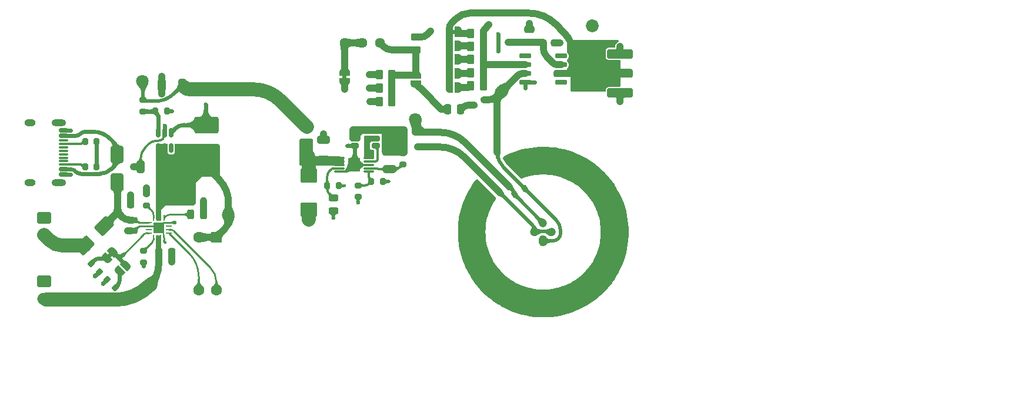
<source format=gbr>
%TF.GenerationSoftware,KiCad,Pcbnew,9.0.2*%
%TF.CreationDate,2025-08-30T01:58:34+06:00*%
%TF.ProjectId,lm399,6c6d3339-392e-46b6-9963-61645f706362,rev?*%
%TF.SameCoordinates,Original*%
%TF.FileFunction,Copper,L1,Top*%
%TF.FilePolarity,Positive*%
%FSLAX46Y46*%
G04 Gerber Fmt 4.6, Leading zero omitted, Abs format (unit mm)*
G04 Created by KiCad (PCBNEW 9.0.2) date 2025-08-30 01:58:34*
%MOMM*%
%LPD*%
G01*
G04 APERTURE LIST*
G04 Aperture macros list*
%AMRoundRect*
0 Rectangle with rounded corners*
0 $1 Rounding radius*
0 $2 $3 $4 $5 $6 $7 $8 $9 X,Y pos of 4 corners*
0 Add a 4 corners polygon primitive as box body*
4,1,4,$2,$3,$4,$5,$6,$7,$8,$9,$2,$3,0*
0 Add four circle primitives for the rounded corners*
1,1,$1+$1,$2,$3*
1,1,$1+$1,$4,$5*
1,1,$1+$1,$6,$7*
1,1,$1+$1,$8,$9*
0 Add four rect primitives between the rounded corners*
20,1,$1+$1,$2,$3,$4,$5,0*
20,1,$1+$1,$4,$5,$6,$7,0*
20,1,$1+$1,$6,$7,$8,$9,0*
20,1,$1+$1,$8,$9,$2,$3,0*%
%AMFreePoly0*
4,1,23,0.500000,-0.750000,0.000000,-0.750000,0.000000,-0.745722,-0.065263,-0.745722,-0.191342,-0.711940,-0.304381,-0.646677,-0.396677,-0.554381,-0.461940,-0.441342,-0.495722,-0.315263,-0.495722,-0.250000,-0.500000,-0.250000,-0.500000,0.250000,-0.495722,0.250000,-0.495722,0.315263,-0.461940,0.441342,-0.396677,0.554381,-0.304381,0.646677,-0.191342,0.711940,-0.065263,0.745722,0.000000,0.745722,
0.000000,0.750000,0.500000,0.750000,0.500000,-0.750000,0.500000,-0.750000,$1*%
%AMFreePoly1*
4,1,23,0.000000,0.745722,0.065263,0.745722,0.191342,0.711940,0.304381,0.646677,0.396677,0.554381,0.461940,0.441342,0.495722,0.315263,0.495722,0.250000,0.500000,0.250000,0.500000,-0.250000,0.495722,-0.250000,0.495722,-0.315263,0.461940,-0.441342,0.396677,-0.554381,0.304381,-0.646677,0.191342,-0.711940,0.065263,-0.745722,0.000000,-0.745722,0.000000,-0.750000,-0.500000,-0.750000,
-0.500000,0.750000,0.000000,0.750000,0.000000,0.745722,0.000000,0.745722,$1*%
G04 Aperture macros list end*
%TA.AperFunction,NonConductor*%
%ADD10C,0.000000*%
%TD*%
%TA.AperFunction,EtchedComponent*%
%ADD11C,0.000000*%
%TD*%
%TA.AperFunction,SMDPad,CuDef*%
%ADD12RoundRect,0.243750X0.456250X-0.243750X0.456250X0.243750X-0.456250X0.243750X-0.456250X-0.243750X0*%
%TD*%
%TA.AperFunction,ComponentPad*%
%ADD13C,1.800000*%
%TD*%
%TA.AperFunction,SMDPad,CuDef*%
%ADD14RoundRect,0.250000X0.650000X-0.325000X0.650000X0.325000X-0.650000X0.325000X-0.650000X-0.325000X0*%
%TD*%
%TA.AperFunction,SMDPad,CuDef*%
%ADD15RoundRect,0.250000X-0.945000X0.785000X-0.945000X-0.785000X0.945000X-0.785000X0.945000X0.785000X0*%
%TD*%
%TA.AperFunction,SMDPad,CuDef*%
%ADD16RoundRect,0.250000X-0.262500X-0.450000X0.262500X-0.450000X0.262500X0.450000X-0.262500X0.450000X0*%
%TD*%
%TA.AperFunction,SMDPad,CuDef*%
%ADD17RoundRect,0.200000X-0.275000X0.200000X-0.275000X-0.200000X0.275000X-0.200000X0.275000X0.200000X0*%
%TD*%
%TA.AperFunction,SMDPad,CuDef*%
%ADD18RoundRect,0.062500X0.062500X-0.375000X0.062500X0.375000X-0.062500X0.375000X-0.062500X-0.375000X0*%
%TD*%
%TA.AperFunction,SMDPad,CuDef*%
%ADD19RoundRect,0.062500X0.375000X-0.062500X0.375000X0.062500X-0.375000X0.062500X-0.375000X-0.062500X0*%
%TD*%
%TA.AperFunction,HeatsinkPad*%
%ADD20C,0.500000*%
%TD*%
%TA.AperFunction,HeatsinkPad*%
%ADD21R,1.600000X1.600000*%
%TD*%
%TA.AperFunction,SMDPad,CuDef*%
%ADD22FreePoly0,180.000000*%
%TD*%
%TA.AperFunction,SMDPad,CuDef*%
%ADD23FreePoly1,180.000000*%
%TD*%
%TA.AperFunction,SMDPad,CuDef*%
%ADD24RoundRect,0.200000X-0.335876X-0.053033X-0.053033X-0.335876X0.335876X0.053033X0.053033X0.335876X0*%
%TD*%
%TA.AperFunction,SMDPad,CuDef*%
%ADD25FreePoly0,0.000000*%
%TD*%
%TA.AperFunction,SMDPad,CuDef*%
%ADD26FreePoly1,0.000000*%
%TD*%
%TA.AperFunction,SMDPad,CuDef*%
%ADD27RoundRect,0.200000X0.275000X-0.200000X0.275000X0.200000X-0.275000X0.200000X-0.275000X-0.200000X0*%
%TD*%
%TA.AperFunction,SMDPad,CuDef*%
%ADD28RoundRect,0.250000X0.247487X1.166726X-1.166726X-0.247487X-0.247487X-1.166726X1.166726X0.247487X0*%
%TD*%
%TA.AperFunction,SMDPad,CuDef*%
%ADD29RoundRect,0.250000X1.500000X-0.925000X1.500000X0.925000X-1.500000X0.925000X-1.500000X-0.925000X0*%
%TD*%
%TA.AperFunction,SMDPad,CuDef*%
%ADD30RoundRect,0.218750X-0.381250X0.218750X-0.381250X-0.218750X0.381250X-0.218750X0.381250X0.218750X0*%
%TD*%
%TA.AperFunction,SMDPad,CuDef*%
%ADD31RoundRect,0.200000X0.041601X0.337482X-0.308247X0.143558X-0.041601X-0.337482X0.308247X-0.143558X0*%
%TD*%
%TA.AperFunction,SMDPad,CuDef*%
%ADD32FreePoly0,270.000000*%
%TD*%
%TA.AperFunction,SMDPad,CuDef*%
%ADD33FreePoly1,270.000000*%
%TD*%
%TA.AperFunction,SMDPad,CuDef*%
%ADD34RoundRect,0.250000X0.325000X0.650000X-0.325000X0.650000X-0.325000X-0.650000X0.325000X-0.650000X0*%
%TD*%
%TA.AperFunction,SMDPad,CuDef*%
%ADD35RoundRect,0.200000X0.335876X0.053033X0.053033X0.335876X-0.335876X-0.053033X-0.053033X-0.335876X0*%
%TD*%
%TA.AperFunction,SMDPad,CuDef*%
%ADD36C,1.000000*%
%TD*%
%TA.AperFunction,ComponentPad*%
%ADD37O,1.200000X1.600000*%
%TD*%
%TA.AperFunction,ComponentPad*%
%ADD38C,1.200000*%
%TD*%
%TA.AperFunction,SMDPad,CuDef*%
%ADD39FreePoly0,90.000000*%
%TD*%
%TA.AperFunction,SMDPad,CuDef*%
%ADD40FreePoly1,90.000000*%
%TD*%
%TA.AperFunction,SMDPad,CuDef*%
%ADD41RoundRect,0.250000X0.262500X0.450000X-0.262500X0.450000X-0.262500X-0.450000X0.262500X-0.450000X0*%
%TD*%
%TA.AperFunction,SMDPad,CuDef*%
%ADD42FreePoly0,45.000000*%
%TD*%
%TA.AperFunction,SMDPad,CuDef*%
%ADD43FreePoly1,45.000000*%
%TD*%
%TA.AperFunction,SMDPad,CuDef*%
%ADD44RoundRect,0.075000X-0.650000X-0.075000X0.650000X-0.075000X0.650000X0.075000X-0.650000X0.075000X0*%
%TD*%
%TA.AperFunction,HeatsinkPad*%
%ADD45R,1.680000X1.880000*%
%TD*%
%TA.AperFunction,SMDPad,CuDef*%
%ADD46RoundRect,0.225000X-0.225000X-0.250000X0.225000X-0.250000X0.225000X0.250000X-0.225000X0.250000X0*%
%TD*%
%TA.AperFunction,SMDPad,CuDef*%
%ADD47RoundRect,0.250000X1.350000X-0.385000X1.350000X0.385000X-1.350000X0.385000X-1.350000X-0.385000X0*%
%TD*%
%TA.AperFunction,SMDPad,CuDef*%
%ADD48RoundRect,0.250000X1.600000X-0.425000X1.600000X0.425000X-1.600000X0.425000X-1.600000X-0.425000X0*%
%TD*%
%TA.AperFunction,SMDPad,CuDef*%
%ADD49RoundRect,0.150000X-0.500000X0.150000X-0.500000X-0.150000X0.500000X-0.150000X0.500000X0.150000X0*%
%TD*%
%TA.AperFunction,SMDPad,CuDef*%
%ADD50RoundRect,0.075000X-0.575000X0.075000X-0.575000X-0.075000X0.575000X-0.075000X0.575000X0.075000X0*%
%TD*%
%TA.AperFunction,HeatsinkPad*%
%ADD51O,2.100000X1.000000*%
%TD*%
%TA.AperFunction,HeatsinkPad*%
%ADD52O,1.600000X1.000000*%
%TD*%
%TA.AperFunction,SMDPad,CuDef*%
%ADD53RoundRect,0.200000X0.200000X0.275000X-0.200000X0.275000X-0.200000X-0.275000X0.200000X-0.275000X0*%
%TD*%
%TA.AperFunction,SMDPad,CuDef*%
%ADD54RoundRect,0.225000X-0.250000X0.225000X-0.250000X-0.225000X0.250000X-0.225000X0.250000X0.225000X0*%
%TD*%
%TA.AperFunction,SMDPad,CuDef*%
%ADD55RoundRect,0.200000X-0.035705X-0.338157X0.310705X-0.138157X0.035705X0.338157X-0.310705X0.138157X0*%
%TD*%
%TA.AperFunction,ComponentPad*%
%ADD56RoundRect,0.250000X0.675000X-0.675000X0.675000X0.675000X-0.675000X0.675000X-0.675000X-0.675000X0*%
%TD*%
%TA.AperFunction,ComponentPad*%
%ADD57C,1.850000*%
%TD*%
%TA.AperFunction,SMDPad,CuDef*%
%ADD58RoundRect,0.250000X0.475000X-0.250000X0.475000X0.250000X-0.475000X0.250000X-0.475000X-0.250000X0*%
%TD*%
%TA.AperFunction,SMDPad,CuDef*%
%ADD59RoundRect,0.150000X-0.150000X0.512500X-0.150000X-0.512500X0.150000X-0.512500X0.150000X0.512500X0*%
%TD*%
%TA.AperFunction,SMDPad,CuDef*%
%ADD60RoundRect,0.200000X-0.200000X-0.275000X0.200000X-0.275000X0.200000X0.275000X-0.200000X0.275000X0*%
%TD*%
%TA.AperFunction,ComponentPad*%
%ADD61RoundRect,0.250000X-0.550000X0.550000X-0.550000X-0.550000X0.550000X-0.550000X0.550000X0.550000X0*%
%TD*%
%TA.AperFunction,ComponentPad*%
%ADD62C,1.600000*%
%TD*%
%TA.AperFunction,SMDPad,CuDef*%
%ADD63RoundRect,0.150000X-0.725000X-0.150000X0.725000X-0.150000X0.725000X0.150000X-0.725000X0.150000X0*%
%TD*%
%TA.AperFunction,ComponentPad*%
%ADD64C,1.440000*%
%TD*%
%TA.AperFunction,SMDPad,CuDef*%
%ADD65RoundRect,0.243750X-0.243750X-0.456250X0.243750X-0.456250X0.243750X0.456250X-0.243750X0.456250X0*%
%TD*%
%TA.AperFunction,ComponentPad*%
%ADD66RoundRect,0.250000X-0.750000X0.600000X-0.750000X-0.600000X0.750000X-0.600000X0.750000X0.600000X0*%
%TD*%
%TA.AperFunction,ComponentPad*%
%ADD67O,2.000000X1.700000*%
%TD*%
%TA.AperFunction,SMDPad,CuDef*%
%ADD68RoundRect,0.250000X0.650000X-1.000000X0.650000X1.000000X-0.650000X1.000000X-0.650000X-1.000000X0*%
%TD*%
%TA.AperFunction,SMDPad,CuDef*%
%ADD69RoundRect,0.250000X-0.250000X-0.475000X0.250000X-0.475000X0.250000X0.475000X-0.250000X0.475000X0*%
%TD*%
%TA.AperFunction,SMDPad,CuDef*%
%ADD70RoundRect,0.250000X0.250000X0.475000X-0.250000X0.475000X-0.250000X-0.475000X0.250000X-0.475000X0*%
%TD*%
%TA.AperFunction,SMDPad,CuDef*%
%ADD71RoundRect,0.250000X-0.450000X0.262500X-0.450000X-0.262500X0.450000X-0.262500X0.450000X0.262500X0*%
%TD*%
%TA.AperFunction,SMDPad,CuDef*%
%ADD72RoundRect,0.112500X-0.212132X0.053033X0.053033X-0.212132X0.212132X-0.053033X-0.053033X0.212132X0*%
%TD*%
%TA.AperFunction,SMDPad,CuDef*%
%ADD73RoundRect,0.173913X0.401087X0.226087X-0.401087X0.226087X-0.401087X-0.226087X0.401087X-0.226087X0*%
%TD*%
%TA.AperFunction,ViaPad*%
%ADD74C,0.600000*%
%TD*%
%TA.AperFunction,ViaPad*%
%ADD75C,0.450000*%
%TD*%
%TA.AperFunction,Conductor*%
%ADD76C,0.250000*%
%TD*%
%TA.AperFunction,Conductor*%
%ADD77C,0.200000*%
%TD*%
%TA.AperFunction,Conductor*%
%ADD78C,0.600000*%
%TD*%
%TA.AperFunction,Conductor*%
%ADD79C,1.000000*%
%TD*%
%TA.AperFunction,Conductor*%
%ADD80C,0.300000*%
%TD*%
%TA.AperFunction,Conductor*%
%ADD81C,0.500000*%
%TD*%
%TA.AperFunction,Conductor*%
%ADD82C,2.000000*%
%TD*%
G04 APERTURE END LIST*
D10*
%TA.AperFunction,NonConductor*%
G36*
X180490000Y-101030000D02*
G01*
X180489835Y-101029995D01*
X180490164Y-101029995D01*
X180490000Y-101030000D01*
G37*
%TD.AperFunction*%
D11*
%TA.AperFunction,EtchedComponent*%
%TO.C,JP5*%
G36*
X102200000Y-47650000D02*
G01*
X101700000Y-47650000D01*
X101700000Y-47050000D01*
X102200000Y-47050000D01*
X102200000Y-47650000D01*
G37*
%TD.AperFunction*%
%TA.AperFunction,EtchedComponent*%
%TO.C,JP3*%
G36*
X86500000Y-54100000D02*
G01*
X85900000Y-54100000D01*
X85900000Y-53600000D01*
X86500000Y-53600000D01*
X86500000Y-54100000D01*
G37*
%TD.AperFunction*%
%TA.AperFunction,EtchedComponent*%
%TO.C,JP1*%
G36*
X52788909Y-79585355D02*
G01*
X52435355Y-79938909D01*
X52011091Y-79514645D01*
X52364645Y-79161091D01*
X52788909Y-79585355D01*
G37*
%TD.AperFunction*%
%TD*%
D12*
%TO.P,D4,2,A*%
%TO.N,Net-(D4-A)*%
X84600000Y-71312500D03*
%TO.P,D4,1,K*%
%TO.N,GND*%
X84600000Y-73187500D03*
%TD*%
D13*
%TO.P,TP3,1,1*%
%TO.N,+16V*%
X80800000Y-65150000D03*
%TD*%
D14*
%TO.P,C4,1*%
%TO.N,+16V*%
X83200000Y-65825000D03*
%TO.P,C4,2*%
%TO.N,GND*%
X83200000Y-62875000D03*
%TD*%
D15*
%TO.P,C3,1*%
%TO.N,+16V*%
X81100000Y-68080000D03*
%TO.P,C3,2*%
%TO.N,GND*%
X81100000Y-73020000D03*
%TD*%
D16*
%TO.P,R18,1*%
%TO.N,GND*%
X91200000Y-57450000D03*
%TO.P,R18,2*%
%TO.N,Net-(JP4-B)*%
X93025000Y-57450000D03*
%TD*%
D14*
%TO.P,C5,1*%
%TO.N,Net-(U2-SET)*%
X92700000Y-67125000D03*
%TO.P,C5,2*%
%TO.N,GND*%
X92700000Y-64175000D03*
%TD*%
D17*
%TO.P,R7,1*%
%TO.N,Net-(U2-PGFB)*%
X88150000Y-69475000D03*
%TO.P,R7,2*%
%TO.N,GND*%
X88150000Y-71125000D03*
%TD*%
D18*
%TO.P,U3,1,TS*%
%TO.N,Net-(U3-TS)*%
X58712500Y-77037500D03*
%TO.P,U3,2,BAT*%
%TO.N,+BATT*%
X59212500Y-77037500D03*
%TO.P,U3,3,BAT*%
X59712500Y-77037500D03*
%TO.P,U3,4,~{CE}*%
%TO.N,GND*%
X60212500Y-77037500D03*
D19*
%TO.P,U3,5,EN2*%
%TO.N,Net-(U3-EN2)*%
X60900000Y-76350000D03*
%TO.P,U3,6,EN1*%
%TO.N,Net-(U3-EN1)*%
X60900000Y-75850000D03*
%TO.P,U3,7,~{PGOOD}*%
%TO.N,unconnected-(U3-~{PGOOD}-Pad7)*%
X60900000Y-75350000D03*
%TO.P,U3,8,VSS*%
%TO.N,GND*%
X60900000Y-74850000D03*
D18*
%TO.P,U3,9,~{CHG}*%
%TO.N,Net-(D5-K)*%
X60212500Y-74162500D03*
%TO.P,U3,10,OUT*%
%TO.N,VDD*%
X59712500Y-74162500D03*
%TO.P,U3,11,OUT*%
X59212500Y-74162500D03*
%TO.P,U3,12,ILIM*%
%TO.N,Net-(U3-ILIM)*%
X58712500Y-74162500D03*
D19*
%TO.P,U3,13,IN*%
%TO.N,VCC*%
X58025000Y-74850000D03*
%TO.P,U3,14,TMR*%
%TO.N,GND*%
X58025000Y-75350000D03*
%TO.P,U3,15,ITERM*%
%TO.N,unconnected-(U3-ITERM-Pad15)*%
X58025000Y-75850000D03*
%TO.P,U3,16,ISET*%
%TO.N,Net-(JP1-B)*%
X58025000Y-76350000D03*
D20*
%TO.P,U3,17,VSS*%
%TO.N,GND*%
X58962500Y-76100000D03*
X59962500Y-76100000D03*
D21*
X59462500Y-75600000D03*
D20*
X58962500Y-75100000D03*
X59962500Y-75100000D03*
%TD*%
D22*
%TO.P,JP7,1,A*%
%TO.N,Net-(JP7-A)*%
X102600000Y-51350000D03*
D23*
%TO.P,JP7,2,B*%
%TO.N,+10V*%
X101300000Y-51350000D03*
%TD*%
D24*
%TO.P,R10,1*%
%TO.N,Net-(JP1-A)*%
X49716637Y-80766637D03*
%TO.P,R10,2*%
%TO.N,GND*%
X50883363Y-81933363D03*
%TD*%
D13*
%TO.P,TP5,1,1*%
%TO.N,Net-(U5-+)*%
X108800707Y-55950000D03*
%TD*%
D25*
%TO.P,JP5,1,A*%
%TO.N,+10V*%
X101300000Y-47350000D03*
D26*
%TO.P,JP5,2,B*%
%TO.N,Net-(JP5-B)*%
X102600000Y-47350000D03*
%TD*%
D27*
%TO.P,R5,1*%
%TO.N,Net-(U2-SET)*%
X94600000Y-66475000D03*
%TO.P,R5,2*%
%TO.N,GND*%
X94600000Y-64825000D03*
%TD*%
D28*
%TO.P,D2,1,K*%
%TO.N,VCC*%
X51614214Y-75335786D03*
%TO.P,D2,2,A*%
%TO.N,Net-(D2-A)*%
X48785786Y-78164214D03*
%TD*%
D29*
%TO.P,L1,1*%
%TO.N,VDD*%
X66300000Y-66825000D03*
%TO.P,L1,2*%
%TO.N,Net-(D3-A)*%
X66300000Y-60775000D03*
%TD*%
D30*
%TO.P,FB1,1*%
%TO.N,Net-(D3-K)*%
X80800000Y-61087500D03*
%TO.P,FB1,2*%
%TO.N,+16V*%
X80800000Y-63212500D03*
%TD*%
D22*
%TO.P,JP9,1,A*%
%TO.N,Net-(JP9-A)*%
X102600000Y-55350000D03*
D23*
%TO.P,JP9,2,B*%
%TO.N,+10V*%
X101300000Y-55350000D03*
%TD*%
D31*
%TO.P,R15,1*%
%TO.N,Net-(U5-+)*%
X106321561Y-57150033D03*
%TO.P,R15,2*%
%TO.N,Net-(C10-Pad1)*%
X104878439Y-57949967D03*
%TD*%
D17*
%TO.P,R13,1*%
%TO.N,Net-(U3-TS)*%
X57300000Y-78925000D03*
%TO.P,R13,2*%
%TO.N,GND*%
X57300000Y-80575000D03*
%TD*%
D13*
%TO.P,TP2,1,1*%
%TO.N,Net-(D3-K)*%
X57100000Y-54450000D03*
%TD*%
D32*
%TO.P,JP3,1,A*%
%TO.N,Net-(JP3-A)*%
X86200000Y-53200000D03*
D33*
%TO.P,JP3,2,B*%
%TO.N,GND*%
X86200000Y-54500000D03*
%TD*%
D34*
%TO.P,C1,1*%
%TO.N,VDD*%
X59775000Y-66800000D03*
%TO.P,C1,2*%
%TO.N,GND*%
X56825000Y-66800000D03*
%TD*%
D35*
%TO.P,R11,1*%
%TO.N,Net-(JP2-A)*%
X53183363Y-84233363D03*
%TO.P,R11,2*%
%TO.N,GND*%
X52016637Y-83066637D03*
%TD*%
D36*
%TO.P,TP6,1,1*%
%TO.N,+10V*%
X121400000Y-53350000D03*
%TD*%
D37*
%TO.P,U4,1*%
%TO.N,Net-(U5-+)*%
X114800000Y-77490000D03*
D38*
%TO.P,U4,2*%
%TO.N,GND*%
X116070000Y-76220000D03*
%TO.P,U4,3*%
%TO.N,+15V*%
X114800000Y-74950000D03*
%TO.P,U4,4*%
%TO.N,GND*%
X113530000Y-76220000D03*
%TD*%
D39*
%TO.P,JP4,1,A*%
%TO.N,GND*%
X96500000Y-54900000D03*
D40*
%TO.P,JP4,2,B*%
%TO.N,Net-(JP4-B)*%
X96500000Y-53600000D03*
%TD*%
D41*
%TO.P,R24,1*%
%TO.N,Net-(U5--)*%
X106200000Y-55150000D03*
%TO.P,R24,2*%
%TO.N,Net-(JP9-A)*%
X104375000Y-55150000D03*
%TD*%
D42*
%TO.P,JP1,1,A*%
%TO.N,Net-(JP1-A)*%
X51940381Y-80009619D03*
D43*
%TO.P,JP1,2,B*%
%TO.N,Net-(JP1-B)*%
X52859619Y-79090381D03*
%TD*%
D16*
%TO.P,R16,1*%
%TO.N,GND*%
X91187500Y-53550000D03*
%TO.P,R16,2*%
%TO.N,Net-(JP4-B)*%
X93012500Y-53550000D03*
%TD*%
%TO.P,R17,1*%
%TO.N,GND*%
X91187500Y-55500000D03*
%TO.P,R17,2*%
%TO.N,Net-(JP4-B)*%
X93012500Y-55500000D03*
%TD*%
D44*
%TO.P,U2,1,IN*%
%TO.N,+16V*%
X85430000Y-65520000D03*
%TO.P,U2,2,IN*%
X85430000Y-66020000D03*
%TO.P,U2,3,EN/UV*%
X85430000Y-66520000D03*
%TO.P,U2,4,PG*%
%TO.N,Net-(D4-A)*%
X85430000Y-67020000D03*
%TO.P,U2,5,ILIM*%
%TO.N,GND*%
X85430000Y-67520000D03*
%TO.P,U2,6,PGFB*%
%TO.N,Net-(U2-PGFB)*%
X89730000Y-67520000D03*
%TO.P,U2,7,SET*%
%TO.N,Net-(U2-SET)*%
X89730000Y-67020000D03*
%TO.P,U2,8,GND*%
%TO.N,GND*%
X89730000Y-66520000D03*
%TO.P,U2,9,OUTS*%
%TO.N,+15V*%
X89730000Y-66020000D03*
%TO.P,U2,10,OUT*%
X89730000Y-65520000D03*
D20*
%TO.P,U2,11,GND*%
%TO.N,GND*%
X87080000Y-65920000D03*
X87080000Y-67120000D03*
D45*
X87580000Y-66520000D03*
D20*
X88080000Y-65920000D03*
X88080000Y-67120000D03*
%TD*%
D41*
%TO.P,R23,1*%
%TO.N,Net-(U5--)*%
X106200000Y-53250000D03*
%TO.P,R23,2*%
%TO.N,Net-(JP8-A)*%
X104375000Y-53250000D03*
%TD*%
D46*
%TO.P,C12,1*%
%TO.N,+15V*%
X114825000Y-48950000D03*
%TO.P,C12,2*%
%TO.N,GND*%
X116375000Y-48950000D03*
%TD*%
D47*
%TO.P,J3,1,In*%
%TO.N,+10V*%
X126100000Y-53350000D03*
D48*
%TO.P,J3,2,Ext*%
%TO.N,GND*%
X125850000Y-50525000D03*
X125850000Y-56175000D03*
%TD*%
D49*
%TO.P,J1,A1,GND*%
%TO.N,GND*%
X45745000Y-61550000D03*
%TO.P,J1,A4,VBUS*%
%TO.N,Net-(D1-A)*%
X45745000Y-62350000D03*
D50*
%TO.P,J1,A5,CC1*%
%TO.N,Net-(J1-CC1)*%
X45745000Y-63500000D03*
%TO.P,J1,A6,D+*%
%TO.N,unconnected-(J1-D+-PadA6)*%
X45745000Y-64500000D03*
%TO.P,J1,A7,D-*%
%TO.N,unconnected-(J1-D--PadA7)*%
X45745000Y-65000000D03*
%TO.P,J1,A8,SBU1*%
%TO.N,unconnected-(J1-SBU1-PadA8)*%
X45745000Y-66000000D03*
D49*
%TO.P,J1,A9,VBUS*%
%TO.N,Net-(D1-A)*%
X45745000Y-67150000D03*
%TO.P,J1,A12,GND*%
%TO.N,GND*%
X45745000Y-67950000D03*
%TO.P,J1,B1,GND*%
X45745000Y-67950000D03*
%TO.P,J1,B4,VBUS*%
%TO.N,Net-(D1-A)*%
X45745000Y-67150000D03*
D50*
%TO.P,J1,B5,CC2*%
%TO.N,Net-(J1-CC2)*%
X45745000Y-66500000D03*
%TO.P,J1,B6,D+*%
%TO.N,unconnected-(J1-D+-PadB6)*%
X45745000Y-65500000D03*
%TO.P,J1,B7,D-*%
%TO.N,unconnected-(J1-D--PadB7)*%
X45745000Y-64000000D03*
%TO.P,J1,B8,SBU2*%
%TO.N,unconnected-(J1-SBU2-PadB8)*%
X45745000Y-63000000D03*
D49*
%TO.P,J1,B9,VBUS*%
%TO.N,Net-(D1-A)*%
X45745000Y-62350000D03*
%TO.P,J1,B12,GND*%
%TO.N,GND*%
X45745000Y-61550000D03*
D51*
%TO.P,J1,S1,SHIELD*%
X45105000Y-60430000D03*
D52*
X40925000Y-60430000D03*
D51*
X45105000Y-69070000D03*
D52*
X40925000Y-69070000D03*
%TD*%
D41*
%TO.P,R21,1*%
%TO.N,Net-(U5--)*%
X106200000Y-49450000D03*
%TO.P,R21,2*%
%TO.N,Net-(JP6-A)*%
X104375000Y-49450000D03*
%TD*%
D13*
%TO.P,TP4,1,1*%
%TO.N,+15V*%
X96400000Y-59950000D03*
%TD*%
D53*
%TO.P,R6,1*%
%TO.N,+15V*%
X91725000Y-68950000D03*
%TO.P,R6,2*%
%TO.N,Net-(U2-PGFB)*%
X90075000Y-68950000D03*
%TD*%
D54*
%TO.P,C8,1*%
%TO.N,VCC*%
X55900000Y-74475000D03*
%TO.P,C8,2*%
%TO.N,GND*%
X55900000Y-76025000D03*
%TD*%
D55*
%TO.P,R14,1*%
%TO.N,+15V*%
X110685530Y-70762499D03*
%TO.P,R14,2*%
%TO.N,Net-(U5-+)*%
X112114470Y-69937501D03*
%TD*%
D56*
%TO.P,J4,1,Pin_1*%
%TO.N,+10V*%
X121900000Y-50650000D03*
D57*
%TO.P,J4,2,Pin_2*%
%TO.N,GND*%
X121900000Y-46450000D03*
%TD*%
D58*
%TO.P,C11,1*%
%TO.N,+15V*%
X112800000Y-48900000D03*
%TO.P,C11,2*%
%TO.N,GND*%
X112800000Y-47000000D03*
%TD*%
D59*
%TO.P,U1,1,SW*%
%TO.N,Net-(D3-A)*%
X61250000Y-61862500D03*
%TO.P,U1,2,GND*%
%TO.N,GND*%
X60300000Y-61862500D03*
%TO.P,U1,3,FB*%
%TO.N,Net-(U1-FB)*%
X59350000Y-61862500D03*
%TO.P,U1,4,EN*%
%TO.N,VDD*%
X59350000Y-64137500D03*
%TO.P,U1,5,IN*%
X60300000Y-64137500D03*
%TO.P,U1,6,OC*%
%TO.N,unconnected-(U1-OC-Pad6)*%
X61250000Y-64137500D03*
%TD*%
D13*
%TO.P,TP1,1,1*%
%TO.N,VDD*%
X69500000Y-73750000D03*
%TD*%
D53*
%TO.P,R8,1*%
%TO.N,+15V*%
X85375000Y-69550000D03*
%TO.P,R8,2*%
%TO.N,Net-(D4-A)*%
X83725000Y-69550000D03*
%TD*%
D60*
%TO.P,R2,1*%
%TO.N,Net-(J1-CC1)*%
X48875000Y-63150000D03*
%TO.P,R2,2*%
%TO.N,GND*%
X50525000Y-63150000D03*
%TD*%
D22*
%TO.P,JP6,1,A*%
%TO.N,Net-(JP6-A)*%
X102600000Y-49350000D03*
D23*
%TO.P,JP6,2,B*%
%TO.N,+10V*%
X101300000Y-49350000D03*
%TD*%
D61*
%TO.P,SW1,1*%
%TO.N,VDD*%
X67757500Y-76982500D03*
D62*
%TO.P,SW1,2*%
X65217500Y-76982500D03*
%TO.P,SW1,3*%
%TO.N,Net-(U3-EN2)*%
X65217500Y-84602500D03*
%TO.P,SW1,4*%
%TO.N,Net-(U3-EN1)*%
X67757500Y-84602500D03*
%TD*%
D63*
%TO.P,U5,1,OFF*%
%TO.N,unconnected-(U5-OFF-Pad1)*%
X112225000Y-50845000D03*
%TO.P,U5,2,-*%
%TO.N,Net-(U5--)*%
X112225000Y-52115000D03*
%TO.P,U5,3,+*%
%TO.N,Net-(U5-+)*%
X112225000Y-53385000D03*
%TO.P,U5,4,V-*%
%TO.N,GND*%
X112225000Y-54655000D03*
%TO.P,U5,5,NC*%
%TO.N,unconnected-(U5-NC-Pad5)*%
X117375000Y-54655000D03*
%TO.P,U5,6*%
%TO.N,+10V*%
X117375000Y-53385000D03*
%TO.P,U5,7,V+*%
%TO.N,+15V*%
X117375000Y-52115000D03*
%TO.P,U5,8,OFF*%
%TO.N,unconnected-(U5-OFF-Pad8)*%
X117375000Y-50845000D03*
%TD*%
D64*
%TO.P,RV1,1,1*%
%TO.N,Net-(JP3-A)*%
X86220000Y-48950000D03*
%TO.P,RV1,2,2*%
X88760000Y-48950000D03*
%TO.P,RV1,3,3*%
%TO.N,Net-(JP4-B)*%
X91300000Y-48950000D03*
%TD*%
D42*
%TO.P,JP2,1,A*%
%TO.N,Net-(JP2-A)*%
X53840381Y-81909619D03*
D43*
%TO.P,JP2,2,B*%
%TO.N,Net-(JP1-B)*%
X54759619Y-80990381D03*
%TD*%
D60*
%TO.P,R12,1*%
%TO.N,VDD*%
X64275000Y-71750000D03*
%TO.P,R12,2*%
%TO.N,Net-(D5-A)*%
X65925000Y-71750000D03*
%TD*%
D65*
%TO.P,D5,1,K*%
%TO.N,Net-(D5-K)*%
X64062500Y-73700000D03*
%TO.P,D5,2,A*%
%TO.N,Net-(D5-A)*%
X65937500Y-73700000D03*
%TD*%
D66*
%TO.P,J2,1,Pin_1*%
%TO.N,GND*%
X43000000Y-74150000D03*
D67*
%TO.P,J2,2,Pin_2*%
%TO.N,Net-(D2-A)*%
X43000000Y-76650000D03*
%TD*%
D68*
%TO.P,D1,1,K*%
%TO.N,VCC*%
X53500000Y-69050000D03*
%TO.P,D1,2,A*%
%TO.N,Net-(D1-A)*%
X53500000Y-65050000D03*
%TD*%
D66*
%TO.P,J5,1,Pin_1*%
%TO.N,GND*%
X43000000Y-83350000D03*
D67*
%TO.P,J5,2,Pin_2*%
%TO.N,+BATT*%
X43000000Y-85850000D03*
%TD*%
D27*
%TO.P,R4,1*%
%TO.N,Net-(U1-FB)*%
X57200000Y-58825000D03*
%TO.P,R4,2*%
%TO.N,Net-(D3-K)*%
X57200000Y-57175000D03*
%TD*%
D34*
%TO.P,C2,1*%
%TO.N,Net-(D3-K)*%
X62875000Y-55050000D03*
%TO.P,C2,2*%
%TO.N,GND*%
X59925000Y-55050000D03*
%TD*%
D69*
%TO.P,C7,1*%
%TO.N,VCC*%
X53550000Y-72050000D03*
%TO.P,C7,2*%
%TO.N,GND*%
X55450000Y-72050000D03*
%TD*%
D70*
%TO.P,C10,1*%
%TO.N,Net-(C10-Pad1)*%
X102950000Y-58550000D03*
%TO.P,C10,2*%
%TO.N,GND*%
X101050000Y-58550000D03*
%TD*%
D60*
%TO.P,R1,1*%
%TO.N,Net-(J1-CC2)*%
X48875000Y-66850000D03*
%TO.P,R1,2*%
%TO.N,GND*%
X50525000Y-66850000D03*
%TD*%
D22*
%TO.P,JP8,1,A*%
%TO.N,Net-(JP8-A)*%
X102600000Y-53350000D03*
D23*
%TO.P,JP8,2,B*%
%TO.N,+10V*%
X101300000Y-53350000D03*
%TD*%
D71*
%TO.P,R19,1*%
%TO.N,Net-(U5--)*%
X96500000Y-48137500D03*
%TO.P,R19,2*%
%TO.N,Net-(JP4-B)*%
X96500000Y-49962500D03*
%TD*%
D27*
%TO.P,R9,1*%
%TO.N,Net-(U3-ILIM)*%
X57700000Y-72375000D03*
%TO.P,R9,2*%
%TO.N,GND*%
X57700000Y-70725000D03*
%TD*%
D41*
%TO.P,R22,1*%
%TO.N,Net-(U5--)*%
X106200000Y-51350000D03*
%TO.P,R22,2*%
%TO.N,Net-(JP7-A)*%
X104375000Y-51350000D03*
%TD*%
D69*
%TO.P,C9,1*%
%TO.N,+BATT*%
X59450000Y-79250000D03*
%TO.P,C9,2*%
%TO.N,GND*%
X61350000Y-79250000D03*
%TD*%
D72*
%TO.P,D3,1,K*%
%TO.N,Net-(D3-K)*%
X64757538Y-56307538D03*
%TO.P,D3,2,A*%
%TO.N,Net-(D3-A)*%
X66242462Y-57792462D03*
%TD*%
D73*
%TO.P,C6,1*%
%TO.N,+15V*%
X90675000Y-63750000D03*
X90675000Y-62750000D03*
%TO.P,C6,2*%
%TO.N,GND*%
X87700000Y-63750000D03*
X87700000Y-62750000D03*
%TD*%
D41*
%TO.P,R20,1*%
%TO.N,Net-(U5--)*%
X106212500Y-47550000D03*
%TO.P,R20,2*%
%TO.N,Net-(JP5-B)*%
X104387500Y-47550000D03*
%TD*%
D60*
%TO.P,R3,1*%
%TO.N,Net-(U1-FB)*%
X58975000Y-58800000D03*
%TO.P,R3,2*%
%TO.N,GND*%
X60625000Y-58800000D03*
%TD*%
D74*
%TO.N,GND*%
X59925000Y-56325000D03*
X81100000Y-74450000D03*
X83200000Y-62050000D03*
X61350000Y-58800000D03*
D75*
X100050000Y-58400000D03*
D74*
X51466637Y-83616637D03*
X88150000Y-71950000D03*
X57700000Y-69850000D03*
D75*
X89800000Y-53550000D03*
D74*
X55450000Y-70900000D03*
D75*
X117200000Y-48950000D03*
D74*
X61800000Y-74850000D03*
X108300000Y-47650000D03*
D75*
X96700000Y-63950000D03*
D74*
X60300000Y-60850000D03*
D75*
X86200000Y-55650000D03*
X113595000Y-54655000D03*
X97900000Y-63950000D03*
D74*
X108300000Y-50150000D03*
D75*
X89800000Y-55500000D03*
D74*
X61350000Y-80500000D03*
X125850000Y-57400000D03*
D75*
X112225000Y-55425000D03*
X60400000Y-77750000D03*
X112800000Y-46150000D03*
D74*
X55025000Y-76025000D03*
D75*
X97550000Y-55900000D03*
D74*
X50266726Y-82550000D03*
X50525000Y-66050000D03*
X46800000Y-67950000D03*
X57300000Y-81150000D03*
X46800000Y-61550000D03*
X55850000Y-66800000D03*
X84600000Y-74200000D03*
X125850000Y-49450000D03*
D75*
X89900000Y-57450000D03*
D74*
X59925000Y-53775000D03*
X50525000Y-63950000D03*
D75*
X86600000Y-63750000D03*
%TO.N,+15V*%
X89400000Y-62750000D03*
X92600000Y-68950000D03*
X86250000Y-69550000D03*
X89400000Y-63750000D03*
X96400000Y-61850000D03*
X97500000Y-61850000D03*
X109750000Y-48900000D03*
X89400000Y-64850000D03*
X90200000Y-64850000D03*
%TO.N,Net-(U5--)*%
X98600000Y-47250000D03*
X107000000Y-46350000D03*
%TD*%
D76*
%TO.N,GND*%
X58025000Y-75350000D02*
X59212500Y-75350000D01*
X59212500Y-75350000D02*
X59462500Y-75600000D01*
D77*
X59962500Y-75100000D02*
X60161500Y-74901000D01*
X60161500Y-74901000D02*
X60849000Y-74901000D01*
X60849000Y-74901000D02*
X60900000Y-74850000D01*
D76*
X60900000Y-74850000D02*
X61800000Y-74850000D01*
D77*
X59962500Y-76100000D02*
X60161500Y-76299000D01*
X60161500Y-76299000D02*
X60161500Y-76986500D01*
X60161500Y-76986500D02*
X60212500Y-77037500D01*
D78*
%TO.N,Net-(D1-A)*%
X47470786Y-67488000D02*
X47302314Y-67319531D01*
D79*
%TO.N,Net-(U5--)*%
X106212500Y-47962500D02*
X106212500Y-48375000D01*
X106212500Y-47704687D02*
X106212500Y-47807812D01*
X106212500Y-47601562D02*
X106212500Y-47704687D01*
X106212500Y-47395312D02*
X106212500Y-47498437D01*
%TO.N,Net-(U5-+)*%
X108200000Y-62347613D02*
X108200000Y-63015870D01*
X108200000Y-58003940D02*
X108200000Y-60676970D01*
X108200000Y-63684128D02*
X108200000Y-64352386D01*
X108200000Y-61679356D02*
X108200000Y-62347613D01*
%TO.N,+10V*%
X101300000Y-47172167D02*
X101300000Y-47290722D01*
X101300000Y-47290722D02*
X101300000Y-47409277D01*
X101300000Y-46935059D02*
X101300000Y-47053613D01*
X101300000Y-47587109D02*
X101300000Y-48061327D01*
D80*
%TO.N,Net-(D4-A)*%
X83725000Y-69660937D02*
X83725000Y-69882812D01*
X83725000Y-69106250D02*
X83725000Y-69550000D01*
D78*
%TO.N,Net-(D1-A)*%
X53058058Y-63358058D02*
G75*
G02*
X53499995Y-64425000I-1066958J-1066942D01*
G01*
X52736999Y-67062999D02*
G75*
G02*
X50894955Y-67825980I-1841999J1841999D01*
G01*
X47470786Y-67488000D02*
G75*
G03*
X48286790Y-67826008I816014J816000D01*
G01*
X52475000Y-62775000D02*
G75*
G03*
X50000431Y-61749987I-2474600J-2474600D01*
G01*
X47302314Y-67319531D02*
G75*
G03*
X46893026Y-67149974I-409314J-409269D01*
G01*
X48200000Y-62050000D02*
G75*
G02*
X47475764Y-62349973I-724200J724200D01*
G01*
X53500000Y-65675000D02*
G75*
G02*
X53058062Y-66741945I-1508900J0D01*
G01*
X48924265Y-61750000D02*
G75*
G03*
X48200011Y-62050011I35J-1024300D01*
G01*
X53500000Y-64425000D02*
X53500000Y-65675000D01*
D79*
%TO.N,VCC*%
X53550000Y-69580177D02*
X53550000Y-70469822D01*
X53550000Y-71543750D02*
X53550000Y-71881250D01*
X53550000Y-71206250D02*
X53550000Y-71543750D01*
X53550000Y-72218750D02*
X53550000Y-72556250D01*
%TO.N,+15V*%
X103912500Y-63662500D02*
X104637500Y-64387500D01*
X106151473Y-65901473D02*
X107004419Y-66754419D01*
X105298527Y-65048527D02*
X106151473Y-65901473D01*
X108561027Y-68311027D02*
X109883081Y-69633081D01*
D80*
%TO.N,Net-(U2-SET)*%
X93037356Y-67125000D02*
X92792829Y-67125000D01*
X93387017Y-67125000D02*
X93345672Y-67125000D01*
X93469707Y-67125000D02*
X93428362Y-67125000D01*
X93345672Y-67125000D02*
X93304327Y-67125000D01*
X93242310Y-67125000D02*
X93076930Y-67125000D01*
X91433903Y-67125000D02*
X91177465Y-67125000D01*
X92481709Y-67125000D02*
X92039610Y-67125000D01*
X92039610Y-67125000D02*
X91597511Y-67125000D01*
D79*
%TO.N,VDD*%
X69500000Y-73796562D02*
X69500000Y-74262187D01*
X69500000Y-72027187D02*
X69500000Y-72306562D01*
X69500000Y-72539375D02*
X69500000Y-72911875D01*
X69500000Y-72911875D02*
X69500000Y-73284375D01*
D78*
%TO.N,GND*%
X60300000Y-61535937D02*
X60300000Y-61857811D01*
D79*
X104740625Y-66690625D02*
X105246875Y-67196875D01*
D78*
X60300000Y-61945311D02*
X60300000Y-62110936D01*
D79*
X105246875Y-67196875D02*
X105753125Y-67703125D01*
D78*
X60300000Y-60937500D02*
X60300000Y-61112500D01*
D79*
X106512500Y-68462500D02*
X108537500Y-70487500D01*
X103728125Y-65678125D02*
X104234375Y-66184375D01*
D78*
X60300000Y-61214063D02*
X60300000Y-61535937D01*
%TO.N,Net-(D1-A)*%
X47475764Y-62350000D02*
X45745000Y-62350000D01*
X50000431Y-61750000D02*
X48924265Y-61750000D01*
X53058058Y-63358058D02*
X52475000Y-62775000D01*
X46893026Y-67150000D02*
X45745000Y-67150000D01*
X52736999Y-67062999D02*
X53058058Y-66741941D01*
X50894955Y-67826000D02*
X48286790Y-67826000D01*
D79*
%TO.N,+15V*%
X97500000Y-61850000D02*
X96400000Y-61850000D01*
%TO.N,Net-(U5--)*%
X106212500Y-47601562D02*
X106212500Y-47498437D01*
X106212500Y-47962500D02*
X106212500Y-47807812D01*
%TO.N,Net-(U5-+)*%
X108200000Y-63015870D02*
X108200000Y-63684128D01*
X108200000Y-60676970D02*
X108200000Y-61679356D01*
%TO.N,+10V*%
X101300000Y-47172167D02*
X101300000Y-47053613D01*
X101300000Y-47409277D02*
X101300000Y-47587109D01*
D80*
%TO.N,Net-(D4-A)*%
X83725000Y-69660937D02*
X83725000Y-69550000D01*
D79*
%TO.N,VCC*%
X53550000Y-71881250D02*
X53550000Y-72218750D01*
X53550000Y-70469822D02*
X53550000Y-71206250D01*
%TO.N,+15V*%
X107004419Y-66754419D02*
X108561027Y-68311027D01*
X104637500Y-64387500D02*
X105298527Y-65048527D01*
D80*
%TO.N,Net-(U2-SET)*%
X92792829Y-67125000D02*
X92481709Y-67125000D01*
X93304327Y-67125000D02*
X93242310Y-67125000D01*
X93387017Y-67125000D02*
X93428362Y-67125000D01*
X91433903Y-67125000D02*
X91597511Y-67125000D01*
D81*
%TO.N,Net-(D3-K)*%
X57200000Y-57051256D02*
G75*
G03*
X57287487Y-57262513I298700J-44D01*
G01*
D82*
X63899265Y-55650000D02*
G75*
G02*
X63175011Y-55349989I35J1024300D01*
G01*
D81*
X57498743Y-57350000D02*
G75*
G02*
X57287487Y-57262513I-43J298700D01*
G01*
X61706370Y-56218629D02*
G75*
G02*
X58975000Y-57350012I-2731370J2731329D01*
G01*
X57200000Y-54620710D02*
G75*
G03*
X57150003Y-54499997I-170700J10D01*
G01*
D79*
%TO.N,VDD*%
X69500000Y-72306562D02*
X69500000Y-72539375D01*
X69500000Y-73796562D02*
X69500000Y-73284375D01*
%TO.N,GND*%
X104740625Y-66690625D02*
X104234375Y-66184375D01*
D78*
X60300000Y-61112500D02*
X60300000Y-61214063D01*
X60300000Y-61857811D02*
X60300000Y-61945311D01*
D79*
X105753125Y-67703125D02*
X106512500Y-68462500D01*
D81*
%TO.N,Net-(D3-K)*%
X57498743Y-57350000D02*
X58975000Y-57350000D01*
X61706370Y-56218629D02*
X62574999Y-55349999D01*
X57200000Y-57051256D02*
X57200000Y-54620710D01*
X57150000Y-54500000D02*
X57100000Y-54450000D01*
D82*
X73108536Y-55650000D02*
X63899265Y-55650000D01*
X73108536Y-55650000D02*
G75*
G02*
X76956284Y-57243800I-36J-5441600D01*
G01*
X76956292Y-57243792D02*
X80800000Y-61087500D01*
D79*
%TO.N,GND*%
X59925000Y-56325000D02*
X59925000Y-55050000D01*
D82*
X81100000Y-74450000D02*
X81100000Y-73020000D01*
D80*
%TO.N,Net-(D4-A)*%
X84038778Y-70751278D02*
G75*
G02*
X83725033Y-69993750I757522J757478D01*
G01*
D82*
%TO.N,+16V*%
X81100000Y-65662132D02*
G75*
G03*
X80950009Y-65299991I-512100J32D01*
G01*
D80*
%TO.N,Net-(D4-A)*%
X83725000Y-69993750D02*
X83725000Y-69882812D01*
X84038778Y-70751278D02*
X84600000Y-71312500D01*
D79*
%TO.N,GND*%
X83200000Y-62050000D02*
X83200000Y-62875000D01*
D82*
%TO.N,+16V*%
X81100000Y-65662132D02*
X81100000Y-68080000D01*
X80950000Y-65300000D02*
X80800000Y-65150000D01*
D79*
%TO.N,GND*%
X117200000Y-48950000D02*
X116375000Y-48950000D01*
X96700000Y-63950000D02*
X99914034Y-63950000D01*
X96567677Y-54917677D02*
X97550000Y-55900000D01*
D76*
X57052297Y-75350000D02*
X58025000Y-75350000D01*
D79*
X100050000Y-58400000D02*
X100125000Y-58475000D01*
D80*
X60065770Y-62759227D02*
X60037499Y-62787499D01*
D79*
X100306066Y-58550000D02*
X101050000Y-58550000D01*
D78*
X112225000Y-54655000D02*
X113595000Y-54655000D01*
D79*
X125850000Y-57400000D02*
X125850000Y-56175000D01*
X55450000Y-70900000D02*
X55450000Y-72050000D01*
D78*
X46800000Y-61550000D02*
X45745000Y-61550000D01*
D76*
X60400000Y-77750000D02*
X60306250Y-77656250D01*
D78*
X50525000Y-66050000D02*
X50525000Y-66850000D01*
D80*
X56825000Y-65762500D02*
X56825000Y-66800000D01*
D78*
X51466637Y-83616637D02*
X52016637Y-83066637D01*
X50525000Y-66050000D02*
X50525000Y-63950000D01*
D79*
X125850000Y-49450000D02*
X125850000Y-50525000D01*
X59925000Y-53775000D02*
X59925000Y-55050000D01*
D78*
X60300000Y-62110936D02*
X60300000Y-62193749D01*
D80*
X86855000Y-67345000D02*
X87030000Y-67170000D01*
X59403767Y-63050000D02*
X59137499Y-63050000D01*
D78*
X50266726Y-82550000D02*
X50883363Y-81933363D01*
D79*
X100050000Y-58400000D02*
X97550000Y-55900000D01*
D80*
X84600000Y-74200000D02*
X84600000Y-73187500D01*
D81*
X113268370Y-75218370D02*
X108537500Y-70487500D01*
D79*
X89800000Y-55500000D02*
X91187500Y-55500000D01*
D80*
X87664852Y-66520000D02*
X89730000Y-66520000D01*
X86432512Y-67520000D02*
X85430000Y-67520000D01*
D79*
X86200000Y-55650000D02*
X86200000Y-54500000D01*
D76*
X60212500Y-77429917D02*
X60212500Y-77037500D01*
D81*
X116022500Y-76172500D02*
X116070000Y-76220000D01*
D79*
X55462500Y-76025000D02*
X55025000Y-76025000D01*
X112800000Y-46150000D02*
X112800000Y-47000000D01*
D78*
X57300000Y-81150000D02*
X57300000Y-80575000D01*
X87700000Y-63750000D02*
X86600000Y-63750000D01*
D79*
X89800000Y-53550000D02*
X91187500Y-53550000D01*
X96525000Y-54900000D02*
X96500000Y-54900000D01*
D81*
X113530000Y-76152824D02*
X113530000Y-75850000D01*
D78*
X108300000Y-50150000D02*
X108300000Y-47650000D01*
X46800000Y-67950000D02*
X45745000Y-67950000D01*
X60300000Y-60937500D02*
X60300000Y-60850000D01*
D80*
X58049219Y-63500779D02*
X57558623Y-63991376D01*
D78*
X87700000Y-63750000D02*
X87700000Y-66315147D01*
D79*
X89900000Y-57450000D02*
X91200000Y-57450000D01*
D80*
X88150000Y-71950000D02*
X88150000Y-71125000D01*
D78*
X61350000Y-58800000D02*
X60625000Y-58800000D01*
D81*
X115907824Y-76125000D02*
X113692175Y-76125000D01*
D79*
X55850000Y-66800000D02*
X56825000Y-66800000D01*
D78*
X50525000Y-63950000D02*
X50525000Y-63150000D01*
D76*
X56237500Y-75687500D02*
X56209359Y-75715640D01*
D79*
X57700000Y-69850000D02*
X57700000Y-70725000D01*
X61350000Y-80500000D02*
X61350000Y-79250000D01*
D78*
X112225000Y-54655000D02*
X112225000Y-55425000D01*
D79*
X103728125Y-65678125D02*
X103475000Y-65425000D01*
X96567677Y-54917677D02*
G75*
G03*
X96525000Y-54900013I-42677J-42723D01*
G01*
D81*
X113530000Y-76152824D02*
G75*
G03*
X113577458Y-76172458I27800J24D01*
G01*
D76*
X60306250Y-77656250D02*
G75*
G02*
X60212493Y-77429917I226350J226350D01*
G01*
D81*
X116022500Y-76172500D02*
G75*
G03*
X115907824Y-76124990I-114700J-114700D01*
G01*
X113577500Y-76172500D02*
G75*
G02*
X113692175Y-76124990I114700J-114700D01*
G01*
X113530000Y-75850000D02*
G75*
G03*
X113268378Y-75218362I-893300J0D01*
G01*
D76*
X56237500Y-75687500D02*
G75*
G02*
X57052297Y-75349999I814800J-814800D01*
G01*
D80*
X60065770Y-62759227D02*
G75*
G03*
X60300036Y-62193749I-565470J565527D01*
G01*
D79*
X100306066Y-58550000D02*
G75*
G02*
X100125010Y-58474990I34J256100D01*
G01*
D78*
X87640000Y-66460000D02*
G75*
G03*
X87664852Y-66520114I24900J-24900D01*
G01*
D80*
X57558623Y-63991376D02*
G75*
G03*
X56824986Y-65762500I1771077J-1771124D01*
G01*
X59403767Y-63050000D02*
G75*
G03*
X60037509Y-62787509I33J896200D01*
G01*
D79*
X99914034Y-63950000D02*
G75*
G02*
X103474990Y-65425010I-34J-5036000D01*
G01*
D80*
X86855000Y-67345000D02*
G75*
G02*
X86432512Y-67520005I-422500J422500D01*
G01*
D76*
X55462500Y-76025000D02*
G75*
G03*
X56209356Y-75715637I0J1056200D01*
G01*
D78*
X87640000Y-66460000D02*
G75*
G03*
X87700020Y-66315147I-144900J144900D01*
G01*
D80*
X58049219Y-63500779D02*
G75*
G02*
X59137499Y-63050010I1088281J-1088321D01*
G01*
D79*
%TO.N,VDD*%
X69500000Y-74262187D02*
X69500000Y-74495000D01*
X67757500Y-76982500D02*
X68973205Y-75766794D01*
X69500000Y-72027187D02*
X69500000Y-71887500D01*
X67757500Y-76982500D02*
X65217500Y-76982500D01*
X68183013Y-68708013D02*
X66300000Y-66825000D01*
X68183013Y-68708013D02*
G75*
G02*
X69499992Y-71887500I-3179513J-3179487D01*
G01*
X69500000Y-74495000D02*
G75*
G02*
X68973208Y-75766797I-1798600J0D01*
G01*
D80*
%TO.N,Net-(U2-SET)*%
X93490380Y-67125000D02*
X93469707Y-67125000D01*
X93037356Y-67125000D02*
X93076930Y-67125000D01*
X90795753Y-67020000D02*
X89730000Y-67020000D01*
X94275000Y-66800000D02*
X94600000Y-66475000D01*
X91049246Y-67125000D02*
X91177465Y-67125000D01*
X93490380Y-67125000D02*
G75*
G03*
X94275006Y-66800006I20J1109600D01*
G01*
X90795753Y-67020000D02*
G75*
G02*
X90922514Y-67072486I47J-179200D01*
G01*
X91049246Y-67125000D02*
G75*
G02*
X90922466Y-67072534I-46J179300D01*
G01*
D81*
%TO.N,+15V*%
X92600000Y-68950000D02*
X91725000Y-68950000D01*
D79*
X114739644Y-48900000D02*
X112800000Y-48900000D01*
D80*
X90709791Y-66020000D02*
X89730000Y-66020000D01*
D79*
X100049390Y-61850000D02*
X97500000Y-61850000D01*
D80*
X86250000Y-69550000D02*
X85375000Y-69550000D01*
X91000000Y-64304809D02*
X91000000Y-65729791D01*
D79*
X109750000Y-48900000D02*
X112800000Y-48900000D01*
X96400000Y-60350000D02*
X96400000Y-61850000D01*
D80*
X90837500Y-63912500D02*
X90675000Y-63750000D01*
D81*
X110826951Y-70976951D02*
X114800000Y-74950000D01*
D79*
X115351794Y-50966793D02*
X116190642Y-51805641D01*
D81*
X110544108Y-70294108D02*
X109883081Y-69633081D01*
D79*
X114825000Y-49694999D02*
X114825000Y-48985355D01*
X116937500Y-52115000D02*
X117375000Y-52115000D01*
X97500000Y-61850000D02*
X96682842Y-61032842D01*
X103550000Y-63300000D02*
X103912500Y-63662500D01*
X114800000Y-48925000D02*
G75*
G02*
X114825018Y-48985355I-60400J-60400D01*
G01*
X114800000Y-48925000D02*
G75*
G03*
X114739644Y-48899982I-60400J-60400D01*
G01*
X115351794Y-50966793D02*
G75*
G02*
X114825004Y-49694999I1271806J1271793D01*
G01*
X116190642Y-51805641D02*
G75*
G03*
X116937500Y-52115005I746858J746841D01*
G01*
X96400000Y-60350000D02*
X96400000Y-60350000D01*
D80*
X90915000Y-65935000D02*
G75*
G02*
X90709791Y-66019997I-205200J205200D01*
G01*
D79*
X96400000Y-60350000D02*
G75*
G03*
X96682839Y-61032845I965700J0D01*
G01*
D81*
X110685530Y-70635530D02*
G75*
G03*
X110544120Y-70294096I-482830J30D01*
G01*
X110826951Y-70976951D02*
G75*
G02*
X110685517Y-70635530I341449J341451D01*
G01*
D80*
X90837500Y-63912500D02*
G75*
G02*
X90999996Y-64304809I-392300J-392300D01*
G01*
D79*
X100049390Y-61850000D02*
G75*
G02*
X103550003Y-63299997I10J-4950600D01*
G01*
D80*
X90915000Y-65935000D02*
G75*
G03*
X90999997Y-65729791I-205200J205200D01*
G01*
D79*
%TO.N,VCC*%
X54174219Y-74024219D02*
X54027297Y-73877297D01*
X53072702Y-73877297D02*
X51614214Y-75335786D01*
X55634834Y-74475000D02*
X55262500Y-74475000D01*
X53525000Y-69075000D02*
X53500000Y-69050000D01*
X53550000Y-72725000D02*
X53550000Y-72556250D01*
X53550000Y-69580177D02*
X53550000Y-69135355D01*
D76*
X56540165Y-74850000D02*
X58025000Y-74850000D01*
D79*
X53072702Y-73877297D02*
G75*
G02*
X54027297Y-73877296I477298J-477298D01*
G01*
X53550000Y-72725000D02*
G75*
G03*
X54027296Y-73877298I1629600J0D01*
G01*
X54174219Y-74024219D02*
G75*
G03*
X55262500Y-74474989I1088281J1088319D01*
G01*
D76*
X55634834Y-74475000D02*
G75*
G02*
X56087490Y-74662510I-34J-640200D01*
G01*
X56087500Y-74662500D02*
G75*
G03*
X56540165Y-74850014I452700J452700D01*
G01*
D79*
X53550000Y-69135355D02*
G75*
G03*
X53524987Y-69075013I-85400J-45D01*
G01*
X53550000Y-72725000D02*
G75*
G02*
X53072704Y-73877299I-1629600J0D01*
G01*
%TO.N,Net-(C10-Pad1)*%
X103250016Y-58249983D02*
X102950000Y-58550000D01*
X103974320Y-57949967D02*
X104878439Y-57949967D01*
X103250016Y-58249983D02*
G75*
G02*
X103974320Y-57949984I724284J-724317D01*
G01*
D82*
%TO.N,Net-(D2-A)*%
X45584924Y-78164214D02*
X48785786Y-78164214D01*
X43757107Y-77407107D02*
X43000000Y-76650000D01*
X45584924Y-78164214D02*
G75*
G02*
X43757097Y-77407117I-24J2584914D01*
G01*
D78*
%TO.N,Net-(D3-A)*%
X66242462Y-60676776D02*
X66242462Y-57792462D01*
X61793750Y-61318750D02*
X61250000Y-61862500D01*
X66259314Y-60775000D02*
X63106478Y-60775000D01*
X66242462Y-60676776D02*
G75*
G03*
X66271216Y-60746246I98238J-24D01*
G01*
X66259314Y-60775000D02*
G75*
G03*
X66271281Y-60746181I-14J16900D01*
G01*
X61793750Y-61318750D02*
G75*
G02*
X63106478Y-60774991I1312750J-1312750D01*
G01*
D80*
%TO.N,Net-(D4-A)*%
X84174664Y-67275336D02*
X84077500Y-67372500D01*
X84791098Y-67020000D02*
X85430000Y-67020000D01*
X83725000Y-68223510D02*
X83725000Y-69106250D01*
X84174664Y-67275336D02*
G75*
G02*
X84791098Y-67020008I616436J-616464D01*
G01*
X83725000Y-68223510D02*
G75*
G02*
X84077497Y-67372497I1203500J10D01*
G01*
D79*
%TO.N,Net-(D5-A)*%
X65937500Y-71771338D02*
X65937500Y-73700000D01*
X65931250Y-71756250D02*
X65925000Y-71750000D01*
X65931250Y-71756250D02*
G75*
G02*
X65937484Y-71771338I-15050J-15050D01*
G01*
D76*
%TO.N,Net-(D5-K)*%
X60443750Y-73931250D02*
X60212500Y-74162500D01*
X61002036Y-73700000D02*
X64062500Y-73700000D01*
X60443750Y-73931250D02*
G75*
G02*
X61002036Y-73700015I558250J-558250D01*
G01*
D80*
%TO.N,Net-(J1-CC1)*%
X48277512Y-63500000D02*
X45745000Y-63500000D01*
X48700000Y-63325000D02*
X48875000Y-63150000D01*
X48700000Y-63325000D02*
G75*
G02*
X48277512Y-63500005I-422500J422500D01*
G01*
%TO.N,Net-(J1-CC2)*%
X48277512Y-66500000D02*
X45745000Y-66500000D01*
X48700000Y-66675000D02*
X48875000Y-66850000D01*
X48277512Y-66500000D02*
G75*
G02*
X48699996Y-66675004I-12J-597500D01*
G01*
D79*
%TO.N,+10V*%
X119300000Y-51167500D02*
X119300000Y-53385000D01*
X121424748Y-53350000D02*
X126100000Y-53350000D01*
X102175782Y-45525782D02*
X101635322Y-46066241D01*
X101300000Y-46935059D02*
X101300000Y-46875782D01*
X101300000Y-48061327D02*
X101300000Y-55350000D01*
X116593792Y-46243792D02*
X117731990Y-47381990D01*
X104290106Y-44650000D02*
X112746036Y-44650000D01*
X121340251Y-53385000D02*
X117375000Y-53385000D01*
X117731990Y-47381990D02*
G75*
G02*
X119300005Y-51167500I-3785490J-3785510D01*
G01*
X121382500Y-53367500D02*
G75*
G02*
X121424748Y-53350020I42200J-42200D01*
G01*
X104290106Y-44650000D02*
G75*
G03*
X102175780Y-45525780I-6J-2990100D01*
G01*
X101300000Y-46875782D02*
G75*
G02*
X101635324Y-46066243I1144900J-18D01*
G01*
X121340251Y-53385000D02*
G75*
G03*
X121382485Y-53367485I-51J59800D01*
G01*
X116593792Y-46243792D02*
G75*
G03*
X112746036Y-44649989I-3847792J-3847808D01*
G01*
D78*
%TO.N,Net-(JP1-B)*%
X54284619Y-80515381D02*
X54759619Y-80990381D01*
X54284619Y-80515381D02*
X53334619Y-79565381D01*
D76*
X57314384Y-76535615D02*
X54284618Y-79565380D01*
X57762500Y-76350000D02*
X58025000Y-76350000D01*
D78*
X53334619Y-79565381D02*
X52859619Y-79090381D01*
D76*
X57762500Y-76350000D02*
G75*
G03*
X57314391Y-76535622I0J-633700D01*
G01*
D78*
X53334619Y-79565381D02*
G75*
G03*
X54284600Y-79565362I474981J474981D01*
G01*
D76*
X54284619Y-80515381D02*
G75*
G02*
X54284638Y-79565400I474981J474981D01*
G01*
D78*
%TO.N,Net-(JP1-A)*%
X50095146Y-80388128D02*
X49716637Y-80766637D01*
X51008947Y-80009619D02*
X51940381Y-80009619D01*
X50095146Y-80388128D02*
G75*
G02*
X51008947Y-80009644I913754J-913772D01*
G01*
%TO.N,Net-(JP2-A)*%
X53511872Y-83904854D02*
X53183363Y-84233363D01*
X53840381Y-83111763D02*
X53840381Y-81909619D01*
X53511872Y-83904854D02*
G75*
G03*
X53840360Y-83111763I-793072J793054D01*
G01*
D79*
%TO.N,Net-(JP3-A)*%
X86200000Y-48984142D02*
X86200000Y-53200000D01*
X86234142Y-48950000D02*
X88760000Y-48950000D01*
X86210000Y-48960000D02*
G75*
G02*
X86234142Y-48950017I24100J-24100D01*
G01*
X86200000Y-48984142D02*
G75*
G02*
X86209988Y-48959988I34100J42D01*
G01*
%TO.N,Net-(JP4-B)*%
X96500000Y-53600000D02*
X96500000Y-49962500D01*
X93012500Y-57428661D02*
X93012500Y-53585355D01*
X96500000Y-53600000D02*
X93097855Y-53600000D01*
X91806250Y-49456250D02*
X91300000Y-48950000D01*
X96500000Y-49962500D02*
X93028445Y-49962500D01*
X93018750Y-57443750D02*
X93025000Y-57450000D01*
X91806250Y-49456250D02*
G75*
G03*
X93028445Y-49962452I1222150J1222250D01*
G01*
X93037500Y-53575000D02*
G75*
G03*
X93097855Y-53600018I60400J60400D01*
G01*
X93037500Y-53575000D02*
G75*
G03*
X93012392Y-53585355I-10400J-10400D01*
G01*
X93012500Y-57428661D02*
G75*
G03*
X93018739Y-57443761I21300J-39D01*
G01*
%TO.N,Net-(JP5-B)*%
X102700000Y-47450000D02*
X102600000Y-47350000D01*
X102941421Y-47550000D02*
X104387500Y-47550000D01*
X102941421Y-47550000D02*
G75*
G02*
X102699994Y-47450006I-21J341400D01*
G01*
%TO.N,Net-(JP6-A)*%
X104204289Y-49350000D02*
X102600000Y-49350000D01*
X104325000Y-49400000D02*
X104375000Y-49450000D01*
X104204289Y-49350000D02*
G75*
G02*
X104325003Y-49399997I11J-170700D01*
G01*
%TO.N,Net-(JP7-A)*%
X102600000Y-51350000D02*
X104375000Y-51350000D01*
%TO.N,Net-(JP8-A)*%
X104325000Y-53300000D02*
X104375000Y-53250000D01*
X104204289Y-53350000D02*
X102600000Y-53350000D01*
X104325000Y-53300000D02*
G75*
G02*
X104204289Y-53349996I-120700J120700D01*
G01*
%TO.N,Net-(JP9-A)*%
X104275000Y-55250000D02*
X104375000Y-55150000D01*
X104033578Y-55350000D02*
X102600000Y-55350000D01*
X104275000Y-55250000D02*
G75*
G02*
X104033578Y-55349991I-241400J241400D01*
G01*
D78*
%TO.N,Net-(U1-FB)*%
X58987500Y-58812500D02*
X59162500Y-58987500D01*
X59350000Y-59440165D02*
X59350000Y-61862500D01*
X58932322Y-58825000D02*
X57200000Y-58825000D01*
X58987500Y-58812500D02*
G75*
G03*
X58962500Y-58812500I-12500J-12499D01*
G01*
X58962500Y-58812500D02*
G75*
G02*
X58932322Y-58825009I-30200J30200D01*
G01*
X59162500Y-58987500D02*
G75*
G02*
X59350014Y-59440165I-452700J-452700D01*
G01*
D80*
%TO.N,Net-(U2-PGFB)*%
X89178768Y-69475000D02*
X88150000Y-69475000D01*
X89902500Y-69122500D02*
X89812500Y-69212500D01*
X89730000Y-68361048D02*
X89730000Y-67520000D01*
X89902500Y-68777500D02*
G75*
G02*
X89729951Y-68361048I416400J416500D01*
G01*
X89178768Y-69475000D02*
G75*
G03*
X89812509Y-69212509I32J896200D01*
G01*
X89902500Y-69122500D02*
G75*
G03*
X89902500Y-68777500I-172500J172500D01*
G01*
D76*
%TO.N,Net-(U3-ILIM)*%
X58712500Y-73775000D02*
X58712500Y-74162500D01*
X58438496Y-73113496D02*
X57700000Y-72375000D01*
X58712500Y-73775000D02*
G75*
G03*
X58438494Y-73113498I-935500J0D01*
G01*
%TO.N,Net-(U3-TS)*%
X58544562Y-77680437D02*
X57300000Y-78925000D01*
X58712500Y-77275000D02*
X58712500Y-77037500D01*
X58712500Y-77275000D02*
G75*
G02*
X58544568Y-77680443I-573400J0D01*
G01*
D79*
%TO.N,Net-(U5-+)*%
X108052908Y-56697798D02*
X108800707Y-55950000D01*
X106961117Y-57150033D02*
X106321561Y-57150033D01*
D81*
X116207451Y-77490000D02*
X114800000Y-77490000D01*
X117300000Y-75986515D02*
X117300000Y-76397451D01*
D79*
X111818674Y-53385000D02*
X112225000Y-53385000D01*
X108200000Y-58003940D02*
X108200000Y-56597348D01*
D81*
X109145058Y-66968088D02*
X112114470Y-69937500D01*
D79*
X108200000Y-64686515D02*
X108200000Y-64352386D01*
X108200000Y-56597348D02*
X111125032Y-53672315D01*
D81*
X116689423Y-74512453D02*
X112114470Y-69937500D01*
D79*
X111125032Y-53672315D02*
G75*
G02*
X111818674Y-53384964I693668J-693585D01*
G01*
D81*
X116207451Y-77490000D02*
G75*
G03*
X116979985Y-77169985I-51J1092600D01*
G01*
X117300000Y-75986515D02*
G75*
G03*
X116689423Y-74512453I-2084600J15D01*
G01*
D79*
X108052908Y-56697798D02*
G75*
G02*
X106961117Y-57150043I-1091808J1091798D01*
G01*
D81*
X108200000Y-64686515D02*
G75*
G03*
X109145072Y-66968074I3226600J15D01*
G01*
X117300000Y-76397451D02*
G75*
G02*
X116979985Y-77169985I-1092600J51D01*
G01*
D79*
%TO.N,Net-(U5--)*%
X106212500Y-48375000D02*
X106212500Y-52125251D01*
X98600000Y-47250000D02*
X98141183Y-47708816D01*
X106212500Y-47395312D02*
X106212500Y-47343750D01*
X97106250Y-48137500D02*
X96500000Y-48137500D01*
X106212500Y-52174748D02*
X106212500Y-55128661D01*
X106272248Y-52115000D02*
X112225000Y-52115000D01*
X107000000Y-46350000D02*
X106358340Y-46991659D01*
X106206250Y-55143750D02*
X106200000Y-55150000D01*
X106212500Y-52174748D02*
X106212500Y-52125251D01*
X106358340Y-46991659D02*
G75*
G03*
X106212525Y-47343750I352060J-352041D01*
G01*
X106212500Y-52174748D02*
G75*
G02*
X106229986Y-52132486I59700J48D01*
G01*
X106230000Y-52132500D02*
G75*
G02*
X106212618Y-52125252I-7200J7200D01*
G01*
X106230000Y-52132500D02*
G75*
G02*
X106272248Y-52115020I42200J-42200D01*
G01*
X98141183Y-47708816D02*
G75*
G02*
X97106250Y-48137540I-1034983J1034916D01*
G01*
X106212500Y-55128661D02*
G75*
G02*
X106206261Y-55143761I-21300J-39D01*
G01*
D76*
%TO.N,Net-(U3-EN1)*%
X67757500Y-83410673D02*
X67757500Y-84602500D01*
X66914751Y-81376097D02*
X61561419Y-76022765D01*
X61144327Y-75850000D02*
X60900000Y-75850000D01*
X61144327Y-75850000D02*
G75*
G02*
X61561414Y-76022770I-27J-589900D01*
G01*
X66914751Y-81376097D02*
G75*
G02*
X67757526Y-83410673I-2034551J-2034603D01*
G01*
%TO.N,Net-(U3-EN2)*%
X65217500Y-82635000D02*
X65217500Y-84602500D01*
X63826267Y-79276267D02*
X60900000Y-76350000D01*
X65217500Y-82635000D02*
G75*
G03*
X63826274Y-79276260I-4750000J0D01*
G01*
D79*
%TO.N,+BATT*%
X59450000Y-80925000D02*
X59450000Y-79250000D01*
X43062078Y-85912078D02*
X43000000Y-85850000D01*
X58265596Y-83784403D02*
G75*
G03*
X59450002Y-80925000I-2859396J2859403D01*
G01*
D82*
X53188516Y-85974157D02*
X43211949Y-85974157D01*
X58265596Y-83784403D02*
X58117484Y-83932515D01*
X58117484Y-83932515D02*
G75*
G02*
X53188516Y-85974158I-4928984J4929015D01*
G01*
D79*
X43062078Y-85912078D02*
G75*
G03*
X43211949Y-85974120I149822J149878D01*
G01*
%TD*%
%TA.AperFunction,Conductor*%
%TO.N,+15V*%
G36*
X91087110Y-62357381D02*
G01*
X91102342Y-62360411D01*
X91147043Y-62378927D01*
X91170913Y-62394877D01*
X91176805Y-62400769D01*
X91181537Y-62402829D01*
X91205122Y-62429086D01*
X91221072Y-62452956D01*
X91239588Y-62497655D01*
X91247617Y-62538020D01*
X91250000Y-62562210D01*
X91250000Y-62937789D01*
X91247617Y-62961982D01*
X91239588Y-63002344D01*
X91236397Y-63010046D01*
X91236305Y-63015206D01*
X91221072Y-63047043D01*
X91205122Y-63070913D01*
X91170913Y-63105122D01*
X91147043Y-63121072D01*
X91102344Y-63139588D01*
X91085841Y-63142870D01*
X91061978Y-63147617D01*
X91037789Y-63150000D01*
X90115624Y-63150000D01*
X89900000Y-63365624D01*
X89900000Y-63365625D01*
X89900000Y-64212500D01*
X90037500Y-64350000D01*
X90237789Y-64350000D01*
X90261971Y-64352381D01*
X90302346Y-64360412D01*
X90347043Y-64378927D01*
X90370913Y-64394877D01*
X90405122Y-64429086D01*
X90421072Y-64452956D01*
X90439588Y-64497655D01*
X90447617Y-64538022D01*
X90450000Y-64562210D01*
X90450000Y-65457789D01*
X90447617Y-65481979D01*
X90447617Y-65481982D01*
X90439588Y-65522344D01*
X90421072Y-65567043D01*
X90405122Y-65590913D01*
X90370913Y-65625122D01*
X90347043Y-65641072D01*
X90302344Y-65659588D01*
X90285841Y-65662870D01*
X90261978Y-65667617D01*
X90237789Y-65670000D01*
X89212211Y-65670000D01*
X89188020Y-65667617D01*
X89172744Y-65664578D01*
X89147656Y-65659588D01*
X89102956Y-65641072D01*
X89079086Y-65625122D01*
X89044877Y-65590913D01*
X89028927Y-65567043D01*
X89010412Y-65522346D01*
X89002381Y-65481971D01*
X89000000Y-65457789D01*
X89000000Y-62562210D01*
X89002381Y-62538029D01*
X89010412Y-62497651D01*
X89028927Y-62452956D01*
X89044877Y-62429086D01*
X89079086Y-62394877D01*
X89102956Y-62378927D01*
X89147659Y-62360411D01*
X89160374Y-62357881D01*
X89184560Y-62355500D01*
X90217258Y-62355500D01*
X90234237Y-62355045D01*
X90237559Y-62355000D01*
X91062926Y-62355000D01*
X91087110Y-62357381D01*
G37*
%TD.AperFunction*%
%TD*%
%TA.AperFunction,Conductor*%
%TO.N,GND*%
G36*
X94808059Y-60951061D02*
G01*
X94913223Y-60964906D01*
X94944491Y-60973284D01*
X95034918Y-61010740D01*
X95062952Y-61026925D01*
X95140602Y-61086509D01*
X95163491Y-61109398D01*
X95223074Y-61187048D01*
X95239259Y-61215081D01*
X95276715Y-61305508D01*
X95285093Y-61336775D01*
X95298939Y-61441939D01*
X95300000Y-61458125D01*
X95300000Y-64716874D01*
X95298939Y-64733059D01*
X95298939Y-64733060D01*
X95285093Y-64838224D01*
X95276715Y-64869491D01*
X95239259Y-64959918D01*
X95223074Y-64987951D01*
X95163491Y-65065601D01*
X95140601Y-65088491D01*
X95062951Y-65148074D01*
X95034918Y-65164259D01*
X94944491Y-65201715D01*
X94913224Y-65210093D01*
X94819398Y-65222446D01*
X94808058Y-65223939D01*
X94791874Y-65225000D01*
X92108126Y-65225000D01*
X92091941Y-65223939D01*
X92078917Y-65222224D01*
X91986775Y-65210093D01*
X91955508Y-65201715D01*
X91865081Y-65164259D01*
X91837048Y-65148074D01*
X91759398Y-65088491D01*
X91736508Y-65065601D01*
X91676925Y-64987951D01*
X91660740Y-64959918D01*
X91623284Y-64869491D01*
X91614906Y-64838223D01*
X91601061Y-64733059D01*
X91600000Y-64716874D01*
X91600000Y-62050000D01*
X91132761Y-62050000D01*
X91124788Y-62049572D01*
X91124783Y-62049678D01*
X91121461Y-62049500D01*
X91121460Y-62049500D01*
X90228540Y-62049500D01*
X90228538Y-62049500D01*
X90225217Y-62049678D01*
X90225211Y-62049572D01*
X90217239Y-62050000D01*
X88774999Y-62050000D01*
X88500000Y-62324999D01*
X88500000Y-62727743D01*
X88498473Y-62747141D01*
X88482883Y-62845570D01*
X88470895Y-62882467D01*
X88430135Y-62962463D01*
X88407331Y-62993849D01*
X88343849Y-63057331D01*
X88312463Y-63080135D01*
X88232467Y-63120895D01*
X88195570Y-63132883D01*
X88097141Y-63148473D01*
X88077743Y-63150000D01*
X87408126Y-63150000D01*
X87391941Y-63148939D01*
X87378917Y-63147224D01*
X87286775Y-63135093D01*
X87255508Y-63126715D01*
X87165081Y-63089259D01*
X87137048Y-63073074D01*
X87059398Y-63013491D01*
X87036508Y-62990601D01*
X86976925Y-62912951D01*
X86960740Y-62884918D01*
X86923284Y-62794491D01*
X86914906Y-62763223D01*
X86901061Y-62658059D01*
X86900000Y-62641874D01*
X86900000Y-61458125D01*
X86901061Y-61441940D01*
X86914906Y-61336776D01*
X86914906Y-61336775D01*
X86923284Y-61305508D01*
X86960740Y-61215081D01*
X86976923Y-61187050D01*
X87036513Y-61109392D01*
X87059392Y-61086513D01*
X87137050Y-61026923D01*
X87165079Y-61010740D01*
X87255509Y-60973283D01*
X87286775Y-60964906D01*
X87391941Y-60951061D01*
X87408126Y-60950000D01*
X94791874Y-60950000D01*
X94808059Y-60951061D01*
G37*
%TD.AperFunction*%
%TD*%
%TA.AperFunction,Conductor*%
%TO.N,+10V*%
G36*
X125635947Y-48569685D02*
G01*
X125681702Y-48622489D01*
X125691646Y-48691647D01*
X125662621Y-48755203D01*
X125616360Y-48788561D01*
X125518195Y-48829221D01*
X125518182Y-48829228D01*
X125403458Y-48905885D01*
X125403454Y-48905888D01*
X125305888Y-49003454D01*
X125305885Y-49003458D01*
X125229228Y-49118182D01*
X125229221Y-49118195D01*
X125176421Y-49245667D01*
X125176418Y-49245677D01*
X125149500Y-49381004D01*
X125149500Y-49525500D01*
X125129815Y-49592539D01*
X125077011Y-49638294D01*
X125025500Y-49649500D01*
X124195730Y-49649500D01*
X124165300Y-49652353D01*
X124165298Y-49652353D01*
X124037119Y-49697206D01*
X124037117Y-49697207D01*
X123927850Y-49777850D01*
X123847207Y-49887117D01*
X123847206Y-49887119D01*
X123802353Y-50015298D01*
X123802353Y-50015300D01*
X123799500Y-50045730D01*
X123799500Y-51004269D01*
X123802353Y-51034699D01*
X123802353Y-51034701D01*
X123847206Y-51162880D01*
X123847207Y-51162882D01*
X123927850Y-51272150D01*
X124037118Y-51352793D01*
X124077274Y-51366844D01*
X124165299Y-51397646D01*
X124195730Y-51400500D01*
X125776000Y-51400500D01*
X125843039Y-51420185D01*
X125888794Y-51472989D01*
X125900000Y-51524500D01*
X125900000Y-55175500D01*
X125880315Y-55242539D01*
X125827511Y-55288294D01*
X125776000Y-55299500D01*
X124195730Y-55299500D01*
X124165300Y-55302353D01*
X124165298Y-55302353D01*
X124037119Y-55347206D01*
X124037117Y-55347207D01*
X123927850Y-55427850D01*
X123847207Y-55537117D01*
X123847206Y-55537119D01*
X123802353Y-55665298D01*
X123802353Y-55665300D01*
X123799500Y-55695730D01*
X123799500Y-55826000D01*
X123779815Y-55893039D01*
X123727011Y-55938794D01*
X123675500Y-55950000D01*
X119012211Y-55950000D01*
X118988020Y-55947617D01*
X118909387Y-55931976D01*
X118864689Y-55913462D01*
X118808373Y-55875833D01*
X118774166Y-55841626D01*
X118736535Y-55785308D01*
X118718024Y-55740618D01*
X118702381Y-55661971D01*
X118700000Y-55637789D01*
X118700000Y-53850000D01*
X118400000Y-53850000D01*
X116612211Y-53850000D01*
X116588020Y-53847617D01*
X116509387Y-53831976D01*
X116464689Y-53813462D01*
X116408373Y-53775833D01*
X116374166Y-53741626D01*
X116336535Y-53685308D01*
X116318024Y-53640618D01*
X116302381Y-53561971D01*
X116300000Y-53537789D01*
X116300000Y-53162210D01*
X116302381Y-53138029D01*
X116318025Y-53059379D01*
X116336534Y-53014693D01*
X116374168Y-52958370D01*
X116408370Y-52924168D01*
X116464693Y-52886534D01*
X116509379Y-52868025D01*
X116588028Y-52852381D01*
X116612211Y-52850000D01*
X118200000Y-52850000D01*
X118200000Y-52683658D01*
X118219685Y-52616619D01*
X118269538Y-52572258D01*
X118306483Y-52554198D01*
X118389198Y-52471483D01*
X118440573Y-52366393D01*
X118450500Y-52298260D01*
X118450500Y-51931740D01*
X118440573Y-51863607D01*
X118389198Y-51758517D01*
X118389196Y-51758515D01*
X118389196Y-51758514D01*
X118306485Y-51675803D01*
X118269540Y-51657742D01*
X118257558Y-51646795D01*
X118242797Y-51640054D01*
X118232296Y-51623715D01*
X118217957Y-51610614D01*
X118213403Y-51594316D01*
X118205023Y-51581276D01*
X118200000Y-51546341D01*
X118200000Y-51413658D01*
X118219685Y-51346619D01*
X118269538Y-51302258D01*
X118306483Y-51284198D01*
X118389198Y-51201483D01*
X118440573Y-51096393D01*
X118450500Y-51028260D01*
X118450500Y-50661740D01*
X118440573Y-50593607D01*
X118389198Y-50488517D01*
X118389196Y-50488515D01*
X118389196Y-50488514D01*
X118306485Y-50405803D01*
X118306483Y-50405802D01*
X118269539Y-50387741D01*
X118217957Y-50340614D01*
X118200000Y-50276341D01*
X118200000Y-48862210D01*
X118202381Y-48838029D01*
X118218025Y-48759379D01*
X118236534Y-48714693D01*
X118274168Y-48658370D01*
X118308370Y-48624168D01*
X118364693Y-48586534D01*
X118409379Y-48568025D01*
X118488028Y-48552381D01*
X118512211Y-48550000D01*
X125568908Y-48550000D01*
X125635947Y-48569685D01*
G37*
%TD.AperFunction*%
%TD*%
%TA.AperFunction,Conductor*%
%TO.N,VDD*%
G36*
X60692539Y-63489685D02*
G01*
X60738294Y-63542489D01*
X60749500Y-63594000D01*
X60749500Y-64683260D01*
X60759426Y-64751391D01*
X60810803Y-64856485D01*
X60893514Y-64939196D01*
X60893515Y-64939196D01*
X60893517Y-64939198D01*
X60998607Y-64990573D01*
X61032673Y-64995536D01*
X61066739Y-65000500D01*
X61066740Y-65000500D01*
X61433261Y-65000500D01*
X61455971Y-64997191D01*
X61501393Y-64990573D01*
X61606483Y-64939198D01*
X61689198Y-64856483D01*
X61740573Y-64751393D01*
X61750500Y-64683260D01*
X61750500Y-63594000D01*
X61770185Y-63526961D01*
X61822989Y-63481206D01*
X61874500Y-63470000D01*
X67791874Y-63470000D01*
X67808059Y-63471061D01*
X67913223Y-63484906D01*
X67944491Y-63493284D01*
X68034918Y-63530740D01*
X68062952Y-63546925D01*
X68140602Y-63606509D01*
X68163491Y-63629398D01*
X68223074Y-63707048D01*
X68239259Y-63735081D01*
X68276715Y-63825508D01*
X68285093Y-63856775D01*
X68298939Y-63961939D01*
X68300000Y-63978125D01*
X68300000Y-67741874D01*
X68298939Y-67758060D01*
X68285093Y-67863224D01*
X68276715Y-67894491D01*
X68239259Y-67984918D01*
X68223074Y-68012951D01*
X68163491Y-68090601D01*
X68140601Y-68113491D01*
X68062951Y-68173074D01*
X68034918Y-68189259D01*
X67944491Y-68226715D01*
X67913224Y-68235093D01*
X67819398Y-68247446D01*
X67808058Y-68248939D01*
X67791874Y-68250000D01*
X65674999Y-68250000D01*
X64800000Y-69124999D01*
X64800000Y-71891874D01*
X64798939Y-71908060D01*
X64785093Y-72013224D01*
X64776715Y-72044491D01*
X64739259Y-72134918D01*
X64723074Y-72162951D01*
X64663491Y-72240601D01*
X64640601Y-72263491D01*
X64562951Y-72323074D01*
X64534918Y-72339259D01*
X64444491Y-72376715D01*
X64413224Y-72385093D01*
X64319398Y-72397446D01*
X64308058Y-72398939D01*
X64291874Y-72400000D01*
X60399999Y-72400000D01*
X59850000Y-72949999D01*
X59850000Y-74190244D01*
X59848473Y-74209641D01*
X59848473Y-74209642D01*
X59833495Y-74304207D01*
X59821507Y-74341104D01*
X59782522Y-74417616D01*
X59759718Y-74449002D01*
X59699002Y-74509718D01*
X59667616Y-74532522D01*
X59591104Y-74571507D01*
X59588860Y-74572236D01*
X59587925Y-74573070D01*
X59554206Y-74583495D01*
X59469397Y-74596927D01*
X59430603Y-74596927D01*
X59345793Y-74583495D01*
X59308895Y-74571507D01*
X59232383Y-74532522D01*
X59200997Y-74509718D01*
X59140281Y-74449002D01*
X59117477Y-74417616D01*
X59078492Y-74341104D01*
X59066504Y-74304206D01*
X59051527Y-74209641D01*
X59050000Y-74190244D01*
X59050000Y-63978125D01*
X59051061Y-63961940D01*
X59064906Y-63856776D01*
X59064906Y-63856775D01*
X59073284Y-63825508D01*
X59110740Y-63735081D01*
X59126923Y-63707050D01*
X59186513Y-63629392D01*
X59209392Y-63606513D01*
X59287050Y-63546923D01*
X59315079Y-63530740D01*
X59405509Y-63493283D01*
X59436775Y-63484906D01*
X59541941Y-63471061D01*
X59558126Y-63470000D01*
X60625500Y-63470000D01*
X60692539Y-63489685D01*
G37*
%TD.AperFunction*%
%TD*%
%TA.AperFunction,Conductor*%
%TO.N,+BATT*%
G36*
X59780039Y-76719685D02*
G01*
X59825794Y-76772489D01*
X59837000Y-76824000D01*
X59837000Y-80026000D01*
X59817315Y-80093039D01*
X59764511Y-80138794D01*
X59713000Y-80150000D01*
X59211000Y-80150000D01*
X59143961Y-80130315D01*
X59098206Y-80077511D01*
X59087000Y-80026000D01*
X59087000Y-76824000D01*
X59106685Y-76756961D01*
X59159489Y-76711206D01*
X59211000Y-76700000D01*
X59713000Y-76700000D01*
X59780039Y-76719685D01*
G37*
%TD.AperFunction*%
%TD*%
%TA.AperFunction,NonConductor*%
G36*
X115433258Y-63930905D02*
G01*
X115445531Y-63931514D01*
X116039099Y-63975674D01*
X116051251Y-63976880D01*
X116639750Y-64049979D01*
X116651845Y-64051785D01*
X117234298Y-64153413D01*
X117246235Y-64155798D01*
X117821680Y-64285552D01*
X117833490Y-64288520D01*
X118400913Y-64445982D01*
X118412502Y-64449504D01*
X118970980Y-64634285D01*
X118982387Y-64638371D01*
X119530862Y-64850041D01*
X119542035Y-64854669D01*
X120079523Y-65092819D01*
X120090469Y-65097991D01*
X120616058Y-65362246D01*
X120626729Y-65367943D01*
X120776252Y-65452506D01*
X121139299Y-65657828D01*
X121149751Y-65664081D01*
X121648384Y-65979221D01*
X121658539Y-65985993D01*
X122142239Y-66325972D01*
X122152078Y-66333255D01*
X122461281Y-66574130D01*
X122619889Y-66697688D01*
X122629386Y-66705471D01*
X123080273Y-67093910D01*
X123089406Y-67102180D01*
X123522446Y-67514273D01*
X123531171Y-67522998D01*
X123943255Y-67956029D01*
X123951525Y-67965161D01*
X124339982Y-68416067D01*
X124347760Y-68425559D01*
X124408706Y-68503793D01*
X124712192Y-68893370D01*
X124719474Y-68903208D01*
X125059448Y-69386899D01*
X125066221Y-69397056D01*
X125381363Y-69895694D01*
X125387616Y-69906144D01*
X125640433Y-70353170D01*
X125677496Y-70418703D01*
X125683206Y-70429401D01*
X125947446Y-70954958D01*
X125952626Y-70965921D01*
X126190766Y-71503386D01*
X126195413Y-71514604D01*
X126407076Y-72063060D01*
X126411171Y-72074495D01*
X126595927Y-72632895D01*
X126599464Y-72644528D01*
X126756928Y-73211955D01*
X126759897Y-73223768D01*
X126889645Y-73799190D01*
X126892037Y-73811160D01*
X126993662Y-74393587D01*
X126995469Y-74405693D01*
X127068565Y-74994155D01*
X127069778Y-75006374D01*
X127113936Y-75599891D01*
X127114546Y-75612197D01*
X127129356Y-76209792D01*
X127129356Y-76222131D01*
X127114544Y-76819731D01*
X127113934Y-76832036D01*
X127069776Y-77425556D01*
X127068563Y-77437775D01*
X126995466Y-78026240D01*
X126993659Y-78038346D01*
X126892034Y-78620770D01*
X126889642Y-78632741D01*
X126759890Y-79208175D01*
X126756921Y-79219987D01*
X126599458Y-79787410D01*
X126595921Y-79799043D01*
X126411164Y-80357443D01*
X126407069Y-80368878D01*
X126195405Y-80917335D01*
X126190758Y-80928553D01*
X125952617Y-81466018D01*
X125947427Y-81477000D01*
X125683216Y-82002500D01*
X125677491Y-82013227D01*
X125387601Y-82525804D01*
X125381348Y-82536255D01*
X125066210Y-83034883D01*
X125059437Y-83045039D01*
X124719453Y-83528744D01*
X124712170Y-83538582D01*
X124347762Y-84006360D01*
X124339980Y-84015858D01*
X123951511Y-84466777D01*
X123943241Y-84475909D01*
X123531155Y-84908940D01*
X123522430Y-84917665D01*
X123089389Y-85329758D01*
X123080256Y-85338028D01*
X122629368Y-85726467D01*
X122619870Y-85734250D01*
X122152058Y-86098682D01*
X122142221Y-86105964D01*
X121658522Y-86445943D01*
X121648365Y-86452716D01*
X121149731Y-86767855D01*
X121139280Y-86774108D01*
X120626728Y-87063982D01*
X120616001Y-87069708D01*
X120090485Y-87333926D01*
X120079503Y-87339116D01*
X119542019Y-87577262D01*
X119530802Y-87581908D01*
X118982381Y-87793557D01*
X118970945Y-87797653D01*
X118412509Y-87982420D01*
X118400876Y-87985956D01*
X117833472Y-88143412D01*
X117821660Y-88146381D01*
X117246228Y-88276131D01*
X117234257Y-88278523D01*
X116651835Y-88380145D01*
X116639729Y-88381952D01*
X116051268Y-88455047D01*
X116039049Y-88456260D01*
X115445531Y-88500416D01*
X115433225Y-88501026D01*
X114835684Y-88515833D01*
X114823212Y-88515829D01*
X114202837Y-88500117D01*
X114190252Y-88499480D01*
X113578164Y-88452913D01*
X113565656Y-88451643D01*
X112962551Y-88374984D01*
X112950168Y-88373091D01*
X112863062Y-88357532D01*
X112356812Y-88267106D01*
X112344591Y-88264606D01*
X111761642Y-88130041D01*
X111749620Y-88126948D01*
X111177875Y-87964570D01*
X111166087Y-87960904D01*
X110606266Y-87771462D01*
X110594739Y-87767242D01*
X110047598Y-87551491D01*
X110036358Y-87546738D01*
X109502610Y-87305417D01*
X109491677Y-87300149D01*
X108972116Y-87034027D01*
X108961507Y-87028264D01*
X108456902Y-86738103D01*
X108446635Y-86731865D01*
X108000665Y-86445943D01*
X107957688Y-86418389D01*
X107947785Y-86411699D01*
X107475297Y-86075688D01*
X107465746Y-86068545D01*
X107010479Y-85710758D01*
X107001303Y-85703185D01*
X106564016Y-85324380D01*
X106555225Y-85316390D01*
X106136672Y-84917320D01*
X106128276Y-84908924D01*
X105987869Y-84761650D01*
X105729197Y-84490328D01*
X105721239Y-84481570D01*
X105342447Y-84044261D01*
X105334874Y-84035085D01*
X104977095Y-83579789D01*
X104969953Y-83570238D01*
X104805902Y-83339535D01*
X104633955Y-83097727D01*
X104627266Y-83087824D01*
X104313813Y-82598866D01*
X104307600Y-82588640D01*
X104017439Y-82083984D01*
X104011678Y-82073376D01*
X103745573Y-81553796D01*
X103740305Y-81542862D01*
X103710530Y-81477000D01*
X103499015Y-81009125D01*
X103494264Y-80997889D01*
X103462504Y-80917335D01*
X103278524Y-80450707D01*
X103274327Y-80439241D01*
X103084891Y-79879362D01*
X103081226Y-79867574D01*
X103053259Y-79769083D01*
X102918869Y-79295814D01*
X102915780Y-79283801D01*
X102901052Y-79219987D01*
X102781243Y-78700863D01*
X102778743Y-78688641D01*
X102672781Y-78095265D01*
X102670889Y-78082879D01*
X102639981Y-77839637D01*
X102594251Y-77479744D01*
X102592987Y-77467285D01*
X102546442Y-76855168D01*
X102545808Y-76842625D01*
X102530124Y-76222255D01*
X102530124Y-76209669D01*
X102540150Y-75813127D01*
X102545809Y-75589306D01*
X102546443Y-75576771D01*
X102592989Y-74964646D01*
X102594253Y-74952187D01*
X102670892Y-74349048D01*
X102672784Y-74336664D01*
X102696536Y-74203657D01*
X102778748Y-73743276D01*
X102781247Y-73731062D01*
X102915789Y-73148104D01*
X102918871Y-73136119D01*
X103081235Y-72564336D01*
X103084897Y-72552559D01*
X103171815Y-72295672D01*
X103274333Y-71992679D01*
X103278530Y-71981213D01*
X103494279Y-71434011D01*
X103499017Y-71422807D01*
X103740322Y-70889037D01*
X103745572Y-70878138D01*
X104011690Y-70358530D01*
X104017448Y-70347931D01*
X104307610Y-69843272D01*
X104313822Y-69833047D01*
X104627298Y-69344057D01*
X104633953Y-69334205D01*
X104969978Y-68861655D01*
X104977093Y-68852141D01*
X105090392Y-68707960D01*
X105164169Y-68644751D01*
X105256522Y-68614585D01*
X105353389Y-68622057D01*
X105440024Y-68666029D01*
X105462243Y-68685743D01*
X105804335Y-69027834D01*
X105804340Y-69027840D01*
X105804341Y-69027840D01*
X105813034Y-69036533D01*
X105813036Y-69036536D01*
X107952602Y-71176101D01*
X108006576Y-71256880D01*
X108025530Y-71352168D01*
X108006576Y-71447456D01*
X107980110Y-71495542D01*
X107900101Y-71609148D01*
X107900098Y-71609152D01*
X107682149Y-71953331D01*
X107481347Y-72307795D01*
X107298176Y-72671692D01*
X107133095Y-73044109D01*
X106986478Y-73424204D01*
X106858685Y-73811038D01*
X106750036Y-74203644D01*
X106750033Y-74203657D01*
X106660773Y-74601151D01*
X106660771Y-74601160D01*
X106591130Y-75002506D01*
X106591127Y-75002527D01*
X106541259Y-75406851D01*
X106541256Y-75406877D01*
X106511292Y-75813107D01*
X106511290Y-75813136D01*
X106501293Y-76220387D01*
X106501293Y-76220388D01*
X106511290Y-76627639D01*
X106511292Y-76627668D01*
X106541256Y-77033898D01*
X106541259Y-77033924D01*
X106591127Y-77438248D01*
X106591130Y-77438269D01*
X106660771Y-77839615D01*
X106660773Y-77839624D01*
X106750033Y-78237118D01*
X106750036Y-78237131D01*
X106857871Y-78626796D01*
X106858689Y-78629750D01*
X106986478Y-79016573D01*
X107045421Y-79169378D01*
X107133095Y-79396666D01*
X107298176Y-79769083D01*
X107298181Y-79769094D01*
X107298182Y-79769095D01*
X107481347Y-80132980D01*
X107682146Y-80487440D01*
X107900096Y-80831620D01*
X108134671Y-81164692D01*
X108385307Y-81485852D01*
X108651399Y-81794327D01*
X108932307Y-82089374D01*
X109227354Y-82370282D01*
X109535829Y-82636374D01*
X109856989Y-82887010D01*
X110190061Y-83121585D01*
X110534241Y-83339535D01*
X110888701Y-83540334D01*
X111252586Y-83723499D01*
X111252594Y-83723502D01*
X111252597Y-83723504D01*
X111625014Y-83888585D01*
X111625021Y-83888588D01*
X112005108Y-84035203D01*
X112391931Y-84162992D01*
X112784558Y-84271647D01*
X113182044Y-84360905D01*
X113182056Y-84360907D01*
X113182065Y-84360909D01*
X113583411Y-84430550D01*
X113583426Y-84430552D01*
X113583431Y-84430553D01*
X113987751Y-84480421D01*
X113987764Y-84480422D01*
X113987782Y-84480424D01*
X114221838Y-84497688D01*
X114394032Y-84510390D01*
X114801293Y-84520388D01*
X115208554Y-84510390D01*
X115404950Y-84495902D01*
X115614803Y-84480424D01*
X115614818Y-84480422D01*
X115614835Y-84480421D01*
X116019155Y-84430553D01*
X116019164Y-84430551D01*
X116019174Y-84430550D01*
X116420520Y-84360909D01*
X116420523Y-84360908D01*
X116420542Y-84360905D01*
X116818028Y-84271647D01*
X117210655Y-84162992D01*
X117597478Y-84035203D01*
X117977565Y-83888588D01*
X118350000Y-83723499D01*
X118713885Y-83540334D01*
X119068345Y-83339535D01*
X119412525Y-83121585D01*
X119745597Y-82887010D01*
X120066757Y-82636374D01*
X120375232Y-82370282D01*
X120670279Y-82089374D01*
X120951187Y-81794327D01*
X121217279Y-81485852D01*
X121467915Y-81164692D01*
X121702490Y-80831620D01*
X121920440Y-80487440D01*
X122121239Y-80132980D01*
X122304404Y-79769095D01*
X122469493Y-79396660D01*
X122616108Y-79016573D01*
X122743897Y-78629750D01*
X122852552Y-78237123D01*
X122941810Y-77839637D01*
X123011458Y-77438250D01*
X123061326Y-77033930D01*
X123061327Y-77033913D01*
X123061329Y-77033898D01*
X123077126Y-76819731D01*
X123091295Y-76627649D01*
X123101293Y-76220388D01*
X123091295Y-75813127D01*
X123074322Y-75583027D01*
X123061329Y-75406877D01*
X123061326Y-75406851D01*
X123061326Y-75406846D01*
X123011458Y-75002526D01*
X123011064Y-75000256D01*
X122941814Y-74601160D01*
X122941812Y-74601151D01*
X122941810Y-74601139D01*
X122852552Y-74203653D01*
X122743897Y-73811026D01*
X122616108Y-73424203D01*
X122469493Y-73044116D01*
X122304404Y-72671681D01*
X122121239Y-72307796D01*
X121920440Y-71953336D01*
X121702490Y-71609156D01*
X121467915Y-71276084D01*
X121217279Y-70954924D01*
X120951187Y-70646449D01*
X120670279Y-70351402D01*
X120375232Y-70070494D01*
X120066757Y-69804402D01*
X119745597Y-69553766D01*
X119412525Y-69319191D01*
X119068345Y-69101241D01*
X118713885Y-68900442D01*
X118350000Y-68717277D01*
X118349999Y-68717276D01*
X118349988Y-68717271D01*
X117977571Y-68552190D01*
X117809335Y-68487295D01*
X117597478Y-68405573D01*
X117210655Y-68277784D01*
X117210649Y-68277782D01*
X117210642Y-68277780D01*
X116818036Y-68169131D01*
X116818031Y-68169129D01*
X116818028Y-68169129D01*
X116420542Y-68079871D01*
X116420543Y-68079871D01*
X116420529Y-68079868D01*
X116420520Y-68079866D01*
X116019174Y-68010225D01*
X116019153Y-68010222D01*
X115614829Y-67960354D01*
X115614803Y-67960351D01*
X115208573Y-67930387D01*
X115208544Y-67930385D01*
X114801293Y-67920388D01*
X114394041Y-67930385D01*
X114394012Y-67930387D01*
X113987782Y-67960351D01*
X113987756Y-67960354D01*
X113583432Y-68010222D01*
X113583411Y-68010225D01*
X113182065Y-68079866D01*
X113182056Y-68079868D01*
X112784562Y-68169128D01*
X112784549Y-68169131D01*
X112391943Y-68277780D01*
X112005102Y-68405575D01*
X111793536Y-68487184D01*
X111697812Y-68503793D01*
X111603017Y-68482506D01*
X111527854Y-68430938D01*
X109671047Y-66574131D01*
X109671047Y-66574130D01*
X109609963Y-66513047D01*
X109609962Y-66513046D01*
X109600388Y-66502920D01*
X109421838Y-66303126D01*
X109404435Y-66281304D01*
X109253435Y-66068493D01*
X109238588Y-66044865D01*
X109112362Y-65816481D01*
X109100254Y-65791337D01*
X109046195Y-65660830D01*
X109031276Y-65624814D01*
X109012322Y-65529528D01*
X109031275Y-65434240D01*
X109085251Y-65353458D01*
X109085255Y-65353455D01*
X109147804Y-65307908D01*
X109491708Y-65131760D01*
X109502627Y-65126498D01*
X110036405Y-64885165D01*
X110047596Y-64880433D01*
X110594771Y-64664670D01*
X110606250Y-64660466D01*
X111166150Y-64470999D01*
X111177902Y-64467345D01*
X111749660Y-64304964D01*
X111761646Y-64301880D01*
X112344637Y-64167307D01*
X112356795Y-64164819D01*
X112950253Y-64058818D01*
X112962557Y-64056939D01*
X113565699Y-63980275D01*
X113578188Y-63979007D01*
X114190293Y-63932440D01*
X114202866Y-63931804D01*
X114823100Y-63916097D01*
X114835529Y-63916094D01*
X115433258Y-63930905D01*
G37*
%TD.AperFunction*%
%TA.AperFunction,Conductor*%
%TO.N,+16V*%
G36*
X81411971Y-62752381D02*
G01*
X81490618Y-62768024D01*
X81535308Y-62786535D01*
X81591626Y-62824166D01*
X81597519Y-62830059D01*
X81602251Y-62832119D01*
X81625832Y-62858371D01*
X81663462Y-62914688D01*
X81681976Y-62959387D01*
X81697617Y-63038019D01*
X81700000Y-63062210D01*
X81700000Y-65250000D01*
X83990757Y-65250000D01*
X83992489Y-65250012D01*
X83994421Y-65250039D01*
X83998292Y-65250093D01*
X84001717Y-65250188D01*
X84007486Y-65250429D01*
X84009207Y-65250513D01*
X85323503Y-65323869D01*
X85854961Y-65353532D01*
X85878135Y-65357045D01*
X85953235Y-65375833D01*
X85995581Y-65395486D01*
X86048671Y-65433700D01*
X86080750Y-65467618D01*
X86115949Y-65522759D01*
X86133211Y-65566133D01*
X86147783Y-65642155D01*
X86150000Y-65665499D01*
X86150000Y-66357789D01*
X86147617Y-66381980D01*
X86131976Y-66460612D01*
X86113462Y-66505311D01*
X86075836Y-66561623D01*
X86041623Y-66595836D01*
X85985311Y-66633462D01*
X85940612Y-66651976D01*
X85864494Y-66667117D01*
X85840303Y-66669500D01*
X84738057Y-66669500D01*
X84738000Y-66669504D01*
X84737460Y-66669509D01*
X84694904Y-66669509D01*
X84692263Y-66669927D01*
X84684945Y-66669995D01*
X84684820Y-66669959D01*
X84683797Y-66670000D01*
X80010888Y-66670000D01*
X79986762Y-66667630D01*
X79946206Y-66659585D01*
X79908328Y-66652072D01*
X79863733Y-66633657D01*
X79807504Y-66596218D01*
X79801651Y-66590389D01*
X79796971Y-66588367D01*
X79773317Y-66562176D01*
X79735636Y-66506110D01*
X79717030Y-66461597D01*
X79701133Y-66383227D01*
X79698660Y-66359120D01*
X79684458Y-63063532D01*
X79686748Y-63039281D01*
X79702136Y-62960363D01*
X79705330Y-62952582D01*
X79705410Y-62947364D01*
X79720554Y-62915490D01*
X79758129Y-62858927D01*
X79792357Y-62824552D01*
X79848758Y-62786734D01*
X79893559Y-62768121D01*
X79972393Y-62752396D01*
X79996649Y-62750000D01*
X81387789Y-62750000D01*
X81411971Y-62752381D01*
G37*
%TD.AperFunction*%
%TD*%
%TA.AperFunction,Conductor*%
%TO.N,GND*%
G36*
X60371563Y-74804551D02*
G01*
X60375262Y-74812707D01*
X60375268Y-74813093D01*
X60375268Y-74990766D01*
X60371841Y-74999039D01*
X60365127Y-75002362D01*
X60311669Y-75009546D01*
X60271794Y-75033629D01*
X60246690Y-75070920D01*
X60227410Y-75119081D01*
X60219749Y-75139732D01*
X60219250Y-75140884D01*
X60176281Y-75227034D01*
X60169522Y-75232908D01*
X60160589Y-75232282D01*
X60159332Y-75231555D01*
X59965570Y-75102706D01*
X59960579Y-75095271D01*
X59960565Y-75095201D01*
X59948569Y-75033631D01*
X59915947Y-74866199D01*
X59917728Y-74857425D01*
X59925103Y-74852497D01*
X60000817Y-74837147D01*
X60001016Y-74837110D01*
X60167717Y-74807971D01*
X60169344Y-74807803D01*
X60363182Y-74801399D01*
X60371563Y-74804551D01*
G37*
%TD.AperFunction*%
%TD*%
%TA.AperFunction,Conductor*%
%TO.N,GND*%
G36*
X60892008Y-74848212D02*
G01*
X60899453Y-74853185D01*
X60901413Y-74859158D01*
X60906032Y-74961467D01*
X60902982Y-74969887D01*
X60894872Y-74973683D01*
X60893166Y-74973636D01*
X60799681Y-74964174D01*
X60799677Y-74964174D01*
X60740804Y-74964671D01*
X60696647Y-74965045D01*
X60507121Y-74984954D01*
X60507001Y-74984966D01*
X60350302Y-74999789D01*
X60341743Y-74997157D01*
X60337552Y-74989243D01*
X60337500Y-74988141D01*
X60337500Y-74813996D01*
X60340927Y-74805723D01*
X60349200Y-74802296D01*
X60350416Y-74802359D01*
X60365004Y-74803895D01*
X60381068Y-74805552D01*
X60405648Y-74808088D01*
X60405649Y-74808088D01*
X60405649Y-74808087D01*
X60405650Y-74808088D01*
X60448884Y-74799713D01*
X60461816Y-74786092D01*
X60464583Y-74774658D01*
X60469859Y-74767425D01*
X60478234Y-74765937D01*
X60892008Y-74848212D01*
G37*
%TD.AperFunction*%
%TD*%
%TA.AperFunction,Conductor*%
%TO.N,GND*%
G36*
X61738063Y-74560383D02*
G01*
X61743751Y-74567300D01*
X61744026Y-74568387D01*
X61800530Y-74847680D01*
X61800530Y-74852320D01*
X61744008Y-75131701D01*
X61739008Y-75139130D01*
X61730220Y-75140849D01*
X61729216Y-75140599D01*
X61675719Y-75124725D01*
X61596409Y-75101191D01*
X61594450Y-75100411D01*
X61497811Y-75051455D01*
X61497403Y-75051239D01*
X61470696Y-75036358D01*
X61364859Y-74992552D01*
X61364860Y-74992552D01*
X61295332Y-74979693D01*
X61216852Y-74975581D01*
X61208769Y-74971726D01*
X61205764Y-74963897D01*
X61205764Y-74736008D01*
X61209191Y-74727735D01*
X61216751Y-74724330D01*
X61307118Y-74718822D01*
X61383097Y-74702163D01*
X61497588Y-74648658D01*
X61585378Y-74603475D01*
X61587302Y-74602694D01*
X61729153Y-74559514D01*
X61738063Y-74560383D01*
G37*
%TD.AperFunction*%
%TD*%
%TA.AperFunction,Conductor*%
%TO.N,GND*%
G36*
X60205074Y-76055228D02*
G01*
X60210003Y-76062606D01*
X60225344Y-76138277D01*
X60225402Y-76138588D01*
X60254527Y-76305220D01*
X60254696Y-76306848D01*
X60261101Y-76500682D01*
X60257949Y-76509063D01*
X60249793Y-76512762D01*
X60249407Y-76512768D01*
X60071733Y-76512768D01*
X60063460Y-76509341D01*
X60060137Y-76502626D01*
X60052953Y-76449169D01*
X60028870Y-76409295D01*
X59991578Y-76384190D01*
X59943406Y-76364905D01*
X59922767Y-76357249D01*
X59921614Y-76356750D01*
X59835465Y-76313781D01*
X59829591Y-76307022D01*
X59830217Y-76298089D01*
X59830936Y-76296844D01*
X59959793Y-76103069D01*
X59967228Y-76098079D01*
X59967263Y-76098071D01*
X60196299Y-76053447D01*
X60205074Y-76055228D01*
G37*
%TD.AperFunction*%
%TD*%
%TA.AperFunction,Conductor*%
%TO.N,GND*%
G36*
X60256777Y-76478427D02*
G01*
X60260204Y-76486700D01*
X60260140Y-76487925D01*
X60258604Y-76502517D01*
X60254411Y-76543144D01*
X60254412Y-76543149D01*
X60262787Y-76586384D01*
X60276407Y-76599316D01*
X60287839Y-76602083D01*
X60295073Y-76607359D01*
X60296561Y-76615736D01*
X60214288Y-77029507D01*
X60209314Y-77036953D01*
X60203341Y-77038913D01*
X60101032Y-77043532D01*
X60092612Y-77040482D01*
X60088816Y-77032372D01*
X60088862Y-77030679D01*
X60098326Y-76937177D01*
X60097455Y-76834150D01*
X60077539Y-76644559D01*
X60062711Y-76487802D01*
X60065344Y-76479243D01*
X60073257Y-76475052D01*
X60074359Y-76475000D01*
X60248504Y-76475000D01*
X60256777Y-76478427D01*
G37*
%TD.AperFunction*%
%TD*%
%TA.AperFunction,Conductor*%
%TO.N,Net-(D1-A)*%
G36*
X53021114Y-62898927D02*
G01*
X53022030Y-62899958D01*
X53102473Y-63002035D01*
X53102483Y-63002064D01*
X53102491Y-63002058D01*
X53178921Y-63099517D01*
X53423040Y-63392436D01*
X53621817Y-63593860D01*
X53621821Y-63593863D01*
X53621821Y-63593864D01*
X53780446Y-63717431D01*
X53780448Y-63717432D01*
X53906381Y-63781079D01*
X53994195Y-63797382D01*
X54001702Y-63802261D01*
X54003561Y-63811021D01*
X54002899Y-63813285D01*
X53503154Y-65044675D01*
X53496868Y-65051052D01*
X53494291Y-65051807D01*
X52622623Y-65201357D01*
X52613890Y-65199378D01*
X52609113Y-65191803D01*
X52610150Y-65184653D01*
X52671333Y-65060577D01*
X52726739Y-64922704D01*
X52771364Y-64783786D01*
X52806992Y-64638247D01*
X52831780Y-64493555D01*
X52846543Y-64345846D01*
X52850783Y-64201261D01*
X52844908Y-64059120D01*
X52829365Y-63922517D01*
X52772677Y-63674184D01*
X52689495Y-63469379D01*
X52594710Y-63321810D01*
X52593122Y-63312997D01*
X52596279Y-63307216D01*
X53004569Y-62898926D01*
X53012841Y-62895500D01*
X53021114Y-62898927D01*
G37*
%TD.AperFunction*%
%TD*%
%TA.AperFunction,Conductor*%
%TO.N,Net-(D1-A)*%
G36*
X53494291Y-65048192D02*
G01*
X53501866Y-65052969D01*
X53503154Y-65055324D01*
X54002440Y-66285583D01*
X54002376Y-66294538D01*
X53995999Y-66300824D01*
X53992817Y-66301619D01*
X53954142Y-66305667D01*
X53954132Y-66305669D01*
X53916167Y-66316685D01*
X53897862Y-66321996D01*
X53897860Y-66321996D01*
X53897860Y-66321997D01*
X53780498Y-66382536D01*
X53659267Y-66473457D01*
X53537233Y-66586595D01*
X53537230Y-66586599D01*
X53303049Y-66846838D01*
X53303048Y-66846839D01*
X53102476Y-67097961D01*
X53022031Y-67200039D01*
X53014219Y-67204416D01*
X53005600Y-67201986D01*
X53004569Y-67201070D01*
X52596545Y-66793045D01*
X52593118Y-66784772D01*
X52595221Y-66778080D01*
X52654841Y-66692579D01*
X52705618Y-66598082D01*
X52749667Y-66493286D01*
X52756044Y-66473457D01*
X52787283Y-66376315D01*
X52803849Y-66305667D01*
X52816712Y-66250814D01*
X52837290Y-66118730D01*
X52848647Y-65980530D01*
X52842224Y-65698539D01*
X52797442Y-65418029D01*
X52716002Y-65148195D01*
X52609220Y-64914904D01*
X52608894Y-64905958D01*
X52614991Y-64899398D01*
X52621835Y-64898505D01*
X53494291Y-65048192D01*
G37*
%TD.AperFunction*%
%TD*%
%TA.AperFunction,Conductor*%
%TO.N,VCC*%
G36*
X53507330Y-69058594D02*
G01*
X53509195Y-69060446D01*
X54369907Y-70131899D01*
X54372417Y-70140495D01*
X54368113Y-70148347D01*
X54363974Y-70150483D01*
X54317419Y-70163666D01*
X54317417Y-70163667D01*
X54262210Y-70191752D01*
X54259763Y-70193669D01*
X54214766Y-70228915D01*
X54214762Y-70228918D01*
X54214761Y-70228920D01*
X54214758Y-70228922D01*
X54174530Y-70274127D01*
X54174521Y-70274139D01*
X54113390Y-70384661D01*
X54113386Y-70384670D01*
X54074257Y-70515216D01*
X54052594Y-70657658D01*
X54043866Y-70803823D01*
X54043865Y-70803855D01*
X54047059Y-71074823D01*
X54047060Y-71074892D01*
X54049719Y-71188025D01*
X54046487Y-71196377D01*
X54038297Y-71199997D01*
X54038022Y-71200000D01*
X53061765Y-71200000D01*
X53053492Y-71196573D01*
X53050065Y-71188300D01*
X53050065Y-71188235D01*
X53050332Y-71140014D01*
X53049189Y-70944012D01*
X53037847Y-70803840D01*
X53029426Y-70699762D01*
X52987066Y-70509457D01*
X52925305Y-70366829D01*
X52854138Y-70274139D01*
X52846090Y-70263657D01*
X52846086Y-70263653D01*
X52747970Y-70193669D01*
X52747958Y-70193663D01*
X52690172Y-70170368D01*
X52690168Y-70170367D01*
X52690163Y-70170365D01*
X52690161Y-70170365D01*
X52668756Y-70165384D01*
X52643439Y-70159493D01*
X52636158Y-70154280D01*
X52634695Y-70145445D01*
X52636910Y-70140844D01*
X53490896Y-69060516D01*
X53498714Y-69056152D01*
X53507330Y-69058594D01*
G37*
%TD.AperFunction*%
%TD*%
%TA.AperFunction,Conductor*%
%TO.N,Net-(U2-SET)*%
G36*
X91886001Y-66630968D02*
G01*
X92339935Y-66906132D01*
X92684494Y-67114995D01*
X92689792Y-67122214D01*
X92688434Y-67131065D01*
X92684494Y-67135005D01*
X91887188Y-67618311D01*
X91878337Y-67619669D01*
X91871118Y-67614371D01*
X91869699Y-67610830D01*
X91861238Y-67572536D01*
X91836960Y-67512072D01*
X91836960Y-67512071D01*
X91803889Y-67459081D01*
X91756035Y-67405967D01*
X91701172Y-67362469D01*
X91701171Y-67362468D01*
X91701168Y-67362466D01*
X91631517Y-67323107D01*
X91631515Y-67323106D01*
X91631513Y-67323105D01*
X91560567Y-67295834D01*
X91443704Y-67276612D01*
X91436097Y-67271888D01*
X91433903Y-67265067D01*
X91433903Y-66985093D01*
X91437330Y-66976820D01*
X91443884Y-66973520D01*
X91546108Y-66958367D01*
X91671399Y-66906135D01*
X91770621Y-66829779D01*
X91838230Y-66735419D01*
X91868772Y-66637490D01*
X91874506Y-66630615D01*
X91883425Y-66629807D01*
X91886001Y-66630968D01*
G37*
%TD.AperFunction*%
%TD*%
%TA.AperFunction,Conductor*%
%TO.N,VDD*%
G36*
X69997229Y-72309989D02*
G01*
X70000636Y-72317587D01*
X70010565Y-72489538D01*
X70013894Y-72547189D01*
X70051415Y-72727739D01*
X70051416Y-72727745D01*
X70106331Y-72871329D01*
X70143894Y-72945074D01*
X70172398Y-73001034D01*
X70215107Y-73082965D01*
X70223417Y-73098907D01*
X70223818Y-73099758D01*
X70311980Y-73308237D01*
X70312395Y-73309380D01*
X70349171Y-73429936D01*
X70349378Y-73430707D01*
X70379982Y-73562669D01*
X70378512Y-73571502D01*
X70371227Y-73576710D01*
X70370879Y-73576785D01*
X69502295Y-73750540D01*
X69497705Y-73750540D01*
X68629257Y-73576812D01*
X68621817Y-73571829D01*
X68620079Y-73563044D01*
X68620174Y-73562614D01*
X68663748Y-73384122D01*
X68664059Y-73383069D01*
X68716248Y-73232460D01*
X68716746Y-73231253D01*
X68827520Y-73001201D01*
X68827711Y-73000826D01*
X68857183Y-72945083D01*
X68933971Y-72772740D01*
X68960876Y-72682851D01*
X68981611Y-72578975D01*
X68995201Y-72454454D01*
X68999633Y-72317883D01*
X69003327Y-72309725D01*
X69011327Y-72306562D01*
X69988956Y-72306562D01*
X69997229Y-72309989D01*
G37*
%TD.AperFunction*%
%TD*%
%TA.AperFunction,Conductor*%
%TO.N,Net-(D3-K)*%
G36*
X57631725Y-56866004D02*
G01*
X57633709Y-56870188D01*
X57649725Y-56934600D01*
X57690167Y-56995843D01*
X57690172Y-56995849D01*
X57745728Y-57039735D01*
X57745729Y-57039736D01*
X57781907Y-57055959D01*
X57811322Y-57069151D01*
X57811321Y-57069151D01*
X57874754Y-57081295D01*
X57952333Y-57096149D01*
X57952332Y-57096149D01*
X57952338Y-57096150D01*
X58063675Y-57099712D01*
X58071833Y-57103402D01*
X58075000Y-57111406D01*
X58075000Y-57587413D01*
X58071573Y-57595686D01*
X58063300Y-57599113D01*
X58062447Y-57599082D01*
X57950119Y-57590870D01*
X57949327Y-57590785D01*
X57802475Y-57569931D01*
X57802475Y-57569926D01*
X57802415Y-57569922D01*
X57692028Y-57553667D01*
X57692032Y-57553667D01*
X57456195Y-57531344D01*
X57456193Y-57531344D01*
X57370821Y-57535665D01*
X57285448Y-57539986D01*
X57285446Y-57539986D01*
X57175895Y-57570427D01*
X57167007Y-57569340D01*
X57161490Y-57562286D01*
X57161120Y-57558002D01*
X57163757Y-57531344D01*
X57198492Y-57180128D01*
X57202716Y-57172235D01*
X57203101Y-57171932D01*
X57615349Y-56863640D01*
X57624026Y-56861431D01*
X57631725Y-56866004D01*
G37*
%TD.AperFunction*%
%TD*%
%TA.AperFunction,Conductor*%
%TO.N,Net-(D3-K)*%
G36*
X62314321Y-54817734D02*
G01*
X62867683Y-55045983D01*
X62874025Y-55052306D01*
X62874867Y-55057931D01*
X62789938Y-55931824D01*
X62785727Y-55939727D01*
X62777161Y-55942337D01*
X62772398Y-55940798D01*
X62757851Y-55932313D01*
X62704149Y-55911741D01*
X62704146Y-55911740D01*
X62704143Y-55911739D01*
X62704139Y-55911738D01*
X62704138Y-55911738D01*
X62648630Y-55902324D01*
X62579686Y-55904137D01*
X62510059Y-55918413D01*
X62416955Y-55953575D01*
X62416935Y-55953584D01*
X62327263Y-56002099D01*
X62179925Y-56108515D01*
X62179913Y-56108525D01*
X62078445Y-56200849D01*
X62070020Y-56203882D01*
X62062298Y-56200468D01*
X61724827Y-55862997D01*
X61721400Y-55854724D01*
X61724741Y-55846538D01*
X61766837Y-55803580D01*
X61963591Y-55578561D01*
X62117613Y-55358880D01*
X62222258Y-55157196D01*
X62254508Y-55057931D01*
X62281278Y-54975534D01*
X62281278Y-54975532D01*
X62298239Y-54827222D01*
X62302583Y-54819391D01*
X62311192Y-54816927D01*
X62314321Y-54817734D01*
G37*
%TD.AperFunction*%
%TD*%
%TA.AperFunction,Conductor*%
%TO.N,Net-(D3-K)*%
G36*
X57446139Y-56378427D02*
G01*
X57449566Y-56386700D01*
X57449558Y-56387126D01*
X57447721Y-56437530D01*
X57447719Y-56437580D01*
X57444790Y-56509496D01*
X57444790Y-56509517D01*
X57451936Y-56647354D01*
X57451937Y-56647361D01*
X57479980Y-56738858D01*
X57479981Y-56738861D01*
X57527150Y-56795390D01*
X57527152Y-56795392D01*
X57559894Y-56812997D01*
X57578112Y-56817361D01*
X57585358Y-56822621D01*
X57586763Y-56831465D01*
X57583132Y-56837507D01*
X57207747Y-57169155D01*
X57199278Y-57172065D01*
X57192253Y-57169155D01*
X57005999Y-57004603D01*
X56815788Y-56836554D01*
X56811858Y-56828510D01*
X56814768Y-56820041D01*
X56820185Y-56816578D01*
X56855829Y-56805935D01*
X56869115Y-56795391D01*
X56896771Y-56773441D01*
X56896771Y-56773440D01*
X56896777Y-56773436D01*
X56925028Y-56728529D01*
X56942766Y-56674634D01*
X56955443Y-56553562D01*
X56952281Y-56437580D01*
X56950442Y-56387126D01*
X56953565Y-56378734D01*
X56961708Y-56375008D01*
X56962134Y-56375000D01*
X57437866Y-56375000D01*
X57446139Y-56378427D01*
G37*
%TD.AperFunction*%
%TD*%
%TA.AperFunction,Conductor*%
%TO.N,Net-(D3-K)*%
G36*
X57104763Y-54449952D02*
G01*
X57970659Y-54623170D01*
X57978098Y-54628153D01*
X57979836Y-54636938D01*
X57979710Y-54637497D01*
X57920679Y-54872220D01*
X57920297Y-54873447D01*
X57848152Y-55067267D01*
X57847672Y-55068377D01*
X57769913Y-55225438D01*
X57769546Y-55226122D01*
X57711676Y-55325797D01*
X57690693Y-55361938D01*
X57609594Y-55504802D01*
X57594635Y-55531153D01*
X57594634Y-55531154D01*
X57517723Y-55716116D01*
X57489844Y-55818872D01*
X57474894Y-55901392D01*
X57468608Y-55936092D01*
X57454826Y-56073599D01*
X57450921Y-56202326D01*
X57450344Y-56221362D01*
X57446667Y-56229527D01*
X57438649Y-56232707D01*
X56961368Y-56232707D01*
X56953095Y-56229280D01*
X56949673Y-56221343D01*
X56944950Y-56056966D01*
X56944950Y-56056960D01*
X56944950Y-56056956D01*
X56929850Y-55910875D01*
X56904779Y-55788541D01*
X56869811Y-55684032D01*
X56825024Y-55591426D01*
X56770495Y-55504799D01*
X56632517Y-55325797D01*
X56558838Y-55233785D01*
X56558521Y-55233370D01*
X56437683Y-55067834D01*
X56358859Y-54959852D01*
X56356750Y-54951152D01*
X56361412Y-54943506D01*
X56361772Y-54943253D01*
X57095961Y-54451703D01*
X57104741Y-54449949D01*
X57104763Y-54449952D01*
G37*
%TD.AperFunction*%
%TD*%
%TA.AperFunction,Conductor*%
%TO.N,GND*%
G36*
X59932745Y-55057904D02*
G01*
X59933769Y-55058928D01*
X60490617Y-55689377D01*
X60493526Y-55697846D01*
X60489593Y-55705891D01*
X60487792Y-55707200D01*
X60433127Y-55739443D01*
X60388070Y-55787959D01*
X60361563Y-55843696D01*
X60361563Y-55843697D01*
X60350337Y-55904803D01*
X60360646Y-56035752D01*
X60360646Y-56035753D01*
X60392839Y-56165988D01*
X60408806Y-56225612D01*
X60409053Y-56226764D01*
X60422796Y-56311425D01*
X60420739Y-56320141D01*
X60413122Y-56324849D01*
X60411247Y-56325000D01*
X59438383Y-56325000D01*
X59430110Y-56321573D01*
X59426683Y-56313300D01*
X59426788Y-56311737D01*
X59426830Y-56311425D01*
X59434671Y-56253270D01*
X59434932Y-56251936D01*
X59457155Y-56166012D01*
X59461615Y-56148461D01*
X59485744Y-56053533D01*
X59485744Y-56053529D01*
X59485746Y-56053523D01*
X59500588Y-55927182D01*
X59484719Y-55832756D01*
X59437969Y-55758516D01*
X59437968Y-55758515D01*
X59437966Y-55758513D01*
X59399681Y-55726862D01*
X59399678Y-55726860D01*
X59399676Y-55726859D01*
X59399674Y-55726857D01*
X59362949Y-55707001D01*
X59357303Y-55700053D01*
X59358223Y-55691145D01*
X59359743Y-55688968D01*
X59916231Y-55058927D01*
X59924276Y-55054995D01*
X59932745Y-55057904D01*
G37*
%TD.AperFunction*%
%TD*%
%TA.AperFunction,Conductor*%
%TO.N,Net-(D4-A)*%
G36*
X83733118Y-69556856D02*
G01*
X84097832Y-69890607D01*
X84101622Y-69898720D01*
X84098564Y-69907137D01*
X84095649Y-69909446D01*
X84035238Y-69943273D01*
X83998417Y-69984637D01*
X83998415Y-69984640D01*
X83971470Y-70033630D01*
X83971469Y-70033631D01*
X83948266Y-70109203D01*
X83940387Y-70172309D01*
X83938821Y-70184860D01*
X83938420Y-70188069D01*
X83939992Y-70280459D01*
X83949820Y-70346522D01*
X83947647Y-70355210D01*
X83942724Y-70359054D01*
X83686505Y-70465172D01*
X83677550Y-70465171D01*
X83671218Y-70458839D01*
X83670684Y-70457225D01*
X83649403Y-70372894D01*
X83649402Y-70372890D01*
X83617019Y-70280465D01*
X83583524Y-70184867D01*
X83510564Y-70051599D01*
X83436777Y-69971582D01*
X83391161Y-69948559D01*
X83375714Y-69940763D01*
X83369873Y-69933976D01*
X83370541Y-69925046D01*
X83372473Y-69922292D01*
X83716711Y-69557457D01*
X83724879Y-69553792D01*
X83733118Y-69556856D01*
G37*
%TD.AperFunction*%
%TD*%
%TA.AperFunction,Conductor*%
%TO.N,Net-(D4-A)*%
G36*
X83988941Y-70445881D02*
G01*
X83992847Y-70448530D01*
X84076950Y-70534964D01*
X84246666Y-70658376D01*
X84430712Y-70748634D01*
X84437770Y-70752096D01*
X84629683Y-70807738D01*
X84629690Y-70807740D01*
X84629694Y-70807740D01*
X84629697Y-70807741D01*
X84716630Y-70815936D01*
X84796708Y-70823485D01*
X84804623Y-70827673D01*
X84807258Y-70836231D01*
X84806339Y-70839799D01*
X84603632Y-71305948D01*
X84597191Y-71312168D01*
X84592244Y-71312963D01*
X83916780Y-71274854D01*
X83908713Y-71270967D01*
X83905758Y-71262514D01*
X83906710Y-71258506D01*
X83910567Y-71249657D01*
X83927716Y-71186367D01*
X83933437Y-71119028D01*
X83933436Y-71119022D01*
X83933437Y-71119019D01*
X83926628Y-71030632D01*
X83926627Y-71030619D01*
X83906885Y-70940692D01*
X83867842Y-70828916D01*
X83818546Y-70724626D01*
X83717806Y-70569436D01*
X83716176Y-70560631D01*
X83721250Y-70553252D01*
X83723135Y-70552260D01*
X83979988Y-70445880D01*
X83988941Y-70445881D01*
G37*
%TD.AperFunction*%
%TD*%
%TA.AperFunction,Conductor*%
%TO.N,GND*%
G36*
X83692489Y-62053427D02*
G01*
X83695916Y-62061700D01*
X83695410Y-62065102D01*
X83690698Y-62080605D01*
X83689746Y-62082858D01*
X83668146Y-62121975D01*
X83630209Y-62197852D01*
X83630208Y-62197856D01*
X83626601Y-62246134D01*
X83626602Y-62246135D01*
X83637831Y-62266004D01*
X83660402Y-62282086D01*
X83706001Y-62295261D01*
X83749376Y-62298240D01*
X83757392Y-62302225D01*
X83760245Y-62310714D01*
X83756852Y-62318178D01*
X83208280Y-62867705D01*
X83200010Y-62871139D01*
X83191734Y-62867719D01*
X83191720Y-62867705D01*
X82643211Y-62318243D01*
X82639791Y-62309967D01*
X82643225Y-62301697D01*
X82650719Y-62298302D01*
X82691992Y-62295579D01*
X82737080Y-62283254D01*
X82763553Y-62264430D01*
X82774702Y-62240511D01*
X82764188Y-62183008D01*
X82731859Y-62121987D01*
X82716534Y-62095095D01*
X82715701Y-62093292D01*
X82705690Y-62065689D01*
X82706091Y-62056743D01*
X82712700Y-62050701D01*
X82716689Y-62050000D01*
X83684216Y-62050000D01*
X83692489Y-62053427D01*
G37*
%TD.AperFunction*%
%TD*%
%TA.AperFunction,Conductor*%
%TO.N,GND*%
G36*
X125858267Y-56182279D02*
G01*
X125858279Y-56182291D01*
X126508212Y-56833188D01*
X126511633Y-56841464D01*
X126508200Y-56849734D01*
X126501439Y-56853057D01*
X126439391Y-56861111D01*
X126439389Y-56861111D01*
X126439389Y-56861112D01*
X126378959Y-56891915D01*
X126339939Y-56938616D01*
X126318563Y-56997421D01*
X126311060Y-57064552D01*
X126313668Y-57136187D01*
X126334133Y-57277776D01*
X126334156Y-57277944D01*
X126348286Y-57386794D01*
X126345952Y-57395439D01*
X126338189Y-57399903D01*
X126336683Y-57400000D01*
X125363317Y-57400000D01*
X125355044Y-57396573D01*
X125351617Y-57388300D01*
X125351714Y-57386794D01*
X125365859Y-57277827D01*
X125388900Y-57092753D01*
X125388901Y-57092747D01*
X125378913Y-56986841D01*
X125344352Y-56915180D01*
X125317053Y-56888822D01*
X125281538Y-56868595D01*
X125233908Y-56854824D01*
X125227434Y-56854293D01*
X125200164Y-56852060D01*
X125192198Y-56847969D01*
X125189458Y-56839444D01*
X125192838Y-56832134D01*
X125841721Y-56182290D01*
X125849991Y-56178858D01*
X125858267Y-56182279D01*
G37*
%TD.AperFunction*%
%TD*%
%TA.AperFunction,Conductor*%
%TO.N,GND*%
G36*
X50820561Y-65978427D02*
G01*
X50823988Y-65986700D01*
X50823948Y-65987669D01*
X50814574Y-66100489D01*
X50814543Y-66100804D01*
X50808717Y-66153548D01*
X50800494Y-66322479D01*
X50800494Y-66322484D01*
X50818052Y-66440057D01*
X50818053Y-66440058D01*
X50858716Y-66521148D01*
X50912883Y-66565156D01*
X50917143Y-66573032D01*
X50914586Y-66581614D01*
X50912150Y-66583866D01*
X50531645Y-66846414D01*
X50522889Y-66848292D01*
X50518355Y-66846414D01*
X50138729Y-66584473D01*
X50133866Y-66576954D01*
X50135744Y-66568198D01*
X50138582Y-66565316D01*
X50138808Y-66565155D01*
X50175185Y-66539219D01*
X50210568Y-66491829D01*
X50233351Y-66435275D01*
X50245741Y-66372002D01*
X50248153Y-66235082D01*
X50235437Y-66100632D01*
X50226052Y-65987667D01*
X50228782Y-65979140D01*
X50236743Y-65975040D01*
X50237712Y-65975000D01*
X50812288Y-65975000D01*
X50820561Y-65978427D01*
G37*
%TD.AperFunction*%
%TD*%
%TA.AperFunction,Conductor*%
%TO.N,GND*%
G36*
X56983381Y-65481873D02*
G01*
X56991135Y-65486351D01*
X56993548Y-65493799D01*
X56993510Y-65495145D01*
X56993511Y-65495157D01*
X56993511Y-65495163D01*
X57006965Y-65595641D01*
X57012460Y-65636682D01*
X57063698Y-65769922D01*
X57063861Y-65770344D01*
X57110104Y-65835557D01*
X57136052Y-65872150D01*
X57162556Y-65892551D01*
X57223504Y-65939465D01*
X57312763Y-65968642D01*
X57319562Y-65974470D01*
X57320249Y-65983398D01*
X57319133Y-65985829D01*
X56834877Y-66784486D01*
X56827657Y-66789784D01*
X56818806Y-66788425D01*
X56814866Y-66784484D01*
X56331421Y-65986751D01*
X56330064Y-65977900D01*
X56335363Y-65970681D01*
X56338555Y-65969344D01*
X56384375Y-65957756D01*
X56441492Y-65930129D01*
X56492512Y-65892551D01*
X56547019Y-65835555D01*
X56592719Y-65769922D01*
X56636803Y-65683400D01*
X56668535Y-65595641D01*
X56694405Y-65455026D01*
X56699272Y-65447510D01*
X56707438Y-65445544D01*
X56983381Y-65481873D01*
G37*
%TD.AperFunction*%
%TD*%
%TA.AperFunction,Conductor*%
%TO.N,GND*%
G36*
X51585395Y-82986697D02*
G01*
X52009403Y-83064473D01*
X52016922Y-83069336D01*
X52018800Y-83073870D01*
X52101928Y-83527052D01*
X52100050Y-83535808D01*
X52092531Y-83540671D01*
X52088179Y-83540646D01*
X52045755Y-83532366D01*
X52045749Y-83532365D01*
X51995100Y-83536621D01*
X51991174Y-83536951D01*
X51991172Y-83536951D01*
X51991170Y-83536952D01*
X51940988Y-83554896D01*
X51894892Y-83583412D01*
X51813735Y-83660985D01*
X51745299Y-83747292D01*
X51745193Y-83747423D01*
X51686954Y-83818744D01*
X51679067Y-83822985D01*
X51670492Y-83820406D01*
X51669619Y-83819617D01*
X51263656Y-83413654D01*
X51260229Y-83405381D01*
X51263656Y-83397108D01*
X51264523Y-83396323D01*
X51335940Y-83338007D01*
X51458512Y-83235850D01*
X51523515Y-83151668D01*
X51550140Y-83068766D01*
X51549854Y-83024961D01*
X51549854Y-83024958D01*
X51546358Y-83009432D01*
X51543227Y-82995519D01*
X51544753Y-82986697D01*
X51552071Y-82981537D01*
X51556752Y-82981443D01*
X51585395Y-82986697D01*
G37*
%TD.AperFunction*%
%TD*%
%TA.AperFunction,Conductor*%
%TO.N,GND*%
G36*
X126344332Y-49453427D02*
G01*
X126347759Y-49461700D01*
X126347582Y-49463729D01*
X126333844Y-49541735D01*
X126333787Y-49542032D01*
X126314542Y-49636900D01*
X126314541Y-49636912D01*
X126314251Y-49725961D01*
X126314252Y-49725964D01*
X126341423Y-49788214D01*
X126354000Y-49799969D01*
X126367522Y-49812608D01*
X126367524Y-49812609D01*
X126403789Y-49831639D01*
X126403791Y-49831639D01*
X126403792Y-49831640D01*
X126428798Y-49838055D01*
X126456662Y-49845205D01*
X126463986Y-49845718D01*
X126499423Y-49848205D01*
X126507436Y-49852202D01*
X126510275Y-49860695D01*
X126506883Y-49868143D01*
X125858279Y-50517708D01*
X125850009Y-50521141D01*
X125841733Y-50517720D01*
X125841721Y-50517708D01*
X125192591Y-49867617D01*
X125189170Y-49859341D01*
X125192603Y-49851071D01*
X125199788Y-49847700D01*
X125260358Y-49842083D01*
X125260360Y-49842083D01*
X125290528Y-49831093D01*
X125320699Y-49820104D01*
X125359752Y-49786724D01*
X125381245Y-49744600D01*
X125388906Y-49696392D01*
X125386463Y-49644760D01*
X125366202Y-49541986D01*
X125366159Y-49541755D01*
X125366155Y-49541735D01*
X125352418Y-49463729D01*
X125354358Y-49454987D01*
X125361912Y-49450177D01*
X125363941Y-49450000D01*
X126336059Y-49450000D01*
X126344332Y-49453427D01*
G37*
%TD.AperFunction*%
%TD*%
%TA.AperFunction,Conductor*%
%TO.N,GND*%
G36*
X60419890Y-53778427D02*
G01*
X60423317Y-53786700D01*
X60423212Y-53788263D01*
X60415331Y-53846713D01*
X60415063Y-53848080D01*
X60392839Y-53934012D01*
X60364255Y-54046466D01*
X60364254Y-54046475D01*
X60349411Y-54172818D01*
X60365280Y-54267240D01*
X60365281Y-54267244D01*
X60393490Y-54312040D01*
X60412031Y-54341484D01*
X60412033Y-54341486D01*
X60450318Y-54373137D01*
X60450323Y-54373140D01*
X60450326Y-54373143D01*
X60487048Y-54392997D01*
X60492696Y-54399946D01*
X60491776Y-54408853D01*
X60490253Y-54411034D01*
X59933769Y-55041071D01*
X59925724Y-55045004D01*
X59917255Y-55042095D01*
X59916231Y-55041071D01*
X59359382Y-54410622D01*
X59356473Y-54402153D01*
X59360406Y-54394108D01*
X59362200Y-54392803D01*
X59416873Y-54360556D01*
X59461928Y-54312042D01*
X59488435Y-54256306D01*
X59499662Y-54195196D01*
X59489354Y-54064248D01*
X59457155Y-53933988D01*
X59441192Y-53874384D01*
X59440946Y-53873235D01*
X59427204Y-53788575D01*
X59429261Y-53779859D01*
X59436878Y-53775151D01*
X59438753Y-53775000D01*
X60411617Y-53775000D01*
X60419890Y-53778427D01*
G37*
%TD.AperFunction*%
%TD*%
%TA.AperFunction,Conductor*%
%TO.N,GND*%
G36*
X86881929Y-66987735D02*
G01*
X86883332Y-66988532D01*
X87078887Y-67118188D01*
X87082176Y-67121478D01*
X87212143Y-67317677D01*
X87213855Y-67326466D01*
X87208850Y-67333892D01*
X87208418Y-67334165D01*
X87000731Y-67459052D01*
X87000361Y-67459265D01*
X86861104Y-67536225D01*
X86852206Y-67537228D01*
X86845313Y-67531835D01*
X86706383Y-67291205D01*
X86705214Y-67282327D01*
X86709747Y-67275812D01*
X86753889Y-67244520D01*
X86785071Y-67207442D01*
X86812789Y-67127563D01*
X86824966Y-67079911D01*
X86825753Y-67077749D01*
X86866319Y-66993221D01*
X86872988Y-66987245D01*
X86881929Y-66987735D01*
G37*
%TD.AperFunction*%
%TD*%
%TA.AperFunction,Conductor*%
%TO.N,GND*%
G36*
X50421428Y-81847793D02*
G01*
X50443971Y-81851928D01*
X50876129Y-81931199D01*
X50883648Y-81936062D01*
X50885526Y-81940596D01*
X50968738Y-82394239D01*
X50966860Y-82402995D01*
X50959341Y-82407858D01*
X50955288Y-82407888D01*
X50911009Y-82400433D01*
X50852600Y-82408805D01*
X50852598Y-82408805D01*
X50852596Y-82408806D01*
X50852595Y-82408806D01*
X50796684Y-82432501D01*
X50796680Y-82432503D01*
X50743400Y-82468259D01*
X50645403Y-82562841D01*
X50559906Y-82666309D01*
X50559820Y-82666412D01*
X50487071Y-82752421D01*
X50479112Y-82756524D01*
X50470582Y-82753798D01*
X50469865Y-82753138D01*
X50063587Y-82346860D01*
X50060160Y-82338587D01*
X50063587Y-82330314D01*
X50064304Y-82329654D01*
X50150283Y-82256930D01*
X50150442Y-82256799D01*
X50190918Y-82224424D01*
X50315824Y-82111329D01*
X50386382Y-82016085D01*
X50414911Y-81930074D01*
X50407680Y-81860509D01*
X50410233Y-81851928D01*
X50418107Y-81847664D01*
X50421428Y-81847793D01*
G37*
%TD.AperFunction*%
%TD*%
%TA.AperFunction,Conductor*%
%TO.N,GND*%
G36*
X84608227Y-73194639D02*
G01*
X85070705Y-73652169D01*
X85074176Y-73660423D01*
X85070794Y-73668715D01*
X85064105Y-73672072D01*
X85024708Y-73677611D01*
X85024702Y-73677613D01*
X85007012Y-73684775D01*
X84973647Y-73698285D01*
X84973645Y-73698286D01*
X84973639Y-73698289D01*
X84928392Y-73729115D01*
X84928386Y-73729120D01*
X84879372Y-73779557D01*
X84879367Y-73779562D01*
X84838846Y-73839586D01*
X84838844Y-73839589D01*
X84798713Y-73924725D01*
X84798709Y-73924736D01*
X84771068Y-74012054D01*
X84771066Y-74012064D01*
X84751411Y-74152423D01*
X84746870Y-74160141D01*
X84739824Y-74162500D01*
X84461195Y-74162500D01*
X84452922Y-74159073D01*
X84449506Y-74151316D01*
X84449419Y-74149359D01*
X84448365Y-74125490D01*
X84417172Y-73970351D01*
X84359582Y-73836859D01*
X84315498Y-73779557D01*
X84287845Y-73743612D01*
X84206243Y-73688524D01*
X84133771Y-73673263D01*
X84126382Y-73668205D01*
X84124733Y-73659403D01*
X84127953Y-73653496D01*
X84591772Y-73194639D01*
X84600063Y-73191258D01*
X84608227Y-73194639D01*
G37*
%TD.AperFunction*%
%TD*%
%TA.AperFunction,Conductor*%
%TO.N,GND*%
G36*
X84747145Y-73609191D02*
G01*
X84750557Y-73616878D01*
X84755156Y-73708560D01*
X84755157Y-73708568D01*
X84769150Y-73785770D01*
X84769150Y-73785771D01*
X84814820Y-73903908D01*
X84844586Y-73971270D01*
X84845118Y-73972729D01*
X84890680Y-74129257D01*
X84889702Y-74138158D01*
X84882716Y-74143761D01*
X84881766Y-74143995D01*
X84602320Y-74200530D01*
X84597680Y-74200530D01*
X84318021Y-74143952D01*
X84310592Y-74138952D01*
X84308873Y-74130164D01*
X84309045Y-74129436D01*
X84344030Y-74001123D01*
X84344543Y-73999642D01*
X84385186Y-73903892D01*
X84432538Y-73779100D01*
X84445317Y-73704232D01*
X84449470Y-73616907D01*
X84453286Y-73608807D01*
X84461157Y-73605764D01*
X84738872Y-73605764D01*
X84747145Y-73609191D01*
G37*
%TD.AperFunction*%
%TD*%
%TA.AperFunction,Conductor*%
%TO.N,GND*%
G36*
X88418658Y-65697876D02*
G01*
X88422042Y-65705199D01*
X88426038Y-65754492D01*
X88443701Y-65826498D01*
X88443701Y-65826499D01*
X88471803Y-65894803D01*
X88471804Y-65894804D01*
X88515039Y-65967924D01*
X88568514Y-66035767D01*
X88637970Y-66104530D01*
X88640638Y-66107171D01*
X88705189Y-66158106D01*
X88721328Y-66170841D01*
X88721339Y-66170848D01*
X88751805Y-66190191D01*
X88817831Y-66232113D01*
X88849047Y-66247944D01*
X88853481Y-66251877D01*
X88881376Y-66293624D01*
X88972505Y-66354515D01*
X89052867Y-66370500D01*
X89248301Y-66370499D01*
X89256573Y-66373926D01*
X89260000Y-66382199D01*
X89260000Y-66657800D01*
X89256573Y-66666073D01*
X89248300Y-66669500D01*
X89052867Y-66669500D01*
X88972505Y-66685484D01*
X88972504Y-66685485D01*
X88881376Y-66746375D01*
X88881375Y-66746376D01*
X88849975Y-66793368D01*
X88846016Y-66797047D01*
X88732096Y-66861613D01*
X88732094Y-66861614D01*
X88592475Y-66978525D01*
X88592470Y-66978531D01*
X88495592Y-67102056D01*
X88495589Y-67102059D01*
X88438900Y-67228956D01*
X88423332Y-67336896D01*
X88418759Y-67344595D01*
X88410082Y-67346806D01*
X88403484Y-67343504D01*
X88288799Y-67228955D01*
X87587286Y-66528276D01*
X87583855Y-66520007D01*
X87587276Y-66511733D01*
X88402113Y-65697865D01*
X88410387Y-65694444D01*
X88418658Y-65697876D01*
G37*
%TD.AperFunction*%
%TD*%
%TA.AperFunction,Conductor*%
%TO.N,GND*%
G36*
X57307747Y-80580844D02*
G01*
X57684164Y-80913403D01*
X57688095Y-80921449D01*
X57685185Y-80929918D01*
X57679738Y-80933390D01*
X57614677Y-80952646D01*
X57614674Y-80952648D01*
X57591873Y-80972285D01*
X57591869Y-80972290D01*
X57579396Y-80995223D01*
X57576744Y-81046828D01*
X57589273Y-81098972D01*
X57589347Y-81099299D01*
X57597036Y-81135894D01*
X57595383Y-81144695D01*
X57587992Y-81149750D01*
X57585586Y-81150000D01*
X57014414Y-81150000D01*
X57006141Y-81146573D01*
X57002714Y-81138300D01*
X57002964Y-81135895D01*
X57006491Y-81119102D01*
X57010636Y-81099373D01*
X57010738Y-81098935D01*
X57021508Y-81056960D01*
X57021763Y-80999046D01*
X57010956Y-80976035D01*
X57010954Y-80976033D01*
X57010954Y-80976032D01*
X56990502Y-80956042D01*
X56990501Y-80956041D01*
X56977574Y-80949864D01*
X56953919Y-80938562D01*
X56922897Y-80932136D01*
X56915491Y-80927102D01*
X56913813Y-80918306D01*
X56917522Y-80911912D01*
X57292253Y-80580843D01*
X57300722Y-80577934D01*
X57307747Y-80580844D01*
G37*
%TD.AperFunction*%
%TD*%
%TA.AperFunction,Conductor*%
%TO.N,GND*%
G36*
X87307293Y-63358893D02*
G01*
X87309704Y-63360735D01*
X87692661Y-63741705D01*
X87696109Y-63749970D01*
X87692704Y-63758252D01*
X87692661Y-63758295D01*
X87309192Y-64139773D01*
X87300910Y-64143178D01*
X87292645Y-64139730D01*
X87291089Y-64137791D01*
X87266736Y-64099790D01*
X87266735Y-64099788D01*
X87255633Y-64090885D01*
X87222607Y-64064398D01*
X87222603Y-64064395D01*
X87169001Y-64041614D01*
X87108422Y-64029239D01*
X86976245Y-64026862D01*
X86976242Y-64026862D01*
X86976236Y-64026862D01*
X86976228Y-64026862D01*
X86976222Y-64026863D01*
X86846042Y-64039589D01*
X86845906Y-64039602D01*
X86737703Y-64048907D01*
X86729167Y-64046202D01*
X86725044Y-64038252D01*
X86725001Y-64037250D01*
X86725001Y-63462749D01*
X86728428Y-63454476D01*
X86736701Y-63451049D01*
X86737691Y-63451091D01*
X86845834Y-63460392D01*
X86846028Y-63460411D01*
X86898695Y-63466408D01*
X87061651Y-63474480D01*
X87173728Y-63456929D01*
X87249811Y-63416506D01*
X87277528Y-63387114D01*
X87291315Y-63363189D01*
X87298414Y-63357731D01*
X87307293Y-63358893D01*
G37*
%TD.AperFunction*%
%TD*%
%TA.AperFunction,Conductor*%
%TO.N,GND*%
G36*
X87708261Y-63757282D02*
G01*
X87952443Y-64002074D01*
X88083836Y-64133795D01*
X88087253Y-64142073D01*
X88083816Y-64150341D01*
X88077400Y-64153611D01*
X88049543Y-64158063D01*
X88049540Y-64158064D01*
X88014065Y-64180421D01*
X87991318Y-64214316D01*
X87979058Y-64256987D01*
X87977006Y-64357657D01*
X87989919Y-64460229D01*
X87989938Y-64460384D01*
X87998540Y-64536993D01*
X87996058Y-64545597D01*
X87988219Y-64549926D01*
X87986913Y-64549999D01*
X87413087Y-64549999D01*
X87404814Y-64546572D01*
X87401387Y-64538299D01*
X87401460Y-64536994D01*
X87410044Y-64460543D01*
X87410093Y-64460160D01*
X87415867Y-64420560D01*
X87424627Y-64293534D01*
X87408867Y-64214738D01*
X87371043Y-64168348D01*
X87371042Y-64168347D01*
X87347541Y-64158063D01*
X87340069Y-64154793D01*
X87340066Y-64154792D01*
X87340063Y-64154792D01*
X87323874Y-64152855D01*
X87316067Y-64148470D01*
X87313647Y-64139848D01*
X87316980Y-64132976D01*
X87691718Y-63757302D01*
X87699985Y-63753866D01*
X87708261Y-63757282D01*
G37*
%TD.AperFunction*%
%TD*%
%TA.AperFunction,Conductor*%
%TO.N,GND*%
G36*
X87996961Y-64743427D02*
G01*
X88000380Y-64751305D01*
X88003730Y-64850748D01*
X88003732Y-64850763D01*
X88033009Y-65084322D01*
X88084623Y-65275681D01*
X88151111Y-65414397D01*
X88228272Y-65506878D01*
X88316282Y-65561126D01*
X88316284Y-65561127D01*
X88316286Y-65561128D01*
X88316287Y-65561128D01*
X88316291Y-65561130D01*
X88345125Y-65569295D01*
X88365768Y-65575141D01*
X88365769Y-65575141D01*
X88365773Y-65575142D01*
X88381684Y-65576567D01*
X88396814Y-65577922D01*
X88404747Y-65582073D01*
X88407422Y-65590619D01*
X88404497Y-65597366D01*
X87589065Y-66510844D01*
X87580999Y-66514734D01*
X87572546Y-66511781D01*
X87571322Y-66510511D01*
X86816731Y-65598413D01*
X86814098Y-65589854D01*
X86818288Y-65581940D01*
X86825384Y-65579261D01*
X86829706Y-65579126D01*
X86833063Y-65579023D01*
X86833069Y-65579022D01*
X86833071Y-65579022D01*
X86841047Y-65577922D01*
X86903590Y-65569297D01*
X86968668Y-65549923D01*
X87034383Y-65518485D01*
X87093866Y-65477758D01*
X87155548Y-65420369D01*
X87209414Y-65354195D01*
X87264632Y-65265307D01*
X87309509Y-65170180D01*
X87350518Y-65053040D01*
X87378577Y-64938388D01*
X87398872Y-64750443D01*
X87403167Y-64742586D01*
X87410504Y-64740000D01*
X87988688Y-64740000D01*
X87996961Y-64743427D01*
G37*
%TD.AperFunction*%
%TD*%
%TA.AperFunction,Conductor*%
%TO.N,GND*%
G36*
X88157747Y-71130844D02*
G01*
X88534858Y-71464015D01*
X88538789Y-71472061D01*
X88535879Y-71480530D01*
X88530860Y-71483866D01*
X88471492Y-71503947D01*
X88427342Y-71538567D01*
X88427341Y-71538568D01*
X88390949Y-71583281D01*
X88351758Y-71657754D01*
X88351757Y-71657756D01*
X88324868Y-71738997D01*
X88305609Y-71840727D01*
X88305607Y-71840737D01*
X88300727Y-71914077D01*
X88296759Y-71922104D01*
X88289053Y-71925000D01*
X88010726Y-71925000D01*
X88002453Y-71921573D01*
X87999070Y-71914314D01*
X87989991Y-71809936D01*
X87952814Y-71669175D01*
X87898211Y-71568045D01*
X87831266Y-71505615D01*
X87831264Y-71505614D01*
X87831263Y-71505613D01*
X87831262Y-71505612D01*
X87768910Y-71483959D01*
X87762219Y-71478008D01*
X87761696Y-71469069D01*
X87764999Y-71464141D01*
X88142253Y-71130843D01*
X88150722Y-71127934D01*
X88157747Y-71130844D01*
G37*
%TD.AperFunction*%
%TD*%
%TA.AperFunction,Conductor*%
%TO.N,GND*%
G36*
X88297145Y-71359191D02*
G01*
X88300557Y-71366878D01*
X88305156Y-71458560D01*
X88305157Y-71458568D01*
X88319150Y-71535770D01*
X88319150Y-71535771D01*
X88364820Y-71653908D01*
X88394586Y-71721270D01*
X88395118Y-71722729D01*
X88440680Y-71879257D01*
X88439702Y-71888158D01*
X88432716Y-71893761D01*
X88431766Y-71893995D01*
X88152320Y-71950530D01*
X88147680Y-71950530D01*
X87868021Y-71893952D01*
X87860592Y-71888952D01*
X87858873Y-71880164D01*
X87859045Y-71879436D01*
X87894030Y-71751123D01*
X87894543Y-71749642D01*
X87935186Y-71653892D01*
X87982538Y-71529100D01*
X87995317Y-71454232D01*
X87999470Y-71366907D01*
X88003286Y-71358807D01*
X88011157Y-71355764D01*
X88288872Y-71355764D01*
X88297145Y-71359191D01*
G37*
%TD.AperFunction*%
%TD*%
%TA.AperFunction,Conductor*%
%TO.N,GND*%
G36*
X60979363Y-58415441D02*
G01*
X60982937Y-58421256D01*
X60990517Y-58450315D01*
X61014540Y-58485744D01*
X61035068Y-58500000D01*
X61047317Y-58508507D01*
X61047318Y-58508507D01*
X61047322Y-58508510D01*
X61086727Y-58520838D01*
X61086725Y-58520838D01*
X61091319Y-58520952D01*
X61176849Y-58523078D01*
X61267752Y-58510267D01*
X61267894Y-58510248D01*
X61336851Y-58501641D01*
X61345485Y-58504017D01*
X61349910Y-58511802D01*
X61350000Y-58513251D01*
X61350000Y-59086748D01*
X61346573Y-59095021D01*
X61338300Y-59098448D01*
X61336851Y-59098358D01*
X61267821Y-59089742D01*
X61224435Y-59084929D01*
X61134945Y-59075003D01*
X61134944Y-59075003D01*
X61134943Y-59075003D01*
X61055828Y-59087829D01*
X61055827Y-59087830D01*
X61004636Y-59125611D01*
X61004636Y-59125612D01*
X60987245Y-59157695D01*
X60987244Y-59157696D01*
X60982537Y-59177908D01*
X60977323Y-59185188D01*
X60968488Y-59186649D01*
X60962375Y-59183001D01*
X60630843Y-58807746D01*
X60627934Y-58799278D01*
X60630844Y-58792253D01*
X60962849Y-58416461D01*
X60970894Y-58412531D01*
X60979363Y-58415441D01*
G37*
%TD.AperFunction*%
%TD*%
%TA.AperFunction,Conductor*%
%TO.N,GND*%
G36*
X115949868Y-75635850D02*
G01*
X115955235Y-75643019D01*
X115955370Y-75643612D01*
X116070538Y-76217699D01*
X116070538Y-76222301D01*
X115955402Y-76796227D01*
X115950415Y-76803665D01*
X115941630Y-76805397D01*
X115940889Y-76805224D01*
X115781656Y-76762347D01*
X115780023Y-76761774D01*
X115648457Y-76704420D01*
X115647019Y-76703671D01*
X115542255Y-76639477D01*
X115541410Y-76638907D01*
X115451375Y-76572299D01*
X115451384Y-76572285D01*
X115451334Y-76572268D01*
X115378909Y-76518197D01*
X115248237Y-76441541D01*
X115196726Y-76421825D01*
X115177156Y-76414335D01*
X115177157Y-76414335D01*
X115094749Y-76393417D01*
X115094744Y-76393416D01*
X115094743Y-76393416D01*
X114996836Y-76379802D01*
X114975496Y-76378913D01*
X114892742Y-76375466D01*
X114884619Y-76371698D01*
X114881529Y-76363776D01*
X114881529Y-75886239D01*
X114884956Y-75877966D01*
X114892756Y-75874548D01*
X115092485Y-75866525D01*
X115250578Y-75843268D01*
X115377845Y-75808478D01*
X115496323Y-75765405D01*
X115664894Y-75705123D01*
X115665915Y-75704811D01*
X115941006Y-75634577D01*
X115949868Y-75635850D01*
G37*
%TD.AperFunction*%
%TD*%
%TA.AperFunction,Conductor*%
%TO.N,GND*%
G36*
X113658937Y-75634512D02*
G01*
X113915371Y-75698886D01*
X113916416Y-75699201D01*
X114103676Y-75765405D01*
X114230157Y-75811102D01*
X114424911Y-75856789D01*
X114555473Y-75870224D01*
X114707114Y-75874667D01*
X114715283Y-75878335D01*
X114718471Y-75886362D01*
X114718471Y-76364204D01*
X114715044Y-76372477D01*
X114707710Y-76375866D01*
X114516868Y-76391231D01*
X114516860Y-76391233D01*
X114367388Y-76434730D01*
X114251001Y-76497682D01*
X114250997Y-76497684D01*
X114148685Y-76572255D01*
X114148591Y-76572323D01*
X114014471Y-76668053D01*
X114012944Y-76668976D01*
X113854687Y-76748821D01*
X113853172Y-76749456D01*
X113759335Y-76781252D01*
X113758332Y-76781543D01*
X113658883Y-76805608D01*
X113650036Y-76804223D01*
X113644759Y-76796988D01*
X113644660Y-76796537D01*
X113618989Y-76668574D01*
X113529461Y-76222297D01*
X113529461Y-76217702D01*
X113644639Y-75643562D01*
X113649626Y-75636126D01*
X113658411Y-75634394D01*
X113658937Y-75634512D01*
G37*
%TD.AperFunction*%
%TD*%
%TA.AperFunction,Conductor*%
%TO.N,GND*%
G36*
X56267794Y-66242763D02*
G01*
X56817705Y-66791720D01*
X56821139Y-66799990D01*
X56817719Y-66808266D01*
X56817705Y-66808280D01*
X56267302Y-67357727D01*
X56259026Y-67361147D01*
X56250756Y-67357713D01*
X56247402Y-67350690D01*
X56242823Y-67307834D01*
X56239352Y-67300000D01*
X56222829Y-67262703D01*
X56222828Y-67262700D01*
X56192323Y-67236276D01*
X56192321Y-67236275D01*
X56153614Y-67225242D01*
X56153608Y-67225242D01*
X56060808Y-67236054D01*
X56060802Y-67236055D01*
X55962850Y-67268573D01*
X55920460Y-67283726D01*
X55919142Y-67284112D01*
X55864320Y-67296709D01*
X55855490Y-67295222D01*
X55850297Y-67287926D01*
X55850000Y-67285306D01*
X55850000Y-66314157D01*
X55853427Y-66305884D01*
X55861700Y-66302457D01*
X55863897Y-66302666D01*
X55898724Y-66309348D01*
X55900336Y-66309779D01*
X55962857Y-66331428D01*
X56030458Y-66355049D01*
X56030461Y-66355049D01*
X56030465Y-66355051D01*
X56104886Y-66370643D01*
X56127484Y-66375378D01*
X56169106Y-66368430D01*
X56189821Y-66364973D01*
X56189821Y-66364972D01*
X56189826Y-66364972D01*
X56213271Y-66348465D01*
X56222370Y-66335761D01*
X56231648Y-66322810D01*
X56231649Y-66322807D01*
X56231653Y-66322802D01*
X56245207Y-66281390D01*
X56247870Y-66250050D01*
X56251985Y-66242099D01*
X56260519Y-66239385D01*
X56267794Y-66242763D01*
G37*
%TD.AperFunction*%
%TD*%
%TA.AperFunction,Conductor*%
%TO.N,GND*%
G36*
X50531645Y-63153585D02*
G01*
X50911270Y-63415526D01*
X50916133Y-63423045D01*
X50914255Y-63431801D01*
X50911418Y-63434682D01*
X50874818Y-63460778D01*
X50874813Y-63460782D01*
X50839430Y-63508173D01*
X50816651Y-63564717D01*
X50816649Y-63564725D01*
X50804258Y-63627996D01*
X50801846Y-63764917D01*
X50814555Y-63899285D01*
X50814567Y-63899418D01*
X50823948Y-64012331D01*
X50821218Y-64020860D01*
X50813257Y-64024960D01*
X50812288Y-64025000D01*
X50237712Y-64025000D01*
X50229439Y-64021573D01*
X50226012Y-64013300D01*
X50226052Y-64012331D01*
X50235426Y-63899501D01*
X50235457Y-63899185D01*
X50241282Y-63846449D01*
X50241283Y-63846441D01*
X50249506Y-63677518D01*
X50231947Y-63559942D01*
X50191284Y-63478852D01*
X50137115Y-63434843D01*
X50132856Y-63426967D01*
X50135413Y-63418385D01*
X50137843Y-63416137D01*
X50518355Y-63153584D01*
X50527111Y-63151707D01*
X50531645Y-63153585D01*
G37*
%TD.AperFunction*%
%TD*%
%TA.AperFunction,Conductor*%
%TO.N,GND*%
G36*
X60335540Y-77368351D02*
G01*
X60338863Y-77375066D01*
X60345955Y-77427857D01*
X60345956Y-77427861D01*
X60368036Y-77466841D01*
X60369053Y-77468635D01*
X60403387Y-77495298D01*
X60403389Y-77495299D01*
X60403392Y-77495301D01*
X60445345Y-77515802D01*
X60445770Y-77516021D01*
X60520348Y-77556321D01*
X60523222Y-77558508D01*
X60577442Y-77614961D01*
X60580702Y-77623302D01*
X60577109Y-77631504D01*
X60575540Y-77632770D01*
X60401971Y-77749672D01*
X60397667Y-77751453D01*
X60190273Y-77791766D01*
X60181498Y-77789981D01*
X60176675Y-77783058D01*
X60168954Y-77751453D01*
X60153593Y-77688576D01*
X60128971Y-77614418D01*
X60104966Y-77538931D01*
X60104593Y-77537411D01*
X60092279Y-77466827D01*
X60092120Y-77465381D01*
X60088063Y-77377161D01*
X60091107Y-77368740D01*
X60099214Y-77364936D01*
X60099751Y-77364924D01*
X60327267Y-77364924D01*
X60335540Y-77368351D01*
G37*
%TD.AperFunction*%
%TD*%
%TA.AperFunction,Conductor*%
%TO.N,GND*%
G36*
X113364734Y-74961591D02*
G01*
X113364933Y-74961794D01*
X113526378Y-75131289D01*
X113526931Y-75131914D01*
X113641984Y-75271385D01*
X113642615Y-75272224D01*
X113727208Y-75395872D01*
X113727595Y-75396475D01*
X113805732Y-75527197D01*
X113805749Y-75527224D01*
X114022923Y-75877060D01*
X114024375Y-75885896D01*
X114019499Y-75892949D01*
X113534746Y-76217998D01*
X113525966Y-76219759D01*
X113525937Y-76219753D01*
X112954049Y-76105448D01*
X112946608Y-76100466D01*
X112944869Y-76091682D01*
X112945107Y-76090711D01*
X112992862Y-75927452D01*
X112993358Y-75926084D01*
X113055488Y-75783860D01*
X113055542Y-75783740D01*
X113072471Y-75747324D01*
X113120206Y-75622428D01*
X113128813Y-75526505D01*
X113119017Y-75478495D01*
X113097950Y-75428625D01*
X113059474Y-75369952D01*
X113059471Y-75369949D01*
X113059469Y-75369945D01*
X113025763Y-75332098D01*
X113010456Y-75314910D01*
X113007514Y-75306455D01*
X113010920Y-75298859D01*
X113348189Y-74961590D01*
X113356461Y-74958164D01*
X113364734Y-74961591D01*
G37*
%TD.AperFunction*%
%TD*%
%TA.AperFunction,Conductor*%
%TO.N,GND*%
G36*
X56640818Y-75305600D02*
G01*
X56641276Y-75306577D01*
X56728157Y-75516326D01*
X56728157Y-75525280D01*
X56724155Y-75530319D01*
X56662783Y-75574220D01*
X56662771Y-75574230D01*
X56600203Y-75632706D01*
X56488968Y-75776698D01*
X56488964Y-75776705D01*
X56412305Y-75932403D01*
X56374910Y-76083410D01*
X56374909Y-76083418D01*
X56374988Y-76206583D01*
X56371566Y-76214858D01*
X56363295Y-76218290D01*
X56358779Y-76217386D01*
X56332914Y-76206583D01*
X55903924Y-76027406D01*
X55897611Y-76021057D01*
X55897369Y-76020414D01*
X55867117Y-75932403D01*
X55750012Y-75591716D01*
X55750564Y-75582781D01*
X55757274Y-75576851D01*
X55761900Y-75576245D01*
X55777634Y-75577356D01*
X55879257Y-75573576D01*
X55987401Y-75556232D01*
X56140492Y-75515245D01*
X56292266Y-75460438D01*
X56482653Y-75375707D01*
X56625013Y-75300702D01*
X56633930Y-75299878D01*
X56640818Y-75305600D01*
G37*
%TD.AperFunction*%
%TD*%
%TA.AperFunction,Conductor*%
%TO.N,GND*%
G36*
X60292312Y-61860752D02*
G01*
X60300100Y-61865171D01*
X60302349Y-61870092D01*
X60429707Y-62513765D01*
X60427952Y-62522546D01*
X60420746Y-62527462D01*
X60403852Y-62531181D01*
X60375848Y-62548421D01*
X60320865Y-62608223D01*
X60220564Y-62774168D01*
X60168429Y-62863272D01*
X60161294Y-62868682D01*
X60152422Y-62867461D01*
X60150060Y-62865638D01*
X60058585Y-62774166D01*
X59955159Y-62670743D01*
X59951732Y-62662470D01*
X59953452Y-62656363D01*
X59980544Y-62612088D01*
X59985735Y-62600513D01*
X60013554Y-62538493D01*
X60039129Y-62455230D01*
X60056613Y-62362743D01*
X60065076Y-62262555D01*
X60052683Y-62048189D01*
X60052681Y-62048183D01*
X60052681Y-62048178D01*
X60024394Y-61928080D01*
X60003853Y-61840865D01*
X60005292Y-61832029D01*
X60012559Y-61826797D01*
X60016678Y-61826574D01*
X60292312Y-61860752D01*
G37*
%TD.AperFunction*%
%TD*%
%TA.AperFunction,Conductor*%
%TO.N,GND*%
G36*
X86756026Y-66053737D02*
G01*
X87575522Y-66516904D01*
X87581038Y-66523958D01*
X87581437Y-66526276D01*
X87645673Y-67447847D01*
X87642829Y-67456339D01*
X87634815Y-67460333D01*
X87634344Y-67460356D01*
X87394020Y-67467401D01*
X87394009Y-67467402D01*
X87099042Y-67497314D01*
X86468226Y-67589936D01*
X86468193Y-67589941D01*
X85925521Y-67668075D01*
X85916844Y-67665862D01*
X85912273Y-67658161D01*
X85912154Y-67656494D01*
X85912154Y-67382199D01*
X85915581Y-67373926D01*
X85923854Y-67370499D01*
X86107132Y-67370499D01*
X86187495Y-67354515D01*
X86278624Y-67293624D01*
X86339515Y-67202495D01*
X86355500Y-67122133D01*
X86355499Y-67106925D01*
X86358636Y-67098956D01*
X86375411Y-67080946D01*
X86446168Y-66989623D01*
X86511477Y-66888737D01*
X86570552Y-66778952D01*
X86663846Y-66543428D01*
X86720916Y-66295597D01*
X86738603Y-66063034D01*
X86742647Y-66055046D01*
X86751156Y-66052257D01*
X86756026Y-66053737D01*
G37*
%TD.AperFunction*%
%TD*%
%TA.AperFunction,Conductor*%
%TO.N,VDD*%
G36*
X68623884Y-75425603D02*
G01*
X68623987Y-75425702D01*
X69281261Y-76067682D01*
X69322200Y-76107668D01*
X69325724Y-76115900D01*
X69322395Y-76124213D01*
X69322077Y-76124526D01*
X69197657Y-76242558D01*
X69197658Y-76242559D01*
X69020454Y-76410940D01*
X68830901Y-76617281D01*
X68697253Y-76804734D01*
X68610601Y-76980213D01*
X68564998Y-77148406D01*
X68564997Y-77148408D01*
X68558254Y-77297240D01*
X68554456Y-77305349D01*
X68546036Y-77308398D01*
X68542100Y-77307524D01*
X67761294Y-76985070D01*
X67754956Y-76978746D01*
X67432515Y-76197930D01*
X67432524Y-76188976D01*
X67438863Y-76182651D01*
X67442817Y-76181777D01*
X67590261Y-76175384D01*
X67746083Y-76134994D01*
X67893313Y-76067682D01*
X68031655Y-75979799D01*
X68160811Y-75877696D01*
X68280486Y-75767725D01*
X68490205Y-75549584D01*
X68490233Y-75549555D01*
X68521304Y-75516785D01*
X68607346Y-75426041D01*
X68615523Y-75422397D01*
X68623884Y-75425603D01*
G37*
%TD.AperFunction*%
%TD*%
%TA.AperFunction,Conductor*%
%TO.N,VDD*%
G36*
X65385361Y-76200664D02*
G01*
X65450499Y-76216089D01*
X65713281Y-76278320D01*
X65713994Y-76278514D01*
X65955646Y-76353045D01*
X66167622Y-76417470D01*
X66359221Y-76452909D01*
X66418879Y-76463944D01*
X66418881Y-76463944D01*
X66418891Y-76463946D01*
X66590047Y-76477681D01*
X66790694Y-76482240D01*
X66798887Y-76485854D01*
X66802128Y-76493937D01*
X66802128Y-77471184D01*
X66798701Y-77479457D01*
X66790818Y-77482877D01*
X66512429Y-77492169D01*
X66512418Y-77492170D01*
X66296438Y-77519074D01*
X66296431Y-77519075D01*
X66121658Y-77560060D01*
X65955644Y-77611955D01*
X65955643Y-77611955D01*
X65750054Y-77676212D01*
X65749310Y-77676418D01*
X65385401Y-77764272D01*
X65376554Y-77762883D01*
X65371282Y-77755645D01*
X65371183Y-77755196D01*
X65355395Y-77676328D01*
X65216959Y-76984792D01*
X65216959Y-76980207D01*
X65371194Y-76209750D01*
X65376177Y-76202313D01*
X65384962Y-76200577D01*
X65385361Y-76200664D01*
G37*
%TD.AperFunction*%
%TD*%
%TA.AperFunction,Conductor*%
%TO.N,VDD*%
G36*
X67125985Y-76218626D02*
G01*
X67752321Y-76975038D01*
X67754958Y-76983596D01*
X67752321Y-76989962D01*
X67125943Y-77746424D01*
X67118027Y-77750611D01*
X67109469Y-77747974D01*
X67105690Y-77742207D01*
X67095209Y-77705904D01*
X67070251Y-77656115D01*
X67070249Y-77656113D01*
X67070248Y-77656110D01*
X66998555Y-77577702D01*
X66977021Y-77565564D01*
X66903257Y-77523984D01*
X66903254Y-77523983D01*
X66790872Y-77490701D01*
X66790859Y-77490699D01*
X66667883Y-77473587D01*
X66667871Y-77473586D01*
X66540808Y-77468387D01*
X66540795Y-77468387D01*
X66300404Y-77476687D01*
X66300403Y-77476686D01*
X66169675Y-77482004D01*
X66161270Y-77478917D01*
X66157510Y-77470789D01*
X66157500Y-77470314D01*
X66157500Y-76494685D01*
X66160927Y-76486412D01*
X66169200Y-76482985D01*
X66169663Y-76482994D01*
X66300440Y-76488314D01*
X66556071Y-76496477D01*
X66754486Y-76480987D01*
X66899157Y-76442667D01*
X66899160Y-76442665D01*
X66899164Y-76442664D01*
X66946193Y-76416112D01*
X67001978Y-76384618D01*
X67071868Y-76306272D01*
X67095797Y-76257577D01*
X67105725Y-76222868D01*
X67111294Y-76215859D01*
X67120191Y-76214839D01*
X67125985Y-76218626D01*
G37*
%TD.AperFunction*%
%TD*%
%TA.AperFunction,Conductor*%
%TO.N,VDD*%
G36*
X70371012Y-73923242D02*
G01*
X70378451Y-73928224D01*
X70380189Y-73937009D01*
X70380143Y-73937229D01*
X70272406Y-74426789D01*
X70272240Y-74427450D01*
X70220166Y-74612061D01*
X70219949Y-74612749D01*
X70164450Y-74771375D01*
X70164148Y-74772147D01*
X70101156Y-74918096D01*
X70100842Y-74918765D01*
X70026206Y-75065469D01*
X70025920Y-75065997D01*
X69825055Y-75415225D01*
X69825013Y-75415299D01*
X69647031Y-75719616D01*
X69639896Y-75725027D01*
X69631081Y-75723842D01*
X68784795Y-75235243D01*
X68779344Y-75228138D01*
X68780246Y-75219748D01*
X68842199Y-75099648D01*
X68884919Y-74985300D01*
X68906262Y-74883280D01*
X68909198Y-74790248D01*
X68896697Y-74702864D01*
X68893977Y-74693599D01*
X68871729Y-74617792D01*
X68869280Y-74612061D01*
X68796265Y-74441196D01*
X68776976Y-74399253D01*
X68776804Y-74398855D01*
X68683123Y-74169247D01*
X68682660Y-74167875D01*
X68671754Y-74127450D01*
X68620549Y-73937650D01*
X68621702Y-73928771D01*
X68628797Y-73923308D01*
X68629532Y-73923135D01*
X69498206Y-73749592D01*
X69502789Y-73749592D01*
X70371012Y-73923242D01*
G37*
%TD.AperFunction*%
%TD*%
%TA.AperFunction,Conductor*%
%TO.N,Net-(U2-SET)*%
G36*
X93448796Y-66581292D02*
G01*
X93450586Y-66584803D01*
X93451755Y-66588553D01*
X93476107Y-66642169D01*
X93508384Y-66687753D01*
X93549652Y-66726976D01*
X93553955Y-66731066D01*
X93606582Y-66765049D01*
X93677453Y-66794923D01*
X93752582Y-66813440D01*
X93840305Y-66822470D01*
X93923891Y-66820214D01*
X94041406Y-66795258D01*
X94050209Y-66796892D01*
X94053563Y-66800203D01*
X94208314Y-67031805D01*
X94210061Y-67040588D01*
X94205086Y-67048033D01*
X94203618Y-67048868D01*
X93978156Y-67156268D01*
X93978144Y-67156275D01*
X93784367Y-67280907D01*
X93655078Y-67395692D01*
X93655077Y-67395693D01*
X93583364Y-67495332D01*
X93583363Y-67495335D01*
X93560477Y-67569099D01*
X93554753Y-67575985D01*
X93545836Y-67576806D01*
X93543798Y-67575956D01*
X92715445Y-67134234D01*
X92709757Y-67127317D01*
X92710626Y-67118405D01*
X92713956Y-67114531D01*
X93432426Y-66578904D01*
X93441104Y-66576707D01*
X93448796Y-66581292D01*
G37*
%TD.AperFunction*%
%TD*%
%TA.AperFunction,Conductor*%
%TO.N,Net-(U2-SET)*%
G36*
X94140541Y-66348573D02*
G01*
X94595006Y-66472998D01*
X94602080Y-66478488D01*
X94602955Y-66480407D01*
X94736280Y-66860145D01*
X94735788Y-66869086D01*
X94729117Y-66875060D01*
X94725768Y-66875709D01*
X94643463Y-66879422D01*
X94539482Y-66900925D01*
X94325566Y-66980313D01*
X94123570Y-67083440D01*
X94123564Y-67083443D01*
X93957267Y-67180601D01*
X93955346Y-67181753D01*
X93946488Y-67183066D01*
X93939296Y-67177731D01*
X93938527Y-67176202D01*
X93832353Y-66919870D01*
X93832353Y-66910917D01*
X93836053Y-66906101D01*
X93924826Y-66838215D01*
X94030145Y-66717446D01*
X94099597Y-66589445D01*
X94130714Y-66464592D01*
X94125764Y-66360411D01*
X94128795Y-66351987D01*
X94136896Y-66348171D01*
X94140541Y-66348573D01*
G37*
%TD.AperFunction*%
%TD*%
%TA.AperFunction,Conductor*%
%TO.N,+15V*%
G36*
X92079957Y-68564769D02*
G01*
X92083421Y-68570189D01*
X92088337Y-68586650D01*
X92094064Y-68605829D01*
X92094065Y-68605830D01*
X92126560Y-68646773D01*
X92126565Y-68646778D01*
X92156501Y-68665610D01*
X92171470Y-68675028D01*
X92225365Y-68692766D01*
X92346438Y-68705443D01*
X92462419Y-68702281D01*
X92512876Y-68700441D01*
X92521266Y-68703564D01*
X92524992Y-68711707D01*
X92525000Y-68712133D01*
X92525000Y-69187866D01*
X92521573Y-69196139D01*
X92513300Y-69199566D01*
X92512874Y-69199558D01*
X92462427Y-69197719D01*
X92462377Y-69197717D01*
X92390503Y-69194790D01*
X92390482Y-69194790D01*
X92252645Y-69201936D01*
X92252638Y-69201937D01*
X92161141Y-69229980D01*
X92161138Y-69229981D01*
X92104608Y-69277150D01*
X92104607Y-69277151D01*
X92087002Y-69309893D01*
X92087001Y-69309895D01*
X92082637Y-69328111D01*
X92077377Y-69335358D01*
X92068533Y-69336763D01*
X92062491Y-69333132D01*
X91730844Y-68957747D01*
X91727934Y-68949278D01*
X91730844Y-68942253D01*
X91934151Y-68712133D01*
X92063443Y-68565789D01*
X92071488Y-68561859D01*
X92079957Y-68564769D01*
G37*
%TD.AperFunction*%
%TD*%
%TA.AperFunction,Conductor*%
%TO.N,+15V*%
G36*
X85730530Y-69164120D02*
G01*
X85733866Y-69169139D01*
X85753947Y-69228507D01*
X85753948Y-69228509D01*
X85788569Y-69272659D01*
X85833282Y-69309051D01*
X85907749Y-69348239D01*
X85907752Y-69348240D01*
X85907754Y-69348241D01*
X85907756Y-69348242D01*
X85988997Y-69375131D01*
X86001280Y-69377456D01*
X86090725Y-69394391D01*
X86090735Y-69394391D01*
X86090737Y-69394392D01*
X86164077Y-69399273D01*
X86172104Y-69403241D01*
X86175000Y-69410947D01*
X86175000Y-69689273D01*
X86171573Y-69697546D01*
X86164314Y-69700929D01*
X86059934Y-69710009D01*
X86059932Y-69710009D01*
X85919179Y-69747184D01*
X85919170Y-69747188D01*
X85818047Y-69801787D01*
X85755613Y-69868736D01*
X85755612Y-69868737D01*
X85733959Y-69931089D01*
X85728008Y-69937780D01*
X85719069Y-69938303D01*
X85714139Y-69934998D01*
X85548210Y-69747186D01*
X85380843Y-69557746D01*
X85377934Y-69549278D01*
X85380844Y-69542253D01*
X85714017Y-69165139D01*
X85722061Y-69161210D01*
X85730530Y-69164120D01*
G37*
%TD.AperFunction*%
%TD*%
%TA.AperFunction,Conductor*%
%TO.N,+15V*%
G36*
X86203131Y-69333581D02*
G01*
X86208430Y-69340799D01*
X86208532Y-69341255D01*
X86250525Y-69547668D01*
X86250525Y-69552332D01*
X86208532Y-69758744D01*
X86203525Y-69766168D01*
X86194735Y-69767877D01*
X86194279Y-69767775D01*
X86052339Y-69732952D01*
X86052084Y-69732886D01*
X85996061Y-69717797D01*
X85996032Y-69717791D01*
X85918224Y-69704726D01*
X85918205Y-69704724D01*
X85815538Y-69700465D01*
X85807414Y-69696698D01*
X85804323Y-69688775D01*
X85804323Y-69411007D01*
X85807750Y-69402734D01*
X85815308Y-69399329D01*
X85902476Y-69394013D01*
X85951526Y-69391022D01*
X85951528Y-69391021D01*
X85951535Y-69391021D01*
X86052226Y-69367075D01*
X86194279Y-69332224D01*
X86203131Y-69333581D01*
G37*
%TD.AperFunction*%
%TD*%
%TA.AperFunction,Conductor*%
%TO.N,+15V*%
G36*
X97270923Y-60123223D02*
G01*
X97278362Y-60128206D01*
X97280100Y-60136991D01*
X97280034Y-60137298D01*
X97231255Y-60351177D01*
X97231080Y-60351852D01*
X97177762Y-60534584D01*
X97177497Y-60535383D01*
X97072074Y-60819075D01*
X97071976Y-60819330D01*
X97043310Y-60891266D01*
X96966159Y-61118595D01*
X96939198Y-61236071D01*
X96918531Y-61371165D01*
X96918528Y-61371191D01*
X96904816Y-61535963D01*
X96904815Y-61535983D01*
X96900279Y-61721293D01*
X96896651Y-61729480D01*
X96888583Y-61732707D01*
X95911210Y-61732707D01*
X95902937Y-61729280D01*
X95899521Y-61721507D01*
X95891582Y-61535963D01*
X95886574Y-61418908D01*
X95849863Y-61183484D01*
X95795213Y-60994298D01*
X95727975Y-60819211D01*
X95707188Y-60767246D01*
X95707060Y-60766907D01*
X95605042Y-60479872D01*
X95604710Y-60478767D01*
X95520234Y-60137463D01*
X95521572Y-60128609D01*
X95528780Y-60123295D01*
X95529261Y-60123186D01*
X96397706Y-59949459D01*
X96402294Y-59949459D01*
X97270923Y-60123223D01*
G37*
%TD.AperFunction*%
%TD*%
%TA.AperFunction,Conductor*%
%TO.N,+15V*%
G36*
X114144641Y-73940141D02*
G01*
X114271099Y-74052068D01*
X114288477Y-74067449D01*
X114419482Y-74151337D01*
X114471902Y-74173609D01*
X114539120Y-74202169D01*
X114657066Y-74237586D01*
X114733621Y-74259558D01*
X114734500Y-74259849D01*
X114921308Y-74330321D01*
X114922531Y-74330866D01*
X115021136Y-74381799D01*
X115021907Y-74382236D01*
X115090014Y-74424335D01*
X115123048Y-74444755D01*
X115128283Y-74452020D01*
X115126848Y-74460859D01*
X115126635Y-74461191D01*
X114802008Y-74948753D01*
X114798753Y-74952008D01*
X114311302Y-75276561D01*
X114302517Y-75278293D01*
X114295079Y-75273306D01*
X114294799Y-75272864D01*
X114214695Y-75140031D01*
X114214133Y-75138983D01*
X114156144Y-75016118D01*
X114155606Y-75014765D01*
X114087581Y-74807049D01*
X114087581Y-74807048D01*
X114026527Y-74622475D01*
X114026524Y-74622469D01*
X113940261Y-74469651D01*
X113940259Y-74469649D01*
X113933397Y-74460859D01*
X113872373Y-74382691D01*
X113790528Y-74294662D01*
X113787406Y-74286270D01*
X113790824Y-74278424D01*
X114128618Y-73940630D01*
X114136890Y-73937204D01*
X114144641Y-73940141D01*
G37*
%TD.AperFunction*%
%TD*%
%TA.AperFunction,Conductor*%
%TO.N,+15V*%
G36*
X111011015Y-70542339D02*
G01*
X111013177Y-70548332D01*
X111018938Y-70629950D01*
X111018939Y-70629958D01*
X111046366Y-70728544D01*
X111089860Y-70822542D01*
X111089865Y-70822551D01*
X111089867Y-70822555D01*
X111145326Y-70911354D01*
X111145329Y-70911358D01*
X111145330Y-70911359D01*
X111275651Y-71070712D01*
X111404411Y-71201436D01*
X111438185Y-71234747D01*
X111441669Y-71242996D01*
X111438299Y-71251293D01*
X111101718Y-71587874D01*
X111093445Y-71591301D01*
X111085172Y-71587874D01*
X111084768Y-71587449D01*
X111030177Y-71527095D01*
X111030052Y-71526955D01*
X110999167Y-71491686D01*
X110940738Y-71432445D01*
X110880686Y-71371558D01*
X110847007Y-71348594D01*
X110783875Y-71305546D01*
X110739225Y-71292845D01*
X110701199Y-71282028D01*
X110639538Y-71292845D01*
X110630798Y-71290899D01*
X110625993Y-71283342D01*
X110625892Y-71279999D01*
X110629157Y-71251293D01*
X110684236Y-70766951D01*
X110688576Y-70759119D01*
X110689019Y-70758783D01*
X110994691Y-70539646D01*
X111003409Y-70537612D01*
X111011015Y-70542339D01*
G37*
%TD.AperFunction*%
%TD*%
%TA.AperFunction,Conductor*%
%TO.N,+15V*%
G36*
X97279282Y-59778590D02*
G01*
X97284250Y-59786040D01*
X97284368Y-59786750D01*
X97307989Y-59962105D01*
X97308093Y-59963558D01*
X97309616Y-60126797D01*
X97309565Y-60128011D01*
X97295871Y-60272351D01*
X97295780Y-60273068D01*
X97275266Y-60403195D01*
X97275267Y-60403196D01*
X97254750Y-60536903D01*
X97249602Y-60688802D01*
X97249603Y-60688807D01*
X97277910Y-60824018D01*
X97308039Y-60894011D01*
X97351131Y-60967043D01*
X97413254Y-61049239D01*
X97486524Y-61128767D01*
X97489609Y-61137174D01*
X97486192Y-61144968D01*
X96795357Y-61835803D01*
X96787084Y-61839230D01*
X96778811Y-61835803D01*
X96778754Y-61835746D01*
X96421443Y-61473462D01*
X96421054Y-61473048D01*
X96182505Y-61206465D01*
X96181873Y-61205694D01*
X95973642Y-60927284D01*
X95973339Y-60926857D01*
X95698855Y-60520643D01*
X95658166Y-60459728D01*
X95656421Y-60450947D01*
X95661383Y-60443511D01*
X96397352Y-59950592D01*
X96401584Y-59948839D01*
X97270501Y-59776835D01*
X97279282Y-59778590D01*
G37*
%TD.AperFunction*%
%TD*%
%TA.AperFunction,Conductor*%
%TO.N,+15V*%
G36*
X110446397Y-69844649D02*
G01*
X110447201Y-69845541D01*
X110483673Y-69890456D01*
X110492206Y-69900964D01*
X110492806Y-69901772D01*
X110551959Y-69989000D01*
X110551964Y-69989016D01*
X110551968Y-69989014D01*
X110614474Y-70081457D01*
X110614481Y-70081467D01*
X110709358Y-70198555D01*
X110709358Y-70198556D01*
X110781669Y-70253175D01*
X110781672Y-70253176D01*
X110801422Y-70257200D01*
X110830262Y-70263077D01*
X110837683Y-70268086D01*
X110839389Y-70276877D01*
X110839084Y-70278057D01*
X110689457Y-70752982D01*
X110683703Y-70759843D01*
X110675771Y-70760890D01*
X110194600Y-70654443D01*
X110187262Y-70649310D01*
X110185703Y-70640492D01*
X110187889Y-70635839D01*
X110228940Y-70583020D01*
X110251739Y-70515087D01*
X110250624Y-70448296D01*
X110231284Y-70384290D01*
X110199409Y-70324715D01*
X110160690Y-70271216D01*
X110093029Y-70197283D01*
X110089972Y-70188867D01*
X110093387Y-70181113D01*
X110429852Y-69844648D01*
X110438124Y-69841222D01*
X110446397Y-69844649D01*
G37*
%TD.AperFunction*%
%TD*%
%TA.AperFunction,Conductor*%
%TO.N,+15V*%
G36*
X90684379Y-63754126D02*
G01*
X91213766Y-64043472D01*
X91219382Y-64050447D01*
X91218422Y-64059350D01*
X91214919Y-64063286D01*
X91193651Y-64078354D01*
X91167876Y-64120750D01*
X91167875Y-64120752D01*
X91161920Y-64148071D01*
X91145955Y-64221313D01*
X91142020Y-64239363D01*
X91139405Y-64376918D01*
X91146797Y-64502045D01*
X91149092Y-64535148D01*
X91149133Y-64535728D01*
X91146287Y-64544218D01*
X91138270Y-64548209D01*
X91137461Y-64548237D01*
X90860753Y-64548237D01*
X90852480Y-64544810D01*
X90849094Y-64537521D01*
X90848894Y-64535150D01*
X90837275Y-64478102D01*
X90814241Y-64417002D01*
X90742995Y-64305998D01*
X90647813Y-64221312D01*
X90647811Y-64221311D01*
X90535237Y-64168469D01*
X90535236Y-64168468D01*
X90424674Y-64152636D01*
X90416971Y-64148071D01*
X90414751Y-64139395D01*
X90416614Y-64134540D01*
X90454270Y-64078354D01*
X90669049Y-63757878D01*
X90676501Y-63752915D01*
X90684379Y-63754126D01*
G37*
%TD.AperFunction*%
%TD*%
%TA.AperFunction,Conductor*%
%TO.N,VCC*%
G36*
X52723539Y-73535944D02*
G01*
X52723560Y-73535964D01*
X53421652Y-74218443D01*
X53425172Y-74226677D01*
X53421839Y-74234988D01*
X53421633Y-74235194D01*
X53369149Y-74286271D01*
X53369143Y-74286276D01*
X53294573Y-74358751D01*
X53294534Y-74358790D01*
X53130489Y-74536541D01*
X53021278Y-74692475D01*
X53021273Y-74692484D01*
X52959953Y-74830154D01*
X52939105Y-74954264D01*
X52939104Y-74954270D01*
X52955349Y-75070467D01*
X52978169Y-75127429D01*
X53002570Y-75168318D01*
X53003867Y-75177179D01*
X52998519Y-75184361D01*
X52993792Y-75185945D01*
X51627994Y-75334921D01*
X51619398Y-75332411D01*
X51615094Y-75324559D01*
X51615094Y-75322021D01*
X51630108Y-75184361D01*
X51764069Y-73956075D01*
X51768373Y-73948224D01*
X51776969Y-73945714D01*
X51781627Y-73947258D01*
X51783270Y-73948224D01*
X51828312Y-73974703D01*
X51828313Y-73974703D01*
X51828316Y-73974705D01*
X51890984Y-73998265D01*
X51953760Y-74009896D01*
X51953759Y-74009896D01*
X51953765Y-74009897D01*
X52013785Y-74010693D01*
X52016382Y-74010728D01*
X52016382Y-74010727D01*
X52016385Y-74010728D01*
X52140058Y-73984492D01*
X52259826Y-73928568D01*
X52373515Y-73851968D01*
X52373516Y-73851966D01*
X52373522Y-73851963D01*
X52478929Y-73763721D01*
X52478930Y-73763719D01*
X52478948Y-73763705D01*
X52656346Y-73588235D01*
X52706995Y-73536171D01*
X52715220Y-73532631D01*
X52723539Y-73535944D01*
G37*
%TD.AperFunction*%
%TD*%
%TA.AperFunction,Conductor*%
%TO.N,VCC*%
G36*
X56359643Y-74197123D02*
G01*
X56361458Y-74203402D01*
X56361428Y-74221338D01*
X56369669Y-74298215D01*
X56369670Y-74298221D01*
X56388012Y-74369952D01*
X56388015Y-74369960D01*
X56388016Y-74369964D01*
X56418295Y-74442692D01*
X56457297Y-74508237D01*
X56507265Y-74570616D01*
X56562904Y-74623357D01*
X56621974Y-74665928D01*
X56681946Y-74697566D01*
X56681948Y-74697567D01*
X56720284Y-74707770D01*
X56776324Y-74722687D01*
X56783437Y-74728125D01*
X56785014Y-74733992D01*
X56785014Y-74961980D01*
X56781587Y-74970253D01*
X56773314Y-74973680D01*
X56772068Y-74973613D01*
X56557213Y-74950599D01*
X56557213Y-74950600D01*
X56247420Y-74917629D01*
X56247392Y-74917627D01*
X55981093Y-74907660D01*
X55823476Y-74923421D01*
X55814903Y-74920834D01*
X55810670Y-74912943D01*
X55810845Y-74909457D01*
X55898008Y-74479886D01*
X55903010Y-74472463D01*
X55903159Y-74472365D01*
X56343499Y-74193497D01*
X56352321Y-74191967D01*
X56359643Y-74197123D01*
G37*
%TD.AperFunction*%
%TD*%
%TA.AperFunction,Conductor*%
%TO.N,Net-(D3-A)*%
G36*
X66539671Y-58603427D02*
G01*
X66543080Y-58611047D01*
X66547485Y-58689799D01*
X66547485Y-58689803D01*
X66547486Y-58689806D01*
X66590541Y-58911673D01*
X66590542Y-58911678D01*
X66590543Y-58911679D01*
X66667197Y-59124067D01*
X66667198Y-59124071D01*
X66756719Y-59284970D01*
X66764956Y-59299775D01*
X66875854Y-59432905D01*
X66996363Y-59525575D01*
X67126567Y-59581017D01*
X67248366Y-59597221D01*
X67256115Y-59601709D01*
X67258421Y-59610362D01*
X67255852Y-59616260D01*
X66308751Y-60765381D01*
X66300844Y-60769586D01*
X66292281Y-60766969D01*
X66290930Y-60765658D01*
X65283538Y-59617084D01*
X65280660Y-59608606D01*
X65284620Y-59600575D01*
X65291166Y-59597730D01*
X65365822Y-59590235D01*
X65365824Y-59590235D01*
X65365826Y-59590234D01*
X65365830Y-59590234D01*
X65435187Y-59570202D01*
X65499587Y-59540406D01*
X65566617Y-59496196D01*
X65627586Y-59442267D01*
X65691825Y-59368300D01*
X65748118Y-59285319D01*
X65748124Y-59285309D01*
X65775573Y-59233640D01*
X65805525Y-59177263D01*
X65852283Y-59063879D01*
X65893405Y-58932485D01*
X65921701Y-58805885D01*
X65941401Y-58610526D01*
X65945641Y-58602639D01*
X65953042Y-58600000D01*
X66531398Y-58600000D01*
X66539671Y-58603427D01*
G37*
%TD.AperFunction*%
%TD*%
%TA.AperFunction,Conductor*%
%TO.N,Net-(D3-A)*%
G36*
X64579745Y-59783540D02*
G01*
X65412760Y-60263365D01*
X66283399Y-60764862D01*
X66288857Y-60771960D01*
X66287697Y-60780840D01*
X66283399Y-60785138D01*
X64580188Y-61766204D01*
X64571308Y-61767364D01*
X64564210Y-61761906D01*
X64562738Y-61757515D01*
X64550961Y-61663015D01*
X64550959Y-61663011D01*
X64550959Y-61663007D01*
X64527967Y-61591647D01*
X64527964Y-61591640D01*
X64527962Y-61591634D01*
X64512004Y-61559289D01*
X64495256Y-61525342D01*
X64495250Y-61525332D01*
X64447867Y-61456355D01*
X64447865Y-61456353D01*
X64447864Y-61456351D01*
X64390896Y-61393605D01*
X64313988Y-61327833D01*
X64313984Y-61327830D01*
X64313980Y-61327827D01*
X64228430Y-61270211D01*
X64228423Y-61270206D01*
X64119016Y-61212090D01*
X64119017Y-61212090D01*
X64119005Y-61212084D01*
X64004896Y-61164753D01*
X64004894Y-61164752D01*
X64004893Y-61164751D01*
X64004889Y-61164750D01*
X63875633Y-61123837D01*
X63875634Y-61123837D01*
X63875627Y-61123835D01*
X63815545Y-61110191D01*
X63751333Y-61095609D01*
X63751328Y-61095608D01*
X63751324Y-61095607D01*
X63560509Y-61076075D01*
X63552627Y-61071824D01*
X63550000Y-61064436D01*
X63550000Y-60486161D01*
X63553427Y-60477888D01*
X63561148Y-60474474D01*
X63629136Y-60471268D01*
X63856083Y-60431308D01*
X64074402Y-60357822D01*
X64254826Y-60263368D01*
X64391315Y-60155987D01*
X64486405Y-60039300D01*
X64543869Y-59913262D01*
X64562342Y-59791918D01*
X64566975Y-59784256D01*
X64575670Y-59782113D01*
X64579745Y-59783540D01*
G37*
%TD.AperFunction*%
%TD*%
%TA.AperFunction,Conductor*%
%TO.N,Net-(D4-A)*%
G36*
X83872269Y-68678427D02*
G01*
X83875674Y-68685983D01*
X83881853Y-68786661D01*
X83915103Y-68951115D01*
X83967284Y-69073920D01*
X83967285Y-69073921D01*
X84032251Y-69154207D01*
X84095845Y-69190510D01*
X84101331Y-69197588D01*
X84100206Y-69206471D01*
X84097949Y-69209298D01*
X83732904Y-69543758D01*
X83724489Y-69546820D01*
X83717096Y-69543758D01*
X83615787Y-69450937D01*
X83352679Y-69209874D01*
X83348895Y-69201760D01*
X83351957Y-69193345D01*
X83355284Y-69190818D01*
X83400494Y-69167871D01*
X83445079Y-69126784D01*
X83481768Y-69075523D01*
X83521156Y-68991908D01*
X83548288Y-68901243D01*
X83569161Y-68777584D01*
X83574372Y-68686035D01*
X83578263Y-68677970D01*
X83586053Y-68675000D01*
X83863996Y-68675000D01*
X83872269Y-68678427D01*
G37*
%TD.AperFunction*%
%TD*%
%TA.AperFunction,Conductor*%
%TO.N,Net-(D5-K)*%
G36*
X63596570Y-73228020D02*
G01*
X64055359Y-73691771D01*
X64058741Y-73700063D01*
X64055359Y-73708229D01*
X63597246Y-74171296D01*
X63588991Y-74174767D01*
X63580699Y-74171385D01*
X63577394Y-74165029D01*
X63567846Y-74108889D01*
X63567845Y-74108884D01*
X63542956Y-74055501D01*
X63542950Y-74055491D01*
X63507616Y-74007739D01*
X63507615Y-74007738D01*
X63507610Y-74007731D01*
X63452038Y-73956036D01*
X63387390Y-73912990D01*
X63304212Y-73872998D01*
X63220491Y-73845082D01*
X63220493Y-73845082D01*
X63097453Y-73826502D01*
X63089784Y-73821878D01*
X63087500Y-73814933D01*
X63087500Y-73586089D01*
X63090927Y-73577816D01*
X63098573Y-73574406D01*
X63106936Y-73573957D01*
X63124792Y-73572999D01*
X63276169Y-73537598D01*
X63410535Y-73473093D01*
X63505522Y-73394601D01*
X63561446Y-73308088D01*
X63576794Y-73233878D01*
X63581826Y-73226472D01*
X63590622Y-73224791D01*
X63596570Y-73228020D01*
G37*
%TD.AperFunction*%
%TD*%
%TA.AperFunction,Conductor*%
%TO.N,Net-(J1-CC1)*%
G36*
X48490624Y-62900270D02*
G01*
X48491504Y-62900840D01*
X48869481Y-63145776D01*
X48874560Y-63153150D01*
X48874636Y-63157647D01*
X48793784Y-63611174D01*
X48788959Y-63618718D01*
X48780213Y-63620639D01*
X48778168Y-63620080D01*
X48741859Y-63606500D01*
X48682630Y-63595917D01*
X48682622Y-63595916D01*
X48543467Y-63593523D01*
X48543457Y-63593524D01*
X48242443Y-63628993D01*
X48099149Y-63648221D01*
X48090494Y-63645925D01*
X48085997Y-63638181D01*
X48085893Y-63636625D01*
X48085893Y-63360460D01*
X48089320Y-63352187D01*
X48096295Y-63348832D01*
X48096889Y-63348766D01*
X48153496Y-63335758D01*
X48213770Y-63311178D01*
X48323487Y-63236380D01*
X48406928Y-63137517D01*
X48458305Y-63021622D01*
X48472654Y-62908613D01*
X48477096Y-62900840D01*
X48485735Y-62898482D01*
X48490624Y-62900270D01*
G37*
%TD.AperFunction*%
%TD*%
%TA.AperFunction,Conductor*%
%TO.N,Net-(J1-CC2)*%
G36*
X48099136Y-66351777D02*
G01*
X48242462Y-66371010D01*
X48311524Y-66381270D01*
X48548845Y-66406744D01*
X48700510Y-66401783D01*
X48700513Y-66401782D01*
X48700514Y-66401782D01*
X48712401Y-66398275D01*
X48778787Y-66378696D01*
X48787690Y-66379642D01*
X48793317Y-66386608D01*
X48793613Y-66387865D01*
X48874636Y-66842352D01*
X48872715Y-66851098D01*
X48869481Y-66854224D01*
X48490983Y-67099496D01*
X48482176Y-67101119D01*
X48474801Y-67096040D01*
X48472986Y-67090914D01*
X48462937Y-66996409D01*
X48462936Y-66996406D01*
X48462936Y-66996404D01*
X48441048Y-66928440D01*
X48410113Y-66867632D01*
X48366432Y-66807600D01*
X48315960Y-66756975D01*
X48315956Y-66756972D01*
X48315954Y-66756970D01*
X48256460Y-66712840D01*
X48256456Y-66712837D01*
X48195180Y-66680106D01*
X48113581Y-66657627D01*
X48094486Y-66652367D01*
X48087420Y-66646866D01*
X48085893Y-66641087D01*
X48085893Y-66363374D01*
X48089320Y-66355101D01*
X48097593Y-66351674D01*
X48099136Y-66351777D01*
G37*
%TD.AperFunction*%
%TD*%
%TA.AperFunction,Conductor*%
%TO.N,+10V*%
G36*
X126078472Y-53339411D02*
G01*
X126084501Y-53346031D01*
X126084083Y-53354976D01*
X126078471Y-53360588D01*
X125900000Y-53444474D01*
X124750000Y-53985000D01*
X124703674Y-53907246D01*
X124638692Y-53853203D01*
X124558814Y-53819324D01*
X124467800Y-53802063D01*
X124369409Y-53797873D01*
X124267402Y-53803209D01*
X124067579Y-53828268D01*
X123865000Y-53850000D01*
X123865000Y-52850000D01*
X124067579Y-52871732D01*
X124127945Y-52880390D01*
X124346659Y-52901631D01*
X124502942Y-52893195D01*
X124615306Y-52859311D01*
X124695683Y-52801593D01*
X124726129Y-52762388D01*
X124750000Y-52715000D01*
X126078472Y-53339411D01*
G37*
%TD.AperFunction*%
%TD*%
%TA.AperFunction,Conductor*%
%TO.N,Net-(JP1-B)*%
G36*
X54238441Y-80203139D02*
G01*
X54242857Y-80206840D01*
X54269021Y-80243152D01*
X54290950Y-80273588D01*
X54290951Y-80273588D01*
X54290952Y-80273590D01*
X54359265Y-80323910D01*
X54359267Y-80323911D01*
X54432735Y-80340307D01*
X54432739Y-80340308D01*
X54472355Y-80334900D01*
X54503534Y-80322931D01*
X54512486Y-80323165D01*
X54518650Y-80329661D01*
X54518719Y-80329845D01*
X54748709Y-80960503D01*
X54748324Y-80969450D01*
X54741726Y-80975504D01*
X54732779Y-80975119D01*
X54731743Y-80974572D01*
X54104239Y-80601902D01*
X54098875Y-80594731D01*
X54100153Y-80585868D01*
X54100423Y-80585436D01*
X54109405Y-80571808D01*
X54114585Y-80542519D01*
X54100749Y-80473051D01*
X54028000Y-80328848D01*
X54008637Y-80294488D01*
X54007562Y-80285599D01*
X54013087Y-80278552D01*
X54014961Y-80277704D01*
X54229501Y-80202637D01*
X54238441Y-80203139D01*
G37*
%TD.AperFunction*%
%TD*%
%TA.AperFunction,Conductor*%
%TO.N,Net-(JP1-A)*%
G36*
X50201331Y-79941947D02*
G01*
X50203502Y-79944928D01*
X50463940Y-80456099D01*
X50464642Y-80465026D01*
X50460232Y-80470990D01*
X50397875Y-80514715D01*
X50272404Y-80607253D01*
X50209080Y-80683766D01*
X50182698Y-80763320D01*
X50183066Y-80807270D01*
X50189993Y-80837710D01*
X50188488Y-80846537D01*
X50181181Y-80851714D01*
X50176469Y-80851813D01*
X49724914Y-80768776D01*
X49717397Y-80763909D01*
X49715341Y-80757778D01*
X49693850Y-80262512D01*
X49696915Y-80254099D01*
X49705032Y-80250317D01*
X49708953Y-80250815D01*
X49745265Y-80261903D01*
X49798363Y-80258934D01*
X49851775Y-80240325D01*
X49904852Y-80209323D01*
X50007401Y-80123132D01*
X50100809Y-80026342D01*
X50184786Y-79941984D01*
X50193051Y-79938539D01*
X50201331Y-79941947D01*
G37*
%TD.AperFunction*%
%TD*%
%TA.AperFunction,Conductor*%
%TO.N,Net-(JP2-A)*%
G36*
X53486111Y-83437371D02*
G01*
X53821982Y-83608498D01*
X53997495Y-83697922D01*
X54003311Y-83704731D01*
X54002609Y-83713658D01*
X54001009Y-83716029D01*
X53907380Y-83823594D01*
X53907355Y-83823622D01*
X53772189Y-83977892D01*
X53709922Y-84081207D01*
X53691459Y-84161462D01*
X53691459Y-84161463D01*
X53705550Y-84215596D01*
X53704317Y-84224465D01*
X53697174Y-84229866D01*
X53694319Y-84230243D01*
X53192732Y-84234176D01*
X53184432Y-84230814D01*
X53181133Y-84224592D01*
X53169524Y-84161462D01*
X53098029Y-83772675D01*
X53099903Y-83763922D01*
X53107420Y-83759055D01*
X53111600Y-83759046D01*
X53155813Y-83766971D01*
X53210246Y-83759157D01*
X53258800Y-83736012D01*
X53302001Y-83700927D01*
X53374443Y-83608498D01*
X53431773Y-83508989D01*
X53431780Y-83508993D01*
X53431788Y-83508962D01*
X53470682Y-83441923D01*
X53477797Y-83436489D01*
X53486111Y-83437371D01*
G37*
%TD.AperFunction*%
%TD*%
%TA.AperFunction,Conductor*%
%TO.N,Net-(JP3-A)*%
G36*
X86914415Y-49088111D02*
G01*
X86921854Y-49093096D01*
X86923589Y-49101881D01*
X86923531Y-49102154D01*
X86862020Y-49375193D01*
X86861893Y-49375702D01*
X86805365Y-49582850D01*
X86805361Y-49582866D01*
X86764885Y-49730360D01*
X86718767Y-49978224D01*
X86718766Y-49978234D01*
X86704846Y-50152398D01*
X86704844Y-50152427D01*
X86700248Y-50364718D01*
X86696643Y-50372915D01*
X86688551Y-50376165D01*
X85711472Y-50376165D01*
X85703199Y-50372738D01*
X85699774Y-50364696D01*
X85699062Y-50328603D01*
X85694187Y-50081336D01*
X85676564Y-49867770D01*
X85646860Y-49690499D01*
X85604800Y-49504558D01*
X85516392Y-49102105D01*
X85517964Y-49093290D01*
X85525310Y-49088167D01*
X85525416Y-49088144D01*
X86217704Y-48949460D01*
X86222296Y-48949460D01*
X86914415Y-49088111D01*
G37*
%TD.AperFunction*%
%TD*%
%TA.AperFunction,Conductor*%
%TO.N,Net-(JP3-A)*%
G36*
X86372152Y-48246546D02*
G01*
X86821189Y-48350707D01*
X86821409Y-48350760D01*
X86953357Y-48384076D01*
X86953362Y-48384077D01*
X86953378Y-48384081D01*
X87213087Y-48430763D01*
X87213089Y-48430764D01*
X87213091Y-48430764D01*
X87213096Y-48430765D01*
X87400148Y-48445096D01*
X87634699Y-48449771D01*
X87642901Y-48453362D01*
X87646165Y-48461469D01*
X87646165Y-49438573D01*
X87642738Y-49446846D01*
X87634743Y-49450270D01*
X87365406Y-49456660D01*
X87159562Y-49476032D01*
X87159557Y-49476032D01*
X87159545Y-49476034D01*
X86990822Y-49507200D01*
X86990815Y-49507202D01*
X86990809Y-49507203D01*
X86990806Y-49507204D01*
X86919634Y-49524865D01*
X86821350Y-49549254D01*
X86821176Y-49549295D01*
X86372212Y-49653440D01*
X86363378Y-49651972D01*
X86358171Y-49644687D01*
X86358096Y-49644341D01*
X86339056Y-49549295D01*
X86219460Y-48952296D01*
X86219460Y-48947702D01*
X86358096Y-48255656D01*
X86363081Y-48248219D01*
X86371866Y-48246484D01*
X86372152Y-48246546D01*
G37*
%TD.AperFunction*%
%TD*%
%TA.AperFunction,Conductor*%
%TO.N,Net-(JP3-A)*%
G36*
X88616621Y-48248027D02*
G01*
X88621828Y-48255312D01*
X88621903Y-48255658D01*
X88760539Y-48947702D01*
X88760539Y-48952298D01*
X88621903Y-49644341D01*
X88616918Y-49651780D01*
X88608133Y-49653515D01*
X88607795Y-49653441D01*
X88540409Y-49637810D01*
X88158811Y-49549292D01*
X88158591Y-49549239D01*
X88026644Y-49515925D01*
X88026641Y-49515924D01*
X88026624Y-49515920D01*
X88026615Y-49515918D01*
X88026609Y-49515917D01*
X87766915Y-49469236D01*
X87766912Y-49469235D01*
X87579853Y-49454904D01*
X87345302Y-49450228D01*
X87337099Y-49446637D01*
X87333835Y-49438530D01*
X87333835Y-48461426D01*
X87337262Y-48453153D01*
X87345257Y-48449729D01*
X87614592Y-48443340D01*
X87820435Y-48423968D01*
X87989190Y-48392796D01*
X88158684Y-48350736D01*
X88607789Y-48246559D01*
X88616621Y-48248027D01*
G37*
%TD.AperFunction*%
%TD*%
%TA.AperFunction,Conductor*%
%TO.N,Net-(U1-FB)*%
G36*
X57481801Y-58435744D02*
G01*
X57484682Y-58438582D01*
X57510776Y-58475178D01*
X57510781Y-58475185D01*
X57558171Y-58510568D01*
X57558172Y-58510568D01*
X57558173Y-58510569D01*
X57614717Y-58533348D01*
X57614718Y-58533348D01*
X57614725Y-58533351D01*
X57660190Y-58542253D01*
X57677996Y-58545741D01*
X57814917Y-58548153D01*
X57814917Y-58548152D01*
X57814918Y-58548153D01*
X57949368Y-58535437D01*
X58062332Y-58526052D01*
X58070860Y-58528782D01*
X58074960Y-58536743D01*
X58075000Y-58537712D01*
X58075000Y-59112287D01*
X58071573Y-59120560D01*
X58063300Y-59123987D01*
X58062331Y-59123947D01*
X57949510Y-59114574D01*
X57949195Y-59114543D01*
X57896451Y-59108717D01*
X57727520Y-59100494D01*
X57727515Y-59100494D01*
X57609942Y-59118052D01*
X57528853Y-59158715D01*
X57484844Y-59212883D01*
X57476967Y-59217143D01*
X57468385Y-59214586D01*
X57466134Y-59212152D01*
X57203584Y-58831644D01*
X57201707Y-58822889D01*
X57203585Y-58818355D01*
X57390024Y-58548153D01*
X57465527Y-58438727D01*
X57473045Y-58433866D01*
X57481801Y-58435744D01*
G37*
%TD.AperFunction*%
%TD*%
%TA.AperFunction,Conductor*%
%TO.N,Net-(U1-FB)*%
G36*
X58630485Y-58427531D02*
G01*
X58968966Y-58792418D01*
X58972080Y-58800814D01*
X58969338Y-58807911D01*
X58643557Y-59194836D01*
X58635607Y-59198957D01*
X58627071Y-59196250D01*
X58623471Y-59190890D01*
X58614571Y-59163284D01*
X58614571Y-59163283D01*
X58585984Y-59130042D01*
X58569126Y-59121043D01*
X58546752Y-59109099D01*
X58546753Y-59109099D01*
X58499441Y-59098286D01*
X58499439Y-59098286D01*
X58499290Y-59098286D01*
X58390812Y-59098360D01*
X58280644Y-59112893D01*
X58280446Y-59112917D01*
X58188032Y-59123506D01*
X58179422Y-59121043D01*
X58175076Y-59113214D01*
X58175000Y-59111882D01*
X58175000Y-58537838D01*
X58178427Y-58529565D01*
X58186700Y-58526138D01*
X58187776Y-58526187D01*
X58265947Y-58533454D01*
X58266132Y-58533473D01*
X58320282Y-58539927D01*
X58451903Y-58544530D01*
X58536944Y-58525123D01*
X58537101Y-58525000D01*
X58542083Y-58521080D01*
X58589667Y-58483646D01*
X58606443Y-58451677D01*
X58610472Y-58433015D01*
X58615566Y-58425655D01*
X58624376Y-58424051D01*
X58630485Y-58427531D01*
G37*
%TD.AperFunction*%
%TD*%
%TA.AperFunction,Conductor*%
%TO.N,Net-(U1-FB)*%
G36*
X59370097Y-58716234D02*
G01*
X59375210Y-58723586D01*
X59375472Y-58725689D01*
X59378984Y-58830066D01*
X59411785Y-58962343D01*
X59522938Y-59244252D01*
X59619133Y-59485269D01*
X59619660Y-59486943D01*
X59645527Y-59597600D01*
X59646643Y-59602371D01*
X59645189Y-59611207D01*
X59637913Y-59616427D01*
X59635250Y-59616734D01*
X59060655Y-59616734D01*
X59052382Y-59613307D01*
X59049006Y-59606126D01*
X59048654Y-59602371D01*
X59048207Y-59597597D01*
X59032917Y-59484917D01*
X58998684Y-59386490D01*
X58998683Y-59386489D01*
X58998683Y-59386488D01*
X58944775Y-59318755D01*
X58909342Y-59295175D01*
X58909339Y-59295173D01*
X58866185Y-59278347D01*
X58813472Y-59269465D01*
X58769814Y-59270003D01*
X58761499Y-59266678D01*
X58757971Y-59258448D01*
X58759102Y-59253285D01*
X58972536Y-58804183D01*
X58979182Y-58798183D01*
X58980597Y-58797777D01*
X59361283Y-58714651D01*
X59370097Y-58716234D01*
G37*
%TD.AperFunction*%
%TD*%
%TA.AperFunction,Conductor*%
%TO.N,Net-(U2-PGFB)*%
G36*
X88506654Y-69101957D02*
G01*
X88509183Y-69105288D01*
X88532130Y-69150494D01*
X88573217Y-69195079D01*
X88573222Y-69195083D01*
X88573226Y-69195086D01*
X88624472Y-69231764D01*
X88624478Y-69231768D01*
X88624481Y-69231769D01*
X88624487Y-69231773D01*
X88708085Y-69271153D01*
X88708086Y-69271153D01*
X88708092Y-69271156D01*
X88762667Y-69287487D01*
X88798756Y-69298288D01*
X88860587Y-69308724D01*
X88922416Y-69319161D01*
X88922413Y-69319161D01*
X88937060Y-69319994D01*
X89013967Y-69324372D01*
X89022030Y-69328262D01*
X89025000Y-69336052D01*
X89025000Y-69613996D01*
X89021573Y-69622269D01*
X89014017Y-69625674D01*
X88913340Y-69631853D01*
X88748886Y-69665102D01*
X88626080Y-69717283D01*
X88626075Y-69717286D01*
X88545794Y-69782251D01*
X88509489Y-69845846D01*
X88502411Y-69851331D01*
X88493527Y-69850206D01*
X88490701Y-69847949D01*
X88430508Y-69782252D01*
X88156240Y-69482902D01*
X88153179Y-69474489D01*
X88156240Y-69467097D01*
X88490125Y-69102678D01*
X88498239Y-69098895D01*
X88506654Y-69101957D01*
G37*
%TD.AperFunction*%
%TD*%
%TA.AperFunction,Conductor*%
%TO.N,Net-(U2-PGFB)*%
G36*
X89877534Y-68125418D02*
G01*
X89880918Y-68132691D01*
X89881081Y-68134590D01*
X89892466Y-68189071D01*
X89915126Y-68247344D01*
X89984529Y-68351087D01*
X90076882Y-68427831D01*
X90186523Y-68472675D01*
X90247208Y-68482256D01*
X90294373Y-68482519D01*
X90302627Y-68485992D01*
X90306008Y-68494284D01*
X90304736Y-68499525D01*
X90077572Y-68945944D01*
X90070765Y-68951763D01*
X90069436Y-68952111D01*
X89689831Y-69027946D01*
X89681047Y-69026207D01*
X89676066Y-69018765D01*
X89675858Y-69015809D01*
X89679500Y-68951763D01*
X89682640Y-68896524D01*
X89672214Y-68744984D01*
X89623593Y-68426784D01*
X89608243Y-68337506D01*
X89608185Y-68337122D01*
X89581732Y-68135210D01*
X89584055Y-68126563D01*
X89591813Y-68122090D01*
X89593333Y-68121991D01*
X89869261Y-68121991D01*
X89877534Y-68125418D01*
G37*
%TD.AperFunction*%
%TD*%
%TA.AperFunction,Conductor*%
%TO.N,Net-(U2-PGFB)*%
G36*
X89690383Y-68747545D02*
G01*
X89938630Y-68877760D01*
X90069918Y-68946625D01*
X90075652Y-68953503D01*
X90076178Y-68956646D01*
X90089390Y-69410909D01*
X90086205Y-69419278D01*
X90078035Y-69422944D01*
X90075875Y-69422807D01*
X90017768Y-69413656D01*
X89936366Y-69416693D01*
X89936359Y-69416694D01*
X89757285Y-69454944D01*
X89757279Y-69454945D01*
X89576243Y-69517813D01*
X89576238Y-69517814D01*
X89576238Y-69517815D01*
X89416927Y-69583368D01*
X89416893Y-69583381D01*
X89416887Y-69583385D01*
X89416884Y-69583386D01*
X89416883Y-69583385D01*
X89371095Y-69602650D01*
X89362141Y-69602700D01*
X89355774Y-69596403D01*
X89355083Y-69594148D01*
X89327397Y-69454944D01*
X89300992Y-69322175D01*
X89302739Y-69313394D01*
X89306589Y-69309776D01*
X89407428Y-69251218D01*
X89524336Y-69141608D01*
X89611054Y-69013154D01*
X89661440Y-68877757D01*
X89673304Y-68756762D01*
X89677522Y-68748865D01*
X89686090Y-68746262D01*
X89690383Y-68747545D01*
G37*
%TD.AperFunction*%
%TD*%
%TA.AperFunction,Conductor*%
%TO.N,Net-(U3-ILIM)*%
G36*
X58167871Y-72289149D02*
G01*
X58172776Y-72296642D01*
X58172879Y-72300350D01*
X58166879Y-72345713D01*
X58166879Y-72345717D01*
X58166879Y-72345718D01*
X58168100Y-72391119D01*
X58168589Y-72409282D01*
X58168589Y-72409283D01*
X58184470Y-72497401D01*
X58184475Y-72497421D01*
X58213176Y-72585397D01*
X58213179Y-72585404D01*
X58262281Y-72691307D01*
X58320577Y-72788642D01*
X58320579Y-72788645D01*
X58436133Y-72932736D01*
X58438636Y-72941334D01*
X58435279Y-72948329D01*
X58273848Y-73109760D01*
X58265575Y-73113187D01*
X58257657Y-73110100D01*
X58206749Y-73063301D01*
X58206741Y-73063294D01*
X58037499Y-72940916D01*
X58024693Y-72931656D01*
X58024692Y-72931655D01*
X58024690Y-72931654D01*
X58024683Y-72931650D01*
X57839537Y-72836759D01*
X57839529Y-72836756D01*
X57674595Y-72786046D01*
X57674592Y-72786045D01*
X57550331Y-72776261D01*
X57542352Y-72772195D01*
X57539585Y-72763679D01*
X57540428Y-72760148D01*
X57696879Y-72380154D01*
X57703197Y-72373810D01*
X57705517Y-72373115D01*
X58159106Y-72287320D01*
X58167871Y-72289149D01*
G37*
%TD.AperFunction*%
%TD*%
%TA.AperFunction,Conductor*%
%TO.N,Net-(U3-TS)*%
G36*
X57873418Y-78189809D02*
G01*
X58034913Y-78351305D01*
X58038340Y-78359578D01*
X58035407Y-78367326D01*
X57997361Y-78410376D01*
X57978503Y-78431716D01*
X57978501Y-78431718D01*
X57978500Y-78431720D01*
X57978496Y-78431724D01*
X57868077Y-78597982D01*
X57797019Y-78759631D01*
X57797018Y-78759634D01*
X57767842Y-78899211D01*
X57767842Y-78899221D01*
X57774077Y-79000676D01*
X57771164Y-79009144D01*
X57763117Y-79013072D01*
X57760225Y-79012890D01*
X57305523Y-78926885D01*
X57298030Y-78921980D01*
X57296880Y-78919848D01*
X57140449Y-78539898D01*
X57140468Y-78530945D01*
X57146814Y-78524626D01*
X57150375Y-78523780D01*
X57271241Y-78514603D01*
X57372798Y-78487963D01*
X57473120Y-78448827D01*
X57589923Y-78389003D01*
X57696941Y-78321123D01*
X57857718Y-78189042D01*
X57866286Y-78186438D01*
X57873418Y-78189809D01*
G37*
%TD.AperFunction*%
%TD*%
%TA.AperFunction,Conductor*%
%TO.N,Net-(U5-+)*%
G36*
X108062130Y-55456532D02*
G01*
X108062918Y-55457013D01*
X108342313Y-55643362D01*
X108799726Y-55948444D01*
X108802969Y-55951688D01*
X108975992Y-56211225D01*
X109233765Y-56597890D01*
X109294293Y-56688682D01*
X109296031Y-56697467D01*
X109291142Y-56704843D01*
X108954118Y-56934296D01*
X108954119Y-56934297D01*
X108766971Y-57062257D01*
X108766529Y-57062545D01*
X108494609Y-57231016D01*
X108493705Y-57231522D01*
X108361443Y-57298064D01*
X108360720Y-57298398D01*
X108213763Y-57360183D01*
X108212997Y-57360473D01*
X107945868Y-57451372D01*
X107945295Y-57451551D01*
X107598969Y-57549890D01*
X107590074Y-57548853D01*
X107584518Y-57541831D01*
X107584472Y-57541663D01*
X107560304Y-57451471D01*
X107331581Y-56597889D01*
X107332749Y-56589012D01*
X107339217Y-56583751D01*
X107461771Y-56543351D01*
X107565905Y-56491720D01*
X107645456Y-56432506D01*
X107679953Y-56393759D01*
X107704760Y-56365899D01*
X107704761Y-56365897D01*
X107704763Y-56365895D01*
X107748160Y-56292072D01*
X107779985Y-56211225D01*
X107826262Y-56029201D01*
X107871687Y-55843827D01*
X107872054Y-55842623D01*
X107944706Y-55643351D01*
X107945470Y-55641682D01*
X108046213Y-55461050D01*
X108053235Y-55455495D01*
X108062130Y-55456532D01*
G37*
%TD.AperFunction*%
%TD*%
%TA.AperFunction,Conductor*%
%TO.N,Net-(U5-+)*%
G36*
X115236022Y-76904726D02*
G01*
X115240061Y-76909930D01*
X115256382Y-76951435D01*
X115256383Y-76951436D01*
X115291160Y-77005204D01*
X115335171Y-77052053D01*
X115399869Y-77100904D01*
X115399876Y-77100909D01*
X115473600Y-77140801D01*
X115582387Y-77181876D01*
X115695819Y-77210263D01*
X115862222Y-77233783D01*
X115988828Y-77239495D01*
X115996938Y-77243291D01*
X116000000Y-77251183D01*
X116000000Y-77728834D01*
X115996573Y-77737107D01*
X115988846Y-77740521D01*
X115856927Y-77746688D01*
X115856925Y-77746688D01*
X115649175Y-77779976D01*
X115482714Y-77835066D01*
X115482713Y-77835067D01*
X115361375Y-77906046D01*
X115279530Y-77990409D01*
X115279529Y-77990410D01*
X115240705Y-78072143D01*
X115234060Y-78078146D01*
X115225117Y-78077691D01*
X115220651Y-78073972D01*
X114803944Y-77496848D01*
X114801881Y-77488136D01*
X114803945Y-77483151D01*
X114979875Y-77239495D01*
X115219687Y-76907362D01*
X115227309Y-76902662D01*
X115236022Y-76904726D01*
G37*
%TD.AperFunction*%
%TD*%
%TA.AperFunction,Conductor*%
%TO.N,Net-(U5-+)*%
G36*
X108798414Y-55948546D02*
G01*
X108802652Y-55950302D01*
X109538558Y-56443002D01*
X109543526Y-56450452D01*
X109541771Y-56459233D01*
X109541262Y-56459936D01*
X109430977Y-56600827D01*
X109429792Y-56602127D01*
X109309768Y-56715326D01*
X109308645Y-56716259D01*
X109189600Y-56803288D01*
X109188890Y-56803769D01*
X109074245Y-56875319D01*
X109074217Y-56875337D01*
X108953693Y-56951521D01*
X108953688Y-56951525D01*
X108843640Y-57043626D01*
X108843638Y-57043628D01*
X108768309Y-57149536D01*
X108740185Y-57215107D01*
X108719043Y-57291492D01*
X108704881Y-57386477D01*
X108704880Y-57386484D01*
X108700491Y-57486442D01*
X108696704Y-57494557D01*
X108688802Y-57497629D01*
X107711874Y-57497629D01*
X107703601Y-57494202D01*
X107700174Y-57485929D01*
X107700175Y-57485757D01*
X107704164Y-57215104D01*
X107706311Y-57069428D01*
X107706338Y-57068795D01*
X107719829Y-56875319D01*
X107727496Y-56765347D01*
X107727600Y-56764413D01*
X107752208Y-56602127D01*
X107766996Y-56504601D01*
X107767097Y-56504036D01*
X107828247Y-56206808D01*
X107915644Y-55785766D01*
X107920681Y-55778363D01*
X107929368Y-55776667D01*
X108798414Y-55948546D01*
G37*
%TD.AperFunction*%
%TD*%
%TA.AperFunction,Conductor*%
%TO.N,Net-(U5-+)*%
G36*
X111668686Y-69138698D02*
G01*
X111668945Y-69138966D01*
X111710584Y-69183346D01*
X111710606Y-69183403D01*
X111710623Y-69183388D01*
X111762724Y-69239459D01*
X111762742Y-69239477D01*
X111879751Y-69346767D01*
X111978085Y-69404501D01*
X112063928Y-69421999D01*
X112104511Y-69417157D01*
X112128426Y-69408478D01*
X112137372Y-69408877D01*
X112143415Y-69415485D01*
X112144099Y-69420128D01*
X112115477Y-69932828D01*
X112111594Y-69940897D01*
X112110895Y-69941476D01*
X111810064Y-70171138D01*
X111801408Y-70173434D01*
X111793664Y-70168938D01*
X111791400Y-70163615D01*
X111780168Y-70090390D01*
X111748573Y-70001083D01*
X111703038Y-69915591D01*
X111646994Y-69834318D01*
X111517105Y-69686048D01*
X111386356Y-69559511D01*
X111315769Y-69491978D01*
X111312161Y-69483785D01*
X111315404Y-69475438D01*
X111315539Y-69475299D01*
X111652141Y-69138697D01*
X111660413Y-69135271D01*
X111668686Y-69138698D01*
G37*
%TD.AperFunction*%
%TD*%
%TA.AperFunction,Conductor*%
%TO.N,Net-(U5-+)*%
G36*
X109739098Y-54367264D02*
G01*
X110430178Y-55058344D01*
X110433605Y-55066617D01*
X110430485Y-55074571D01*
X110220987Y-55300551D01*
X110220976Y-55300564D01*
X110075599Y-55493006D01*
X110075597Y-55493009D01*
X109974773Y-55664615D01*
X109891372Y-55836158D01*
X109891323Y-55836258D01*
X109751015Y-56118002D01*
X109750537Y-56118868D01*
X109555368Y-56439596D01*
X109548140Y-56444882D01*
X109539291Y-56443509D01*
X109538883Y-56443249D01*
X108801947Y-55952004D01*
X108798702Y-55948759D01*
X108307393Y-55211726D01*
X108305655Y-55202941D01*
X108310638Y-55195501D01*
X108310923Y-55195317D01*
X108502728Y-55076066D01*
X108503391Y-55075687D01*
X108675759Y-54984754D01*
X108676631Y-54984340D01*
X108962419Y-54863683D01*
X108962649Y-54863590D01*
X109063723Y-54823911D01*
X109269324Y-54726824D01*
X109368783Y-54665804D01*
X109475693Y-54588344D01*
X109596371Y-54487058D01*
X109722770Y-54367051D01*
X109731128Y-54363841D01*
X109739098Y-54367264D01*
G37*
%TD.AperFunction*%
%TD*%
%TA.AperFunction,Conductor*%
%TO.N,Net-(U5-+)*%
G36*
X112435274Y-69706061D02*
G01*
X112437539Y-69711387D01*
X112448772Y-69784611D01*
X112480367Y-69873917D01*
X112525902Y-69959409D01*
X112525907Y-69959416D01*
X112581942Y-70040678D01*
X112581944Y-70040680D01*
X112581946Y-70040683D01*
X112711836Y-70188953D01*
X112842585Y-70315490D01*
X112913171Y-70383022D01*
X112916780Y-70391216D01*
X112913537Y-70399563D01*
X112913356Y-70399748D01*
X112576801Y-70736303D01*
X112568528Y-70739730D01*
X112560255Y-70736303D01*
X112559996Y-70736035D01*
X112518357Y-70691655D01*
X112518335Y-70691598D01*
X112518319Y-70691614D01*
X112466217Y-70635543D01*
X112466197Y-70635523D01*
X112349192Y-70528237D01*
X112349190Y-70528235D01*
X112250856Y-70470501D01*
X112250855Y-70470500D01*
X112250854Y-70470500D01*
X112186990Y-70457482D01*
X112165012Y-70453002D01*
X112165011Y-70453002D01*
X112124427Y-70457844D01*
X112100513Y-70466522D01*
X112091567Y-70466123D01*
X112085524Y-70459515D01*
X112084840Y-70454876D01*
X112113462Y-69942171D01*
X112117345Y-69934104D01*
X112118032Y-69933534D01*
X112418875Y-69703860D01*
X112427530Y-69701565D01*
X112435274Y-69706061D01*
G37*
%TD.AperFunction*%
%TD*%
%TA.AperFunction,Conductor*%
%TO.N,Net-(U3-EN1)*%
G36*
X67877380Y-83238911D02*
G01*
X67881600Y-83245984D01*
X67903991Y-83370275D01*
X67918996Y-83453565D01*
X67949051Y-83531403D01*
X67978060Y-83606532D01*
X67978063Y-83606538D01*
X68028906Y-83681675D01*
X68056490Y-83722439D01*
X68148455Y-83823594D01*
X68153941Y-83829628D01*
X68264913Y-83950485D01*
X68265611Y-83951320D01*
X68415163Y-84148155D01*
X68417439Y-84156815D01*
X68412925Y-84164549D01*
X68412358Y-84164954D01*
X67764120Y-84599132D01*
X67755339Y-84600889D01*
X67751100Y-84599133D01*
X67102517Y-84164869D01*
X67097549Y-84157419D01*
X67099304Y-84148638D01*
X67099606Y-84148208D01*
X67171001Y-84051783D01*
X67171659Y-84050977D01*
X67249061Y-83964583D01*
X67249830Y-83963803D01*
X67396161Y-83829219D01*
X67396326Y-83829072D01*
X67427745Y-83801849D01*
X67536386Y-83694942D01*
X67536387Y-83694942D01*
X67563083Y-83652163D01*
X67600395Y-83592378D01*
X67621304Y-83531403D01*
X67634236Y-83460703D01*
X67638376Y-83370277D01*
X67631977Y-83274351D01*
X67634846Y-83265868D01*
X67642340Y-83261946D01*
X67868775Y-83236432D01*
X67877380Y-83238911D01*
G37*
%TD.AperFunction*%
%TD*%
%TA.AperFunction,Conductor*%
%TO.N,Net-(U3-EN2)*%
G36*
X65339413Y-83021299D02*
G01*
X65342835Y-83029228D01*
X65347073Y-83173130D01*
X65347074Y-83173140D01*
X65360708Y-83302239D01*
X65360709Y-83302245D01*
X65376798Y-83379331D01*
X65383281Y-83410393D01*
X65414663Y-83502734D01*
X65454730Y-83584425D01*
X65454733Y-83584429D01*
X65503354Y-83660624D01*
X65625772Y-83817189D01*
X65691479Y-83898067D01*
X65691824Y-83898514D01*
X65875433Y-84148195D01*
X65877573Y-84156890D01*
X65872938Y-84164552D01*
X65872517Y-84164847D01*
X65224010Y-84599140D01*
X65215229Y-84600897D01*
X65210990Y-84599140D01*
X64651133Y-84224214D01*
X64562365Y-84164768D01*
X64557398Y-84157319D01*
X64559155Y-84148538D01*
X64559346Y-84148262D01*
X64690384Y-83965728D01*
X64690722Y-83965281D01*
X64809221Y-83817198D01*
X64946446Y-83639050D01*
X65023731Y-83494405D01*
X65023731Y-83494402D01*
X65023734Y-83494398D01*
X65051846Y-83409924D01*
X65051847Y-83409921D01*
X65051847Y-83409918D01*
X65051849Y-83409914D01*
X65072691Y-83312347D01*
X65087524Y-83179207D01*
X65092150Y-83029210D01*
X65095830Y-83021048D01*
X65103844Y-83017872D01*
X65331140Y-83017872D01*
X65339413Y-83021299D01*
G37*
%TD.AperFunction*%
%TD*%
%TA.AperFunction,Conductor*%
%TO.N,GND*%
G36*
X108959385Y-70219676D02*
G01*
X108959596Y-70220005D01*
X109023468Y-70323321D01*
X109023909Y-70324100D01*
X109073937Y-70420864D01*
X109074392Y-70421854D01*
X109139583Y-70583199D01*
X109139643Y-70583352D01*
X109179470Y-70686054D01*
X109260049Y-70830991D01*
X109260055Y-70830999D01*
X109325259Y-70914979D01*
X109325261Y-70914981D01*
X109325269Y-70914991D01*
X109406906Y-71002773D01*
X109410030Y-71011165D01*
X109406611Y-71019014D01*
X109068904Y-71356721D01*
X109060631Y-71360148D01*
X109052783Y-71357125D01*
X108933814Y-71249520D01*
X108933813Y-71249519D01*
X108870326Y-71205516D01*
X108826324Y-71175017D01*
X108729258Y-71126559D01*
X108729246Y-71126553D01*
X108633383Y-71089656D01*
X108633189Y-71089579D01*
X108468240Y-71022678D01*
X108466817Y-71021986D01*
X108280217Y-70914991D01*
X108270561Y-70909454D01*
X108265090Y-70902367D01*
X108266232Y-70893485D01*
X108266628Y-70892843D01*
X108535492Y-70488747D01*
X108538747Y-70485492D01*
X108943163Y-70216415D01*
X108951949Y-70214686D01*
X108959385Y-70219676D01*
G37*
%TD.AperFunction*%
%TD*%
%TA.AperFunction,Conductor*%
%TO.N,+15V*%
G36*
X110304936Y-69365277D02*
G01*
X110305165Y-69365636D01*
X110365902Y-69464548D01*
X110366379Y-69465403D01*
X110413249Y-69558373D01*
X110413734Y-69559471D01*
X110473057Y-69715039D01*
X110473133Y-69715244D01*
X110506364Y-69807536D01*
X110579644Y-69947258D01*
X110579645Y-69947260D01*
X110639754Y-70027589D01*
X110715261Y-70110944D01*
X110718276Y-70119376D01*
X110714771Y-70127163D01*
X110373299Y-70461192D01*
X110364989Y-70464527D01*
X110357228Y-70461467D01*
X110247602Y-70361346D01*
X110247598Y-70361343D01*
X110146778Y-70293043D01*
X110146774Y-70293041D01*
X110146771Y-70293039D01*
X110090602Y-70266828D01*
X110054866Y-70250152D01*
X110013574Y-70235935D01*
X109963919Y-70218839D01*
X109963646Y-70218741D01*
X109796852Y-70156644D01*
X109795188Y-70155871D01*
X109616268Y-70055001D01*
X109610744Y-70047953D01*
X109611822Y-70039063D01*
X109612258Y-70038351D01*
X109881081Y-69634321D01*
X109884336Y-69631066D01*
X110288714Y-69362016D01*
X110297500Y-69360287D01*
X110304936Y-69365277D01*
G37*
%TD.AperFunction*%
%TD*%
%TA.AperFunction,Conductor*%
%TO.N,+BATT*%
G36*
X59742692Y-82234534D02*
G01*
X59749614Y-82240215D01*
X59750492Y-82249126D01*
X59750448Y-82249270D01*
X59631249Y-82624772D01*
X59631164Y-82625028D01*
X59534966Y-82905499D01*
X59534946Y-82905556D01*
X59512729Y-82969253D01*
X59388584Y-83359515D01*
X59321968Y-83624167D01*
X59248780Y-83968210D01*
X59243707Y-83975590D01*
X59235065Y-83977253D01*
X58270072Y-83786302D01*
X58262622Y-83781335D01*
X57716791Y-82963075D01*
X57715052Y-82954292D01*
X57720032Y-82946850D01*
X57720404Y-82946612D01*
X57955506Y-82803424D01*
X57956097Y-82803091D01*
X58162184Y-82695144D01*
X58324270Y-82610151D01*
X58474166Y-82510171D01*
X58589664Y-82392142D01*
X58643063Y-82314673D01*
X58693237Y-82222288D01*
X58746354Y-82097877D01*
X58793466Y-81958429D01*
X58799359Y-81951692D01*
X58807944Y-81950982D01*
X59742692Y-82234534D01*
G37*
%TD.AperFunction*%
%TD*%
%TA.AperFunction,Conductor*%
%TO.N,Net-(JP1-B)*%
G36*
X54624268Y-79064655D02*
G01*
X54785410Y-79225797D01*
X54788837Y-79234070D01*
X54785898Y-79241823D01*
X54756770Y-79274733D01*
X54725895Y-79309616D01*
X54683946Y-79375124D01*
X54640822Y-79493916D01*
X54610699Y-79587927D01*
X54609881Y-79589862D01*
X54540119Y-79720686D01*
X54533202Y-79726374D01*
X54524290Y-79725505D01*
X54523327Y-79724930D01*
X54285883Y-79567395D01*
X54282602Y-79564114D01*
X54125017Y-79326595D01*
X54123298Y-79317807D01*
X54128298Y-79310378D01*
X54129180Y-79309846D01*
X54250969Y-79243794D01*
X54252882Y-79242971D01*
X54355902Y-79209232D01*
X54356264Y-79209121D01*
X54385694Y-79200752D01*
X54491508Y-79156890D01*
X54549760Y-79116822D01*
X54608166Y-79064232D01*
X54616607Y-79061244D01*
X54624268Y-79064655D01*
G37*
%TD.AperFunction*%
%TD*%
%TA.AperFunction,Conductor*%
%TO.N,Net-(JP1-B)*%
G36*
X54282187Y-79563933D02*
G01*
X54286466Y-79565703D01*
X54523452Y-79724925D01*
X54528408Y-79732384D01*
X54526639Y-79741162D01*
X54526028Y-79741990D01*
X54490373Y-79786122D01*
X54488938Y-79787608D01*
X54443459Y-79827054D01*
X54441764Y-79828277D01*
X54348863Y-79883411D01*
X54262907Y-79937391D01*
X54224581Y-79995921D01*
X54215925Y-80041500D01*
X54217371Y-80089460D01*
X54214195Y-80097833D01*
X54206986Y-80101439D01*
X53980893Y-80126910D01*
X53980893Y-80126911D01*
X53980892Y-80126910D01*
X53980890Y-80126911D01*
X53978414Y-80126197D01*
X53972288Y-80124435D01*
X53972286Y-80124432D01*
X53972285Y-80124432D01*
X53967954Y-80116599D01*
X53965323Y-80093310D01*
X53947954Y-79927244D01*
X53947899Y-79926423D01*
X53944350Y-79807583D01*
X53944410Y-79806017D01*
X53957457Y-79683845D01*
X53957589Y-79682949D01*
X53988221Y-79518457D01*
X53993103Y-79510953D01*
X54001864Y-79509099D01*
X54282187Y-79563933D01*
G37*
%TD.AperFunction*%
%TD*%
%TA.AperFunction,Conductor*%
%TO.N,Net-(U5-+)*%
G36*
X108678244Y-64781621D02*
G01*
X108685680Y-64786609D01*
X108687412Y-64795394D01*
X108687261Y-64796049D01*
X108645202Y-64957069D01*
X108644859Y-64958160D01*
X108597084Y-65087716D01*
X108597003Y-65087929D01*
X108583016Y-65123691D01*
X108583008Y-65123714D01*
X108543684Y-65253200D01*
X108543683Y-65253206D01*
X108536999Y-65315099D01*
X108539735Y-65384239D01*
X108555880Y-65473276D01*
X108584932Y-65569599D01*
X108584040Y-65578509D01*
X108577594Y-65584020D01*
X108127570Y-65741493D01*
X108118630Y-65740991D01*
X108112663Y-65734314D01*
X108112577Y-65734058D01*
X108030430Y-65477369D01*
X108030363Y-65477153D01*
X108028055Y-65469431D01*
X108019178Y-65439721D01*
X107951249Y-65250378D01*
X107886678Y-65126593D01*
X107790335Y-64973920D01*
X107788819Y-64965096D01*
X107793712Y-64957961D01*
X107794219Y-64957621D01*
X108195627Y-64688284D01*
X108204401Y-64686521D01*
X108678244Y-64781621D01*
G37*
%TD.AperFunction*%
%TD*%
M02*

</source>
